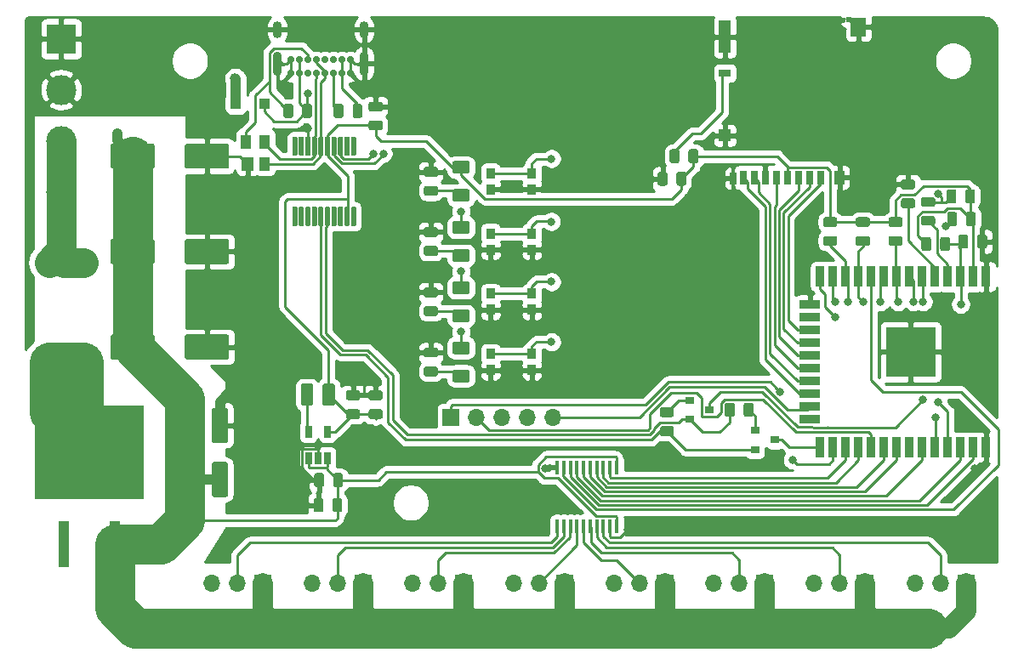
<source format=gtl>
G04 #@! TF.GenerationSoftware,KiCad,Pcbnew,5.1.5-1.fc30*
G04 #@! TF.CreationDate,2020-01-13T20:30:00-05:00*
G04 #@! TF.ProjectId,dot,646f742e-6b69-4636-9164-5f7063625858,rev?*
G04 #@! TF.SameCoordinates,Original*
G04 #@! TF.FileFunction,Copper,L1,Top*
G04 #@! TF.FilePolarity,Positive*
%FSLAX46Y46*%
G04 Gerber Fmt 4.6, Leading zero omitted, Abs format (unit mm)*
G04 Created by KiCad (PCBNEW 5.1.5-1.fc30) date 2020-01-13 20:30:00*
%MOMM*%
%LPD*%
G04 APERTURE LIST*
%ADD10C,0.100000*%
%ADD11R,1.100000X1.100000*%
%ADD12R,1.200000X1.400000*%
%ADD13R,1.000000X1.400000*%
%ADD14C,2.780000*%
%ADD15C,3.000000*%
%ADD16R,3.000000X3.000000*%
%ADD17O,1.700000X1.700000*%
%ADD18R,1.700000X1.700000*%
%ADD19C,0.700000*%
%ADD20O,0.900000X2.400000*%
%ADD21O,0.900000X1.700000*%
%ADD22R,1.100000X4.600000*%
%ADD23R,10.800000X9.400000*%
%ADD24R,0.900000X0.800000*%
%ADD25R,0.900000X1.000000*%
%ADD26R,5.000000X5.000000*%
%ADD27R,0.900000X2.000000*%
%ADD28R,2.000000X0.900000*%
%ADD29R,0.650000X1.220000*%
%ADD30R,0.700000X1.400000*%
%ADD31R,1.500000X1.900000*%
%ADD32R,1.200000X1.200000*%
%ADD33R,1.200000X3.200000*%
%ADD34R,0.700000X1.200000*%
%ADD35R,0.500000X0.500000*%
%ADD36R,1.200000X0.800000*%
%ADD37R,0.450000X1.450000*%
%ADD38C,1.400000*%
%ADD39C,0.800000*%
%ADD40C,1.000000*%
%ADD41C,0.250000*%
%ADD42C,1.000000*%
%ADD43C,4.000000*%
%ADD44C,2.000000*%
%ADD45C,3.000000*%
%ADD46C,0.254000*%
G04 APERTURE END LIST*
G04 #@! TA.AperFunction,SMDPad,CuDef*
D10*
G36*
X146955142Y-79801174D02*
G01*
X146978803Y-79804684D01*
X147002007Y-79810496D01*
X147024529Y-79818554D01*
X147046153Y-79828782D01*
X147066670Y-79841079D01*
X147085883Y-79855329D01*
X147103607Y-79871393D01*
X147119671Y-79889117D01*
X147133921Y-79908330D01*
X147146218Y-79928847D01*
X147156446Y-79950471D01*
X147164504Y-79972993D01*
X147170316Y-79996197D01*
X147173826Y-80019858D01*
X147175000Y-80043750D01*
X147175000Y-80956250D01*
X147173826Y-80980142D01*
X147170316Y-81003803D01*
X147164504Y-81027007D01*
X147156446Y-81049529D01*
X147146218Y-81071153D01*
X147133921Y-81091670D01*
X147119671Y-81110883D01*
X147103607Y-81128607D01*
X147085883Y-81144671D01*
X147066670Y-81158921D01*
X147046153Y-81171218D01*
X147024529Y-81181446D01*
X147002007Y-81189504D01*
X146978803Y-81195316D01*
X146955142Y-81198826D01*
X146931250Y-81200000D01*
X146443750Y-81200000D01*
X146419858Y-81198826D01*
X146396197Y-81195316D01*
X146372993Y-81189504D01*
X146350471Y-81181446D01*
X146328847Y-81171218D01*
X146308330Y-81158921D01*
X146289117Y-81144671D01*
X146271393Y-81128607D01*
X146255329Y-81110883D01*
X146241079Y-81091670D01*
X146228782Y-81071153D01*
X146218554Y-81049529D01*
X146210496Y-81027007D01*
X146204684Y-81003803D01*
X146201174Y-80980142D01*
X146200000Y-80956250D01*
X146200000Y-80043750D01*
X146201174Y-80019858D01*
X146204684Y-79996197D01*
X146210496Y-79972993D01*
X146218554Y-79950471D01*
X146228782Y-79928847D01*
X146241079Y-79908330D01*
X146255329Y-79889117D01*
X146271393Y-79871393D01*
X146289117Y-79855329D01*
X146308330Y-79841079D01*
X146328847Y-79828782D01*
X146350471Y-79818554D01*
X146372993Y-79810496D01*
X146396197Y-79804684D01*
X146419858Y-79801174D01*
X146443750Y-79800000D01*
X146931250Y-79800000D01*
X146955142Y-79801174D01*
G37*
G04 #@! TD.AperFunction*
G04 #@! TA.AperFunction,SMDPad,CuDef*
G36*
X145080142Y-79801174D02*
G01*
X145103803Y-79804684D01*
X145127007Y-79810496D01*
X145149529Y-79818554D01*
X145171153Y-79828782D01*
X145191670Y-79841079D01*
X145210883Y-79855329D01*
X145228607Y-79871393D01*
X145244671Y-79889117D01*
X145258921Y-79908330D01*
X145271218Y-79928847D01*
X145281446Y-79950471D01*
X145289504Y-79972993D01*
X145295316Y-79996197D01*
X145298826Y-80019858D01*
X145300000Y-80043750D01*
X145300000Y-80956250D01*
X145298826Y-80980142D01*
X145295316Y-81003803D01*
X145289504Y-81027007D01*
X145281446Y-81049529D01*
X145271218Y-81071153D01*
X145258921Y-81091670D01*
X145244671Y-81110883D01*
X145228607Y-81128607D01*
X145210883Y-81144671D01*
X145191670Y-81158921D01*
X145171153Y-81171218D01*
X145149529Y-81181446D01*
X145127007Y-81189504D01*
X145103803Y-81195316D01*
X145080142Y-81198826D01*
X145056250Y-81200000D01*
X144568750Y-81200000D01*
X144544858Y-81198826D01*
X144521197Y-81195316D01*
X144497993Y-81189504D01*
X144475471Y-81181446D01*
X144453847Y-81171218D01*
X144433330Y-81158921D01*
X144414117Y-81144671D01*
X144396393Y-81128607D01*
X144380329Y-81110883D01*
X144366079Y-81091670D01*
X144353782Y-81071153D01*
X144343554Y-81049529D01*
X144335496Y-81027007D01*
X144329684Y-81003803D01*
X144326174Y-80980142D01*
X144325000Y-80956250D01*
X144325000Y-80043750D01*
X144326174Y-80019858D01*
X144329684Y-79996197D01*
X144335496Y-79972993D01*
X144343554Y-79950471D01*
X144353782Y-79928847D01*
X144366079Y-79908330D01*
X144380329Y-79889117D01*
X144396393Y-79871393D01*
X144414117Y-79855329D01*
X144433330Y-79841079D01*
X144453847Y-79828782D01*
X144475471Y-79818554D01*
X144497993Y-79810496D01*
X144521197Y-79804684D01*
X144544858Y-79801174D01*
X144568750Y-79800000D01*
X145056250Y-79800000D01*
X145080142Y-79801174D01*
G37*
G04 #@! TD.AperFunction*
G04 #@! TA.AperFunction,SMDPad,CuDef*
G36*
X65274504Y-75251204D02*
G01*
X65298773Y-75254804D01*
X65322571Y-75260765D01*
X65345671Y-75269030D01*
X65367849Y-75279520D01*
X65388893Y-75292133D01*
X65408598Y-75306747D01*
X65426777Y-75323223D01*
X65443253Y-75341402D01*
X65457867Y-75361107D01*
X65470480Y-75382151D01*
X65480970Y-75404329D01*
X65489235Y-75427429D01*
X65495196Y-75451227D01*
X65498796Y-75475496D01*
X65500000Y-75500000D01*
X65500000Y-77500000D01*
X65498796Y-77524504D01*
X65495196Y-77548773D01*
X65489235Y-77572571D01*
X65480970Y-77595671D01*
X65470480Y-77617849D01*
X65457867Y-77638893D01*
X65443253Y-77658598D01*
X65426777Y-77676777D01*
X65408598Y-77693253D01*
X65388893Y-77707867D01*
X65367849Y-77720480D01*
X65345671Y-77730970D01*
X65322571Y-77739235D01*
X65298773Y-77745196D01*
X65274504Y-77748796D01*
X65250000Y-77750000D01*
X61350000Y-77750000D01*
X61325496Y-77748796D01*
X61301227Y-77745196D01*
X61277429Y-77739235D01*
X61254329Y-77730970D01*
X61232151Y-77720480D01*
X61211107Y-77707867D01*
X61191402Y-77693253D01*
X61173223Y-77676777D01*
X61156747Y-77658598D01*
X61142133Y-77638893D01*
X61129520Y-77617849D01*
X61119030Y-77595671D01*
X61110765Y-77572571D01*
X61104804Y-77548773D01*
X61101204Y-77524504D01*
X61100000Y-77500000D01*
X61100000Y-75500000D01*
X61101204Y-75475496D01*
X61104804Y-75451227D01*
X61110765Y-75427429D01*
X61119030Y-75404329D01*
X61129520Y-75382151D01*
X61142133Y-75361107D01*
X61156747Y-75341402D01*
X61173223Y-75323223D01*
X61191402Y-75306747D01*
X61211107Y-75292133D01*
X61232151Y-75279520D01*
X61254329Y-75269030D01*
X61277429Y-75260765D01*
X61301227Y-75254804D01*
X61325496Y-75251204D01*
X61350000Y-75250000D01*
X65250000Y-75250000D01*
X65274504Y-75251204D01*
G37*
G04 #@! TD.AperFunction*
G04 #@! TA.AperFunction,SMDPad,CuDef*
G36*
X72674504Y-75251204D02*
G01*
X72698773Y-75254804D01*
X72722571Y-75260765D01*
X72745671Y-75269030D01*
X72767849Y-75279520D01*
X72788893Y-75292133D01*
X72808598Y-75306747D01*
X72826777Y-75323223D01*
X72843253Y-75341402D01*
X72857867Y-75361107D01*
X72870480Y-75382151D01*
X72880970Y-75404329D01*
X72889235Y-75427429D01*
X72895196Y-75451227D01*
X72898796Y-75475496D01*
X72900000Y-75500000D01*
X72900000Y-77500000D01*
X72898796Y-77524504D01*
X72895196Y-77548773D01*
X72889235Y-77572571D01*
X72880970Y-77595671D01*
X72870480Y-77617849D01*
X72857867Y-77638893D01*
X72843253Y-77658598D01*
X72826777Y-77676777D01*
X72808598Y-77693253D01*
X72788893Y-77707867D01*
X72767849Y-77720480D01*
X72745671Y-77730970D01*
X72722571Y-77739235D01*
X72698773Y-77745196D01*
X72674504Y-77748796D01*
X72650000Y-77750000D01*
X68750000Y-77750000D01*
X68725496Y-77748796D01*
X68701227Y-77745196D01*
X68677429Y-77739235D01*
X68654329Y-77730970D01*
X68632151Y-77720480D01*
X68611107Y-77707867D01*
X68591402Y-77693253D01*
X68573223Y-77676777D01*
X68556747Y-77658598D01*
X68542133Y-77638893D01*
X68529520Y-77617849D01*
X68519030Y-77595671D01*
X68510765Y-77572571D01*
X68504804Y-77548773D01*
X68501204Y-77524504D01*
X68500000Y-77500000D01*
X68500000Y-75500000D01*
X68501204Y-75475496D01*
X68504804Y-75451227D01*
X68510765Y-75427429D01*
X68519030Y-75404329D01*
X68529520Y-75382151D01*
X68542133Y-75361107D01*
X68556747Y-75341402D01*
X68573223Y-75323223D01*
X68591402Y-75306747D01*
X68611107Y-75292133D01*
X68632151Y-75279520D01*
X68654329Y-75269030D01*
X68677429Y-75260765D01*
X68701227Y-75254804D01*
X68725496Y-75251204D01*
X68750000Y-75250000D01*
X72650000Y-75250000D01*
X72674504Y-75251204D01*
G37*
G04 #@! TD.AperFunction*
G04 #@! TA.AperFunction,SMDPad,CuDef*
G36*
X145142642Y-82051174D02*
G01*
X145166303Y-82054684D01*
X145189507Y-82060496D01*
X145212029Y-82068554D01*
X145233653Y-82078782D01*
X145254170Y-82091079D01*
X145273383Y-82105329D01*
X145291107Y-82121393D01*
X145307171Y-82139117D01*
X145321421Y-82158330D01*
X145333718Y-82178847D01*
X145343946Y-82200471D01*
X145352004Y-82222993D01*
X145357816Y-82246197D01*
X145361326Y-82269858D01*
X145362500Y-82293750D01*
X145362500Y-83206250D01*
X145361326Y-83230142D01*
X145357816Y-83253803D01*
X145352004Y-83277007D01*
X145343946Y-83299529D01*
X145333718Y-83321153D01*
X145321421Y-83341670D01*
X145307171Y-83360883D01*
X145291107Y-83378607D01*
X145273383Y-83394671D01*
X145254170Y-83408921D01*
X145233653Y-83421218D01*
X145212029Y-83431446D01*
X145189507Y-83439504D01*
X145166303Y-83445316D01*
X145142642Y-83448826D01*
X145118750Y-83450000D01*
X144631250Y-83450000D01*
X144607358Y-83448826D01*
X144583697Y-83445316D01*
X144560493Y-83439504D01*
X144537971Y-83431446D01*
X144516347Y-83421218D01*
X144495830Y-83408921D01*
X144476617Y-83394671D01*
X144458893Y-83378607D01*
X144442829Y-83360883D01*
X144428579Y-83341670D01*
X144416282Y-83321153D01*
X144406054Y-83299529D01*
X144397996Y-83277007D01*
X144392184Y-83253803D01*
X144388674Y-83230142D01*
X144387500Y-83206250D01*
X144387500Y-82293750D01*
X144388674Y-82269858D01*
X144392184Y-82246197D01*
X144397996Y-82222993D01*
X144406054Y-82200471D01*
X144416282Y-82178847D01*
X144428579Y-82158330D01*
X144442829Y-82139117D01*
X144458893Y-82121393D01*
X144476617Y-82105329D01*
X144495830Y-82091079D01*
X144516347Y-82078782D01*
X144537971Y-82068554D01*
X144560493Y-82060496D01*
X144583697Y-82054684D01*
X144607358Y-82051174D01*
X144631250Y-82050000D01*
X145118750Y-82050000D01*
X145142642Y-82051174D01*
G37*
G04 #@! TD.AperFunction*
G04 #@! TA.AperFunction,SMDPad,CuDef*
G36*
X147017642Y-82051174D02*
G01*
X147041303Y-82054684D01*
X147064507Y-82060496D01*
X147087029Y-82068554D01*
X147108653Y-82078782D01*
X147129170Y-82091079D01*
X147148383Y-82105329D01*
X147166107Y-82121393D01*
X147182171Y-82139117D01*
X147196421Y-82158330D01*
X147208718Y-82178847D01*
X147218946Y-82200471D01*
X147227004Y-82222993D01*
X147232816Y-82246197D01*
X147236326Y-82269858D01*
X147237500Y-82293750D01*
X147237500Y-83206250D01*
X147236326Y-83230142D01*
X147232816Y-83253803D01*
X147227004Y-83277007D01*
X147218946Y-83299529D01*
X147208718Y-83321153D01*
X147196421Y-83341670D01*
X147182171Y-83360883D01*
X147166107Y-83378607D01*
X147148383Y-83394671D01*
X147129170Y-83408921D01*
X147108653Y-83421218D01*
X147087029Y-83431446D01*
X147064507Y-83439504D01*
X147041303Y-83445316D01*
X147017642Y-83448826D01*
X146993750Y-83450000D01*
X146506250Y-83450000D01*
X146482358Y-83448826D01*
X146458697Y-83445316D01*
X146435493Y-83439504D01*
X146412971Y-83431446D01*
X146391347Y-83421218D01*
X146370830Y-83408921D01*
X146351617Y-83394671D01*
X146333893Y-83378607D01*
X146317829Y-83360883D01*
X146303579Y-83341670D01*
X146291282Y-83321153D01*
X146281054Y-83299529D01*
X146272996Y-83277007D01*
X146267184Y-83253803D01*
X146263674Y-83230142D01*
X146262500Y-83206250D01*
X146262500Y-82293750D01*
X146263674Y-82269858D01*
X146267184Y-82246197D01*
X146272996Y-82222993D01*
X146281054Y-82200471D01*
X146291282Y-82178847D01*
X146303579Y-82158330D01*
X146317829Y-82139117D01*
X146333893Y-82121393D01*
X146351617Y-82105329D01*
X146370830Y-82091079D01*
X146391347Y-82078782D01*
X146412971Y-82068554D01*
X146435493Y-82060496D01*
X146458697Y-82054684D01*
X146482358Y-82051174D01*
X146506250Y-82050000D01*
X146993750Y-82050000D01*
X147017642Y-82051174D01*
G37*
G04 #@! TD.AperFunction*
G04 #@! TA.AperFunction,SMDPad,CuDef*
G36*
X146267642Y-84301174D02*
G01*
X146291303Y-84304684D01*
X146314507Y-84310496D01*
X146337029Y-84318554D01*
X146358653Y-84328782D01*
X146379170Y-84341079D01*
X146398383Y-84355329D01*
X146416107Y-84371393D01*
X146432171Y-84389117D01*
X146446421Y-84408330D01*
X146458718Y-84428847D01*
X146468946Y-84450471D01*
X146477004Y-84472993D01*
X146482816Y-84496197D01*
X146486326Y-84519858D01*
X146487500Y-84543750D01*
X146487500Y-85456250D01*
X146486326Y-85480142D01*
X146482816Y-85503803D01*
X146477004Y-85527007D01*
X146468946Y-85549529D01*
X146458718Y-85571153D01*
X146446421Y-85591670D01*
X146432171Y-85610883D01*
X146416107Y-85628607D01*
X146398383Y-85644671D01*
X146379170Y-85658921D01*
X146358653Y-85671218D01*
X146337029Y-85681446D01*
X146314507Y-85689504D01*
X146291303Y-85695316D01*
X146267642Y-85698826D01*
X146243750Y-85700000D01*
X145756250Y-85700000D01*
X145732358Y-85698826D01*
X145708697Y-85695316D01*
X145685493Y-85689504D01*
X145662971Y-85681446D01*
X145641347Y-85671218D01*
X145620830Y-85658921D01*
X145601617Y-85644671D01*
X145583893Y-85628607D01*
X145567829Y-85610883D01*
X145553579Y-85591670D01*
X145541282Y-85571153D01*
X145531054Y-85549529D01*
X145522996Y-85527007D01*
X145517184Y-85503803D01*
X145513674Y-85480142D01*
X145512500Y-85456250D01*
X145512500Y-84543750D01*
X145513674Y-84519858D01*
X145517184Y-84496197D01*
X145522996Y-84472993D01*
X145531054Y-84450471D01*
X145541282Y-84428847D01*
X145553579Y-84408330D01*
X145567829Y-84389117D01*
X145583893Y-84371393D01*
X145601617Y-84355329D01*
X145620830Y-84341079D01*
X145641347Y-84328782D01*
X145662971Y-84318554D01*
X145685493Y-84310496D01*
X145708697Y-84304684D01*
X145732358Y-84301174D01*
X145756250Y-84300000D01*
X146243750Y-84300000D01*
X146267642Y-84301174D01*
G37*
G04 #@! TD.AperFunction*
G04 #@! TA.AperFunction,SMDPad,CuDef*
G36*
X148142642Y-84301174D02*
G01*
X148166303Y-84304684D01*
X148189507Y-84310496D01*
X148212029Y-84318554D01*
X148233653Y-84328782D01*
X148254170Y-84341079D01*
X148273383Y-84355329D01*
X148291107Y-84371393D01*
X148307171Y-84389117D01*
X148321421Y-84408330D01*
X148333718Y-84428847D01*
X148343946Y-84450471D01*
X148352004Y-84472993D01*
X148357816Y-84496197D01*
X148361326Y-84519858D01*
X148362500Y-84543750D01*
X148362500Y-85456250D01*
X148361326Y-85480142D01*
X148357816Y-85503803D01*
X148352004Y-85527007D01*
X148343946Y-85549529D01*
X148333718Y-85571153D01*
X148321421Y-85591670D01*
X148307171Y-85610883D01*
X148291107Y-85628607D01*
X148273383Y-85644671D01*
X148254170Y-85658921D01*
X148233653Y-85671218D01*
X148212029Y-85681446D01*
X148189507Y-85689504D01*
X148166303Y-85695316D01*
X148142642Y-85698826D01*
X148118750Y-85700000D01*
X147631250Y-85700000D01*
X147607358Y-85698826D01*
X147583697Y-85695316D01*
X147560493Y-85689504D01*
X147537971Y-85681446D01*
X147516347Y-85671218D01*
X147495830Y-85658921D01*
X147476617Y-85644671D01*
X147458893Y-85628607D01*
X147442829Y-85610883D01*
X147428579Y-85591670D01*
X147416282Y-85571153D01*
X147406054Y-85549529D01*
X147397996Y-85527007D01*
X147392184Y-85503803D01*
X147388674Y-85480142D01*
X147387500Y-85456250D01*
X147387500Y-84543750D01*
X147388674Y-84519858D01*
X147392184Y-84496197D01*
X147397996Y-84472993D01*
X147406054Y-84450471D01*
X147416282Y-84428847D01*
X147428579Y-84408330D01*
X147442829Y-84389117D01*
X147458893Y-84371393D01*
X147476617Y-84355329D01*
X147495830Y-84341079D01*
X147516347Y-84328782D01*
X147537971Y-84318554D01*
X147560493Y-84310496D01*
X147583697Y-84304684D01*
X147607358Y-84301174D01*
X147631250Y-84300000D01*
X148118750Y-84300000D01*
X148142642Y-84301174D01*
G37*
G04 #@! TD.AperFunction*
G04 #@! TA.AperFunction,SMDPad,CuDef*
G36*
X65274504Y-84751204D02*
G01*
X65298773Y-84754804D01*
X65322571Y-84760765D01*
X65345671Y-84769030D01*
X65367849Y-84779520D01*
X65388893Y-84792133D01*
X65408598Y-84806747D01*
X65426777Y-84823223D01*
X65443253Y-84841402D01*
X65457867Y-84861107D01*
X65470480Y-84882151D01*
X65480970Y-84904329D01*
X65489235Y-84927429D01*
X65495196Y-84951227D01*
X65498796Y-84975496D01*
X65500000Y-85000000D01*
X65500000Y-87000000D01*
X65498796Y-87024504D01*
X65495196Y-87048773D01*
X65489235Y-87072571D01*
X65480970Y-87095671D01*
X65470480Y-87117849D01*
X65457867Y-87138893D01*
X65443253Y-87158598D01*
X65426777Y-87176777D01*
X65408598Y-87193253D01*
X65388893Y-87207867D01*
X65367849Y-87220480D01*
X65345671Y-87230970D01*
X65322571Y-87239235D01*
X65298773Y-87245196D01*
X65274504Y-87248796D01*
X65250000Y-87250000D01*
X61350000Y-87250000D01*
X61325496Y-87248796D01*
X61301227Y-87245196D01*
X61277429Y-87239235D01*
X61254329Y-87230970D01*
X61232151Y-87220480D01*
X61211107Y-87207867D01*
X61191402Y-87193253D01*
X61173223Y-87176777D01*
X61156747Y-87158598D01*
X61142133Y-87138893D01*
X61129520Y-87117849D01*
X61119030Y-87095671D01*
X61110765Y-87072571D01*
X61104804Y-87048773D01*
X61101204Y-87024504D01*
X61100000Y-87000000D01*
X61100000Y-85000000D01*
X61101204Y-84975496D01*
X61104804Y-84951227D01*
X61110765Y-84927429D01*
X61119030Y-84904329D01*
X61129520Y-84882151D01*
X61142133Y-84861107D01*
X61156747Y-84841402D01*
X61173223Y-84823223D01*
X61191402Y-84806747D01*
X61211107Y-84792133D01*
X61232151Y-84779520D01*
X61254329Y-84769030D01*
X61277429Y-84760765D01*
X61301227Y-84754804D01*
X61325496Y-84751204D01*
X61350000Y-84750000D01*
X65250000Y-84750000D01*
X65274504Y-84751204D01*
G37*
G04 #@! TD.AperFunction*
G04 #@! TA.AperFunction,SMDPad,CuDef*
G36*
X72674504Y-84751204D02*
G01*
X72698773Y-84754804D01*
X72722571Y-84760765D01*
X72745671Y-84769030D01*
X72767849Y-84779520D01*
X72788893Y-84792133D01*
X72808598Y-84806747D01*
X72826777Y-84823223D01*
X72843253Y-84841402D01*
X72857867Y-84861107D01*
X72870480Y-84882151D01*
X72880970Y-84904329D01*
X72889235Y-84927429D01*
X72895196Y-84951227D01*
X72898796Y-84975496D01*
X72900000Y-85000000D01*
X72900000Y-87000000D01*
X72898796Y-87024504D01*
X72895196Y-87048773D01*
X72889235Y-87072571D01*
X72880970Y-87095671D01*
X72870480Y-87117849D01*
X72857867Y-87138893D01*
X72843253Y-87158598D01*
X72826777Y-87176777D01*
X72808598Y-87193253D01*
X72788893Y-87207867D01*
X72767849Y-87220480D01*
X72745671Y-87230970D01*
X72722571Y-87239235D01*
X72698773Y-87245196D01*
X72674504Y-87248796D01*
X72650000Y-87250000D01*
X68750000Y-87250000D01*
X68725496Y-87248796D01*
X68701227Y-87245196D01*
X68677429Y-87239235D01*
X68654329Y-87230970D01*
X68632151Y-87220480D01*
X68611107Y-87207867D01*
X68591402Y-87193253D01*
X68573223Y-87176777D01*
X68556747Y-87158598D01*
X68542133Y-87138893D01*
X68529520Y-87117849D01*
X68519030Y-87095671D01*
X68510765Y-87072571D01*
X68504804Y-87048773D01*
X68501204Y-87024504D01*
X68500000Y-87000000D01*
X68500000Y-85000000D01*
X68501204Y-84975496D01*
X68504804Y-84951227D01*
X68510765Y-84927429D01*
X68519030Y-84904329D01*
X68529520Y-84882151D01*
X68542133Y-84861107D01*
X68556747Y-84841402D01*
X68573223Y-84823223D01*
X68591402Y-84806747D01*
X68611107Y-84792133D01*
X68632151Y-84779520D01*
X68654329Y-84769030D01*
X68677429Y-84760765D01*
X68701227Y-84754804D01*
X68725496Y-84751204D01*
X68750000Y-84750000D01*
X72650000Y-84750000D01*
X72674504Y-84751204D01*
G37*
G04 #@! TD.AperFunction*
G04 #@! TA.AperFunction,SMDPad,CuDef*
G36*
X72674504Y-94251204D02*
G01*
X72698773Y-94254804D01*
X72722571Y-94260765D01*
X72745671Y-94269030D01*
X72767849Y-94279520D01*
X72788893Y-94292133D01*
X72808598Y-94306747D01*
X72826777Y-94323223D01*
X72843253Y-94341402D01*
X72857867Y-94361107D01*
X72870480Y-94382151D01*
X72880970Y-94404329D01*
X72889235Y-94427429D01*
X72895196Y-94451227D01*
X72898796Y-94475496D01*
X72900000Y-94500000D01*
X72900000Y-96500000D01*
X72898796Y-96524504D01*
X72895196Y-96548773D01*
X72889235Y-96572571D01*
X72880970Y-96595671D01*
X72870480Y-96617849D01*
X72857867Y-96638893D01*
X72843253Y-96658598D01*
X72826777Y-96676777D01*
X72808598Y-96693253D01*
X72788893Y-96707867D01*
X72767849Y-96720480D01*
X72745671Y-96730970D01*
X72722571Y-96739235D01*
X72698773Y-96745196D01*
X72674504Y-96748796D01*
X72650000Y-96750000D01*
X68750000Y-96750000D01*
X68725496Y-96748796D01*
X68701227Y-96745196D01*
X68677429Y-96739235D01*
X68654329Y-96730970D01*
X68632151Y-96720480D01*
X68611107Y-96707867D01*
X68591402Y-96693253D01*
X68573223Y-96676777D01*
X68556747Y-96658598D01*
X68542133Y-96638893D01*
X68529520Y-96617849D01*
X68519030Y-96595671D01*
X68510765Y-96572571D01*
X68504804Y-96548773D01*
X68501204Y-96524504D01*
X68500000Y-96500000D01*
X68500000Y-94500000D01*
X68501204Y-94475496D01*
X68504804Y-94451227D01*
X68510765Y-94427429D01*
X68519030Y-94404329D01*
X68529520Y-94382151D01*
X68542133Y-94361107D01*
X68556747Y-94341402D01*
X68573223Y-94323223D01*
X68591402Y-94306747D01*
X68611107Y-94292133D01*
X68632151Y-94279520D01*
X68654329Y-94269030D01*
X68677429Y-94260765D01*
X68701227Y-94254804D01*
X68725496Y-94251204D01*
X68750000Y-94250000D01*
X72650000Y-94250000D01*
X72674504Y-94251204D01*
G37*
G04 #@! TD.AperFunction*
G04 #@! TA.AperFunction,SMDPad,CuDef*
G36*
X65274504Y-94251204D02*
G01*
X65298773Y-94254804D01*
X65322571Y-94260765D01*
X65345671Y-94269030D01*
X65367849Y-94279520D01*
X65388893Y-94292133D01*
X65408598Y-94306747D01*
X65426777Y-94323223D01*
X65443253Y-94341402D01*
X65457867Y-94361107D01*
X65470480Y-94382151D01*
X65480970Y-94404329D01*
X65489235Y-94427429D01*
X65495196Y-94451227D01*
X65498796Y-94475496D01*
X65500000Y-94500000D01*
X65500000Y-96500000D01*
X65498796Y-96524504D01*
X65495196Y-96548773D01*
X65489235Y-96572571D01*
X65480970Y-96595671D01*
X65470480Y-96617849D01*
X65457867Y-96638893D01*
X65443253Y-96658598D01*
X65426777Y-96676777D01*
X65408598Y-96693253D01*
X65388893Y-96707867D01*
X65367849Y-96720480D01*
X65345671Y-96730970D01*
X65322571Y-96739235D01*
X65298773Y-96745196D01*
X65274504Y-96748796D01*
X65250000Y-96750000D01*
X61350000Y-96750000D01*
X61325496Y-96748796D01*
X61301227Y-96745196D01*
X61277429Y-96739235D01*
X61254329Y-96730970D01*
X61232151Y-96720480D01*
X61211107Y-96707867D01*
X61191402Y-96693253D01*
X61173223Y-96676777D01*
X61156747Y-96658598D01*
X61142133Y-96638893D01*
X61129520Y-96617849D01*
X61119030Y-96595671D01*
X61110765Y-96572571D01*
X61104804Y-96548773D01*
X61101204Y-96524504D01*
X61100000Y-96500000D01*
X61100000Y-94500000D01*
X61101204Y-94475496D01*
X61104804Y-94451227D01*
X61110765Y-94427429D01*
X61119030Y-94404329D01*
X61129520Y-94382151D01*
X61142133Y-94361107D01*
X61156747Y-94341402D01*
X61173223Y-94323223D01*
X61191402Y-94306747D01*
X61211107Y-94292133D01*
X61232151Y-94279520D01*
X61254329Y-94269030D01*
X61277429Y-94260765D01*
X61301227Y-94254804D01*
X61325496Y-94251204D01*
X61350000Y-94250000D01*
X65250000Y-94250000D01*
X65274504Y-94251204D01*
G37*
G04 #@! TD.AperFunction*
G04 #@! TA.AperFunction,SMDPad,CuDef*
G36*
X72574504Y-106951204D02*
G01*
X72598773Y-106954804D01*
X72622571Y-106960765D01*
X72645671Y-106969030D01*
X72667849Y-106979520D01*
X72688893Y-106992133D01*
X72708598Y-107006747D01*
X72726777Y-107023223D01*
X72743253Y-107041402D01*
X72757867Y-107061107D01*
X72770480Y-107082151D01*
X72780970Y-107104329D01*
X72789235Y-107127429D01*
X72795196Y-107151227D01*
X72798796Y-107175496D01*
X72800000Y-107200000D01*
X72800000Y-110200000D01*
X72798796Y-110224504D01*
X72795196Y-110248773D01*
X72789235Y-110272571D01*
X72780970Y-110295671D01*
X72770480Y-110317849D01*
X72757867Y-110338893D01*
X72743253Y-110358598D01*
X72726777Y-110376777D01*
X72708598Y-110393253D01*
X72688893Y-110407867D01*
X72667849Y-110420480D01*
X72645671Y-110430970D01*
X72622571Y-110439235D01*
X72598773Y-110445196D01*
X72574504Y-110448796D01*
X72550000Y-110450000D01*
X71450000Y-110450000D01*
X71425496Y-110448796D01*
X71401227Y-110445196D01*
X71377429Y-110439235D01*
X71354329Y-110430970D01*
X71332151Y-110420480D01*
X71311107Y-110407867D01*
X71291402Y-110393253D01*
X71273223Y-110376777D01*
X71256747Y-110358598D01*
X71242133Y-110338893D01*
X71229520Y-110317849D01*
X71219030Y-110295671D01*
X71210765Y-110272571D01*
X71204804Y-110248773D01*
X71201204Y-110224504D01*
X71200000Y-110200000D01*
X71200000Y-107200000D01*
X71201204Y-107175496D01*
X71204804Y-107151227D01*
X71210765Y-107127429D01*
X71219030Y-107104329D01*
X71229520Y-107082151D01*
X71242133Y-107061107D01*
X71256747Y-107041402D01*
X71273223Y-107023223D01*
X71291402Y-107006747D01*
X71311107Y-106992133D01*
X71332151Y-106979520D01*
X71354329Y-106969030D01*
X71377429Y-106960765D01*
X71401227Y-106954804D01*
X71425496Y-106951204D01*
X71450000Y-106950000D01*
X72550000Y-106950000D01*
X72574504Y-106951204D01*
G37*
G04 #@! TD.AperFunction*
G04 #@! TA.AperFunction,SMDPad,CuDef*
G36*
X72574504Y-101551204D02*
G01*
X72598773Y-101554804D01*
X72622571Y-101560765D01*
X72645671Y-101569030D01*
X72667849Y-101579520D01*
X72688893Y-101592133D01*
X72708598Y-101606747D01*
X72726777Y-101623223D01*
X72743253Y-101641402D01*
X72757867Y-101661107D01*
X72770480Y-101682151D01*
X72780970Y-101704329D01*
X72789235Y-101727429D01*
X72795196Y-101751227D01*
X72798796Y-101775496D01*
X72800000Y-101800000D01*
X72800000Y-104800000D01*
X72798796Y-104824504D01*
X72795196Y-104848773D01*
X72789235Y-104872571D01*
X72780970Y-104895671D01*
X72770480Y-104917849D01*
X72757867Y-104938893D01*
X72743253Y-104958598D01*
X72726777Y-104976777D01*
X72708598Y-104993253D01*
X72688893Y-105007867D01*
X72667849Y-105020480D01*
X72645671Y-105030970D01*
X72622571Y-105039235D01*
X72598773Y-105045196D01*
X72574504Y-105048796D01*
X72550000Y-105050000D01*
X71450000Y-105050000D01*
X71425496Y-105048796D01*
X71401227Y-105045196D01*
X71377429Y-105039235D01*
X71354329Y-105030970D01*
X71332151Y-105020480D01*
X71311107Y-105007867D01*
X71291402Y-104993253D01*
X71273223Y-104976777D01*
X71256747Y-104958598D01*
X71242133Y-104938893D01*
X71229520Y-104917849D01*
X71219030Y-104895671D01*
X71210765Y-104872571D01*
X71204804Y-104848773D01*
X71201204Y-104824504D01*
X71200000Y-104800000D01*
X71200000Y-101800000D01*
X71201204Y-101775496D01*
X71204804Y-101751227D01*
X71210765Y-101727429D01*
X71219030Y-101704329D01*
X71229520Y-101682151D01*
X71242133Y-101661107D01*
X71256747Y-101641402D01*
X71273223Y-101623223D01*
X71291402Y-101606747D01*
X71311107Y-101592133D01*
X71332151Y-101579520D01*
X71354329Y-101569030D01*
X71377429Y-101560765D01*
X71401227Y-101554804D01*
X71425496Y-101551204D01*
X71450000Y-101550000D01*
X72550000Y-101550000D01*
X72574504Y-101551204D01*
G37*
G04 #@! TD.AperFunction*
G04 #@! TA.AperFunction,SMDPad,CuDef*
G36*
X83955142Y-110551174D02*
G01*
X83978803Y-110554684D01*
X84002007Y-110560496D01*
X84024529Y-110568554D01*
X84046153Y-110578782D01*
X84066670Y-110591079D01*
X84085883Y-110605329D01*
X84103607Y-110621393D01*
X84119671Y-110639117D01*
X84133921Y-110658330D01*
X84146218Y-110678847D01*
X84156446Y-110700471D01*
X84164504Y-110722993D01*
X84170316Y-110746197D01*
X84173826Y-110769858D01*
X84175000Y-110793750D01*
X84175000Y-111706250D01*
X84173826Y-111730142D01*
X84170316Y-111753803D01*
X84164504Y-111777007D01*
X84156446Y-111799529D01*
X84146218Y-111821153D01*
X84133921Y-111841670D01*
X84119671Y-111860883D01*
X84103607Y-111878607D01*
X84085883Y-111894671D01*
X84066670Y-111908921D01*
X84046153Y-111921218D01*
X84024529Y-111931446D01*
X84002007Y-111939504D01*
X83978803Y-111945316D01*
X83955142Y-111948826D01*
X83931250Y-111950000D01*
X83443750Y-111950000D01*
X83419858Y-111948826D01*
X83396197Y-111945316D01*
X83372993Y-111939504D01*
X83350471Y-111931446D01*
X83328847Y-111921218D01*
X83308330Y-111908921D01*
X83289117Y-111894671D01*
X83271393Y-111878607D01*
X83255329Y-111860883D01*
X83241079Y-111841670D01*
X83228782Y-111821153D01*
X83218554Y-111799529D01*
X83210496Y-111777007D01*
X83204684Y-111753803D01*
X83201174Y-111730142D01*
X83200000Y-111706250D01*
X83200000Y-110793750D01*
X83201174Y-110769858D01*
X83204684Y-110746197D01*
X83210496Y-110722993D01*
X83218554Y-110700471D01*
X83228782Y-110678847D01*
X83241079Y-110658330D01*
X83255329Y-110639117D01*
X83271393Y-110621393D01*
X83289117Y-110605329D01*
X83308330Y-110591079D01*
X83328847Y-110578782D01*
X83350471Y-110568554D01*
X83372993Y-110560496D01*
X83396197Y-110554684D01*
X83419858Y-110551174D01*
X83443750Y-110550000D01*
X83931250Y-110550000D01*
X83955142Y-110551174D01*
G37*
G04 #@! TD.AperFunction*
G04 #@! TA.AperFunction,SMDPad,CuDef*
G36*
X82080142Y-110551174D02*
G01*
X82103803Y-110554684D01*
X82127007Y-110560496D01*
X82149529Y-110568554D01*
X82171153Y-110578782D01*
X82191670Y-110591079D01*
X82210883Y-110605329D01*
X82228607Y-110621393D01*
X82244671Y-110639117D01*
X82258921Y-110658330D01*
X82271218Y-110678847D01*
X82281446Y-110700471D01*
X82289504Y-110722993D01*
X82295316Y-110746197D01*
X82298826Y-110769858D01*
X82300000Y-110793750D01*
X82300000Y-111706250D01*
X82298826Y-111730142D01*
X82295316Y-111753803D01*
X82289504Y-111777007D01*
X82281446Y-111799529D01*
X82271218Y-111821153D01*
X82258921Y-111841670D01*
X82244671Y-111860883D01*
X82228607Y-111878607D01*
X82210883Y-111894671D01*
X82191670Y-111908921D01*
X82171153Y-111921218D01*
X82149529Y-111931446D01*
X82127007Y-111939504D01*
X82103803Y-111945316D01*
X82080142Y-111948826D01*
X82056250Y-111950000D01*
X81568750Y-111950000D01*
X81544858Y-111948826D01*
X81521197Y-111945316D01*
X81497993Y-111939504D01*
X81475471Y-111931446D01*
X81453847Y-111921218D01*
X81433330Y-111908921D01*
X81414117Y-111894671D01*
X81396393Y-111878607D01*
X81380329Y-111860883D01*
X81366079Y-111841670D01*
X81353782Y-111821153D01*
X81343554Y-111799529D01*
X81335496Y-111777007D01*
X81329684Y-111753803D01*
X81326174Y-111730142D01*
X81325000Y-111706250D01*
X81325000Y-110793750D01*
X81326174Y-110769858D01*
X81329684Y-110746197D01*
X81335496Y-110722993D01*
X81343554Y-110700471D01*
X81353782Y-110678847D01*
X81366079Y-110658330D01*
X81380329Y-110639117D01*
X81396393Y-110621393D01*
X81414117Y-110605329D01*
X81433330Y-110591079D01*
X81453847Y-110578782D01*
X81475471Y-110568554D01*
X81497993Y-110560496D01*
X81521197Y-110554684D01*
X81544858Y-110551174D01*
X81568750Y-110550000D01*
X82056250Y-110550000D01*
X82080142Y-110551174D01*
G37*
G04 #@! TD.AperFunction*
G04 #@! TA.AperFunction,SMDPad,CuDef*
G36*
X82142642Y-108051174D02*
G01*
X82166303Y-108054684D01*
X82189507Y-108060496D01*
X82212029Y-108068554D01*
X82233653Y-108078782D01*
X82254170Y-108091079D01*
X82273383Y-108105329D01*
X82291107Y-108121393D01*
X82307171Y-108139117D01*
X82321421Y-108158330D01*
X82333718Y-108178847D01*
X82343946Y-108200471D01*
X82352004Y-108222993D01*
X82357816Y-108246197D01*
X82361326Y-108269858D01*
X82362500Y-108293750D01*
X82362500Y-109206250D01*
X82361326Y-109230142D01*
X82357816Y-109253803D01*
X82352004Y-109277007D01*
X82343946Y-109299529D01*
X82333718Y-109321153D01*
X82321421Y-109341670D01*
X82307171Y-109360883D01*
X82291107Y-109378607D01*
X82273383Y-109394671D01*
X82254170Y-109408921D01*
X82233653Y-109421218D01*
X82212029Y-109431446D01*
X82189507Y-109439504D01*
X82166303Y-109445316D01*
X82142642Y-109448826D01*
X82118750Y-109450000D01*
X81631250Y-109450000D01*
X81607358Y-109448826D01*
X81583697Y-109445316D01*
X81560493Y-109439504D01*
X81537971Y-109431446D01*
X81516347Y-109421218D01*
X81495830Y-109408921D01*
X81476617Y-109394671D01*
X81458893Y-109378607D01*
X81442829Y-109360883D01*
X81428579Y-109341670D01*
X81416282Y-109321153D01*
X81406054Y-109299529D01*
X81397996Y-109277007D01*
X81392184Y-109253803D01*
X81388674Y-109230142D01*
X81387500Y-109206250D01*
X81387500Y-108293750D01*
X81388674Y-108269858D01*
X81392184Y-108246197D01*
X81397996Y-108222993D01*
X81406054Y-108200471D01*
X81416282Y-108178847D01*
X81428579Y-108158330D01*
X81442829Y-108139117D01*
X81458893Y-108121393D01*
X81476617Y-108105329D01*
X81495830Y-108091079D01*
X81516347Y-108078782D01*
X81537971Y-108068554D01*
X81560493Y-108060496D01*
X81583697Y-108054684D01*
X81607358Y-108051174D01*
X81631250Y-108050000D01*
X82118750Y-108050000D01*
X82142642Y-108051174D01*
G37*
G04 #@! TD.AperFunction*
G04 #@! TA.AperFunction,SMDPad,CuDef*
G36*
X84017642Y-108051174D02*
G01*
X84041303Y-108054684D01*
X84064507Y-108060496D01*
X84087029Y-108068554D01*
X84108653Y-108078782D01*
X84129170Y-108091079D01*
X84148383Y-108105329D01*
X84166107Y-108121393D01*
X84182171Y-108139117D01*
X84196421Y-108158330D01*
X84208718Y-108178847D01*
X84218946Y-108200471D01*
X84227004Y-108222993D01*
X84232816Y-108246197D01*
X84236326Y-108269858D01*
X84237500Y-108293750D01*
X84237500Y-109206250D01*
X84236326Y-109230142D01*
X84232816Y-109253803D01*
X84227004Y-109277007D01*
X84218946Y-109299529D01*
X84208718Y-109321153D01*
X84196421Y-109341670D01*
X84182171Y-109360883D01*
X84166107Y-109378607D01*
X84148383Y-109394671D01*
X84129170Y-109408921D01*
X84108653Y-109421218D01*
X84087029Y-109431446D01*
X84064507Y-109439504D01*
X84041303Y-109445316D01*
X84017642Y-109448826D01*
X83993750Y-109450000D01*
X83506250Y-109450000D01*
X83482358Y-109448826D01*
X83458697Y-109445316D01*
X83435493Y-109439504D01*
X83412971Y-109431446D01*
X83391347Y-109421218D01*
X83370830Y-109408921D01*
X83351617Y-109394671D01*
X83333893Y-109378607D01*
X83317829Y-109360883D01*
X83303579Y-109341670D01*
X83291282Y-109321153D01*
X83281054Y-109299529D01*
X83272996Y-109277007D01*
X83267184Y-109253803D01*
X83263674Y-109230142D01*
X83262500Y-109206250D01*
X83262500Y-108293750D01*
X83263674Y-108269858D01*
X83267184Y-108246197D01*
X83272996Y-108222993D01*
X83281054Y-108200471D01*
X83291282Y-108178847D01*
X83303579Y-108158330D01*
X83317829Y-108139117D01*
X83333893Y-108121393D01*
X83351617Y-108105329D01*
X83370830Y-108091079D01*
X83391347Y-108078782D01*
X83412971Y-108068554D01*
X83435493Y-108060496D01*
X83458697Y-108054684D01*
X83482358Y-108051174D01*
X83506250Y-108050000D01*
X83993750Y-108050000D01*
X84017642Y-108051174D01*
G37*
G04 #@! TD.AperFunction*
G04 #@! TA.AperFunction,SMDPad,CuDef*
G36*
X85730142Y-99826174D02*
G01*
X85753803Y-99829684D01*
X85777007Y-99835496D01*
X85799529Y-99843554D01*
X85821153Y-99853782D01*
X85841670Y-99866079D01*
X85860883Y-99880329D01*
X85878607Y-99896393D01*
X85894671Y-99914117D01*
X85908921Y-99933330D01*
X85921218Y-99953847D01*
X85931446Y-99975471D01*
X85939504Y-99997993D01*
X85945316Y-100021197D01*
X85948826Y-100044858D01*
X85950000Y-100068750D01*
X85950000Y-100556250D01*
X85948826Y-100580142D01*
X85945316Y-100603803D01*
X85939504Y-100627007D01*
X85931446Y-100649529D01*
X85921218Y-100671153D01*
X85908921Y-100691670D01*
X85894671Y-100710883D01*
X85878607Y-100728607D01*
X85860883Y-100744671D01*
X85841670Y-100758921D01*
X85821153Y-100771218D01*
X85799529Y-100781446D01*
X85777007Y-100789504D01*
X85753803Y-100795316D01*
X85730142Y-100798826D01*
X85706250Y-100800000D01*
X84793750Y-100800000D01*
X84769858Y-100798826D01*
X84746197Y-100795316D01*
X84722993Y-100789504D01*
X84700471Y-100781446D01*
X84678847Y-100771218D01*
X84658330Y-100758921D01*
X84639117Y-100744671D01*
X84621393Y-100728607D01*
X84605329Y-100710883D01*
X84591079Y-100691670D01*
X84578782Y-100671153D01*
X84568554Y-100649529D01*
X84560496Y-100627007D01*
X84554684Y-100603803D01*
X84551174Y-100580142D01*
X84550000Y-100556250D01*
X84550000Y-100068750D01*
X84551174Y-100044858D01*
X84554684Y-100021197D01*
X84560496Y-99997993D01*
X84568554Y-99975471D01*
X84578782Y-99953847D01*
X84591079Y-99933330D01*
X84605329Y-99914117D01*
X84621393Y-99896393D01*
X84639117Y-99880329D01*
X84658330Y-99866079D01*
X84678847Y-99853782D01*
X84700471Y-99843554D01*
X84722993Y-99835496D01*
X84746197Y-99829684D01*
X84769858Y-99826174D01*
X84793750Y-99825000D01*
X85706250Y-99825000D01*
X85730142Y-99826174D01*
G37*
G04 #@! TD.AperFunction*
G04 #@! TA.AperFunction,SMDPad,CuDef*
G36*
X85730142Y-101701174D02*
G01*
X85753803Y-101704684D01*
X85777007Y-101710496D01*
X85799529Y-101718554D01*
X85821153Y-101728782D01*
X85841670Y-101741079D01*
X85860883Y-101755329D01*
X85878607Y-101771393D01*
X85894671Y-101789117D01*
X85908921Y-101808330D01*
X85921218Y-101828847D01*
X85931446Y-101850471D01*
X85939504Y-101872993D01*
X85945316Y-101896197D01*
X85948826Y-101919858D01*
X85950000Y-101943750D01*
X85950000Y-102431250D01*
X85948826Y-102455142D01*
X85945316Y-102478803D01*
X85939504Y-102502007D01*
X85931446Y-102524529D01*
X85921218Y-102546153D01*
X85908921Y-102566670D01*
X85894671Y-102585883D01*
X85878607Y-102603607D01*
X85860883Y-102619671D01*
X85841670Y-102633921D01*
X85821153Y-102646218D01*
X85799529Y-102656446D01*
X85777007Y-102664504D01*
X85753803Y-102670316D01*
X85730142Y-102673826D01*
X85706250Y-102675000D01*
X84793750Y-102675000D01*
X84769858Y-102673826D01*
X84746197Y-102670316D01*
X84722993Y-102664504D01*
X84700471Y-102656446D01*
X84678847Y-102646218D01*
X84658330Y-102633921D01*
X84639117Y-102619671D01*
X84621393Y-102603607D01*
X84605329Y-102585883D01*
X84591079Y-102566670D01*
X84578782Y-102546153D01*
X84568554Y-102524529D01*
X84560496Y-102502007D01*
X84554684Y-102478803D01*
X84551174Y-102455142D01*
X84550000Y-102431250D01*
X84550000Y-101943750D01*
X84551174Y-101919858D01*
X84554684Y-101896197D01*
X84560496Y-101872993D01*
X84568554Y-101850471D01*
X84578782Y-101828847D01*
X84591079Y-101808330D01*
X84605329Y-101789117D01*
X84621393Y-101771393D01*
X84639117Y-101755329D01*
X84658330Y-101741079D01*
X84678847Y-101728782D01*
X84700471Y-101718554D01*
X84722993Y-101710496D01*
X84746197Y-101704684D01*
X84769858Y-101701174D01*
X84793750Y-101700000D01*
X85706250Y-101700000D01*
X85730142Y-101701174D01*
G37*
G04 #@! TD.AperFunction*
G04 #@! TA.AperFunction,SMDPad,CuDef*
G36*
X87980142Y-101701174D02*
G01*
X88003803Y-101704684D01*
X88027007Y-101710496D01*
X88049529Y-101718554D01*
X88071153Y-101728782D01*
X88091670Y-101741079D01*
X88110883Y-101755329D01*
X88128607Y-101771393D01*
X88144671Y-101789117D01*
X88158921Y-101808330D01*
X88171218Y-101828847D01*
X88181446Y-101850471D01*
X88189504Y-101872993D01*
X88195316Y-101896197D01*
X88198826Y-101919858D01*
X88200000Y-101943750D01*
X88200000Y-102431250D01*
X88198826Y-102455142D01*
X88195316Y-102478803D01*
X88189504Y-102502007D01*
X88181446Y-102524529D01*
X88171218Y-102546153D01*
X88158921Y-102566670D01*
X88144671Y-102585883D01*
X88128607Y-102603607D01*
X88110883Y-102619671D01*
X88091670Y-102633921D01*
X88071153Y-102646218D01*
X88049529Y-102656446D01*
X88027007Y-102664504D01*
X88003803Y-102670316D01*
X87980142Y-102673826D01*
X87956250Y-102675000D01*
X87043750Y-102675000D01*
X87019858Y-102673826D01*
X86996197Y-102670316D01*
X86972993Y-102664504D01*
X86950471Y-102656446D01*
X86928847Y-102646218D01*
X86908330Y-102633921D01*
X86889117Y-102619671D01*
X86871393Y-102603607D01*
X86855329Y-102585883D01*
X86841079Y-102566670D01*
X86828782Y-102546153D01*
X86818554Y-102524529D01*
X86810496Y-102502007D01*
X86804684Y-102478803D01*
X86801174Y-102455142D01*
X86800000Y-102431250D01*
X86800000Y-101943750D01*
X86801174Y-101919858D01*
X86804684Y-101896197D01*
X86810496Y-101872993D01*
X86818554Y-101850471D01*
X86828782Y-101828847D01*
X86841079Y-101808330D01*
X86855329Y-101789117D01*
X86871393Y-101771393D01*
X86889117Y-101755329D01*
X86908330Y-101741079D01*
X86928847Y-101728782D01*
X86950471Y-101718554D01*
X86972993Y-101710496D01*
X86996197Y-101704684D01*
X87019858Y-101701174D01*
X87043750Y-101700000D01*
X87956250Y-101700000D01*
X87980142Y-101701174D01*
G37*
G04 #@! TD.AperFunction*
G04 #@! TA.AperFunction,SMDPad,CuDef*
G36*
X87980142Y-99826174D02*
G01*
X88003803Y-99829684D01*
X88027007Y-99835496D01*
X88049529Y-99843554D01*
X88071153Y-99853782D01*
X88091670Y-99866079D01*
X88110883Y-99880329D01*
X88128607Y-99896393D01*
X88144671Y-99914117D01*
X88158921Y-99933330D01*
X88171218Y-99953847D01*
X88181446Y-99975471D01*
X88189504Y-99997993D01*
X88195316Y-100021197D01*
X88198826Y-100044858D01*
X88200000Y-100068750D01*
X88200000Y-100556250D01*
X88198826Y-100580142D01*
X88195316Y-100603803D01*
X88189504Y-100627007D01*
X88181446Y-100649529D01*
X88171218Y-100671153D01*
X88158921Y-100691670D01*
X88144671Y-100710883D01*
X88128607Y-100728607D01*
X88110883Y-100744671D01*
X88091670Y-100758921D01*
X88071153Y-100771218D01*
X88049529Y-100781446D01*
X88027007Y-100789504D01*
X88003803Y-100795316D01*
X87980142Y-100798826D01*
X87956250Y-100800000D01*
X87043750Y-100800000D01*
X87019858Y-100798826D01*
X86996197Y-100795316D01*
X86972993Y-100789504D01*
X86950471Y-100781446D01*
X86928847Y-100771218D01*
X86908330Y-100758921D01*
X86889117Y-100744671D01*
X86871393Y-100728607D01*
X86855329Y-100710883D01*
X86841079Y-100691670D01*
X86828782Y-100671153D01*
X86818554Y-100649529D01*
X86810496Y-100627007D01*
X86804684Y-100603803D01*
X86801174Y-100580142D01*
X86800000Y-100556250D01*
X86800000Y-100068750D01*
X86801174Y-100044858D01*
X86804684Y-100021197D01*
X86810496Y-99997993D01*
X86818554Y-99975471D01*
X86828782Y-99953847D01*
X86841079Y-99933330D01*
X86855329Y-99914117D01*
X86871393Y-99896393D01*
X86889117Y-99880329D01*
X86908330Y-99866079D01*
X86928847Y-99853782D01*
X86950471Y-99843554D01*
X86972993Y-99835496D01*
X86996197Y-99829684D01*
X87019858Y-99826174D01*
X87043750Y-99825000D01*
X87956250Y-99825000D01*
X87980142Y-99826174D01*
G37*
G04 #@! TD.AperFunction*
G04 #@! TA.AperFunction,SMDPad,CuDef*
G36*
X87980142Y-71076174D02*
G01*
X88003803Y-71079684D01*
X88027007Y-71085496D01*
X88049529Y-71093554D01*
X88071153Y-71103782D01*
X88091670Y-71116079D01*
X88110883Y-71130329D01*
X88128607Y-71146393D01*
X88144671Y-71164117D01*
X88158921Y-71183330D01*
X88171218Y-71203847D01*
X88181446Y-71225471D01*
X88189504Y-71247993D01*
X88195316Y-71271197D01*
X88198826Y-71294858D01*
X88200000Y-71318750D01*
X88200000Y-71806250D01*
X88198826Y-71830142D01*
X88195316Y-71853803D01*
X88189504Y-71877007D01*
X88181446Y-71899529D01*
X88171218Y-71921153D01*
X88158921Y-71941670D01*
X88144671Y-71960883D01*
X88128607Y-71978607D01*
X88110883Y-71994671D01*
X88091670Y-72008921D01*
X88071153Y-72021218D01*
X88049529Y-72031446D01*
X88027007Y-72039504D01*
X88003803Y-72045316D01*
X87980142Y-72048826D01*
X87956250Y-72050000D01*
X87043750Y-72050000D01*
X87019858Y-72048826D01*
X86996197Y-72045316D01*
X86972993Y-72039504D01*
X86950471Y-72031446D01*
X86928847Y-72021218D01*
X86908330Y-72008921D01*
X86889117Y-71994671D01*
X86871393Y-71978607D01*
X86855329Y-71960883D01*
X86841079Y-71941670D01*
X86828782Y-71921153D01*
X86818554Y-71899529D01*
X86810496Y-71877007D01*
X86804684Y-71853803D01*
X86801174Y-71830142D01*
X86800000Y-71806250D01*
X86800000Y-71318750D01*
X86801174Y-71294858D01*
X86804684Y-71271197D01*
X86810496Y-71247993D01*
X86818554Y-71225471D01*
X86828782Y-71203847D01*
X86841079Y-71183330D01*
X86855329Y-71164117D01*
X86871393Y-71146393D01*
X86889117Y-71130329D01*
X86908330Y-71116079D01*
X86928847Y-71103782D01*
X86950471Y-71093554D01*
X86972993Y-71085496D01*
X86996197Y-71079684D01*
X87019858Y-71076174D01*
X87043750Y-71075000D01*
X87956250Y-71075000D01*
X87980142Y-71076174D01*
G37*
G04 #@! TD.AperFunction*
G04 #@! TA.AperFunction,SMDPad,CuDef*
G36*
X87980142Y-72951174D02*
G01*
X88003803Y-72954684D01*
X88027007Y-72960496D01*
X88049529Y-72968554D01*
X88071153Y-72978782D01*
X88091670Y-72991079D01*
X88110883Y-73005329D01*
X88128607Y-73021393D01*
X88144671Y-73039117D01*
X88158921Y-73058330D01*
X88171218Y-73078847D01*
X88181446Y-73100471D01*
X88189504Y-73122993D01*
X88195316Y-73146197D01*
X88198826Y-73169858D01*
X88200000Y-73193750D01*
X88200000Y-73681250D01*
X88198826Y-73705142D01*
X88195316Y-73728803D01*
X88189504Y-73752007D01*
X88181446Y-73774529D01*
X88171218Y-73796153D01*
X88158921Y-73816670D01*
X88144671Y-73835883D01*
X88128607Y-73853607D01*
X88110883Y-73869671D01*
X88091670Y-73883921D01*
X88071153Y-73896218D01*
X88049529Y-73906446D01*
X88027007Y-73914504D01*
X88003803Y-73920316D01*
X87980142Y-73923826D01*
X87956250Y-73925000D01*
X87043750Y-73925000D01*
X87019858Y-73923826D01*
X86996197Y-73920316D01*
X86972993Y-73914504D01*
X86950471Y-73906446D01*
X86928847Y-73896218D01*
X86908330Y-73883921D01*
X86889117Y-73869671D01*
X86871393Y-73853607D01*
X86855329Y-73835883D01*
X86841079Y-73816670D01*
X86828782Y-73796153D01*
X86818554Y-73774529D01*
X86810496Y-73752007D01*
X86804684Y-73728803D01*
X86801174Y-73705142D01*
X86800000Y-73681250D01*
X86800000Y-73193750D01*
X86801174Y-73169858D01*
X86804684Y-73146197D01*
X86810496Y-73122993D01*
X86818554Y-73100471D01*
X86828782Y-73078847D01*
X86841079Y-73058330D01*
X86855329Y-73039117D01*
X86871393Y-73021393D01*
X86889117Y-73005329D01*
X86908330Y-72991079D01*
X86928847Y-72978782D01*
X86950471Y-72968554D01*
X86972993Y-72960496D01*
X86996197Y-72954684D01*
X87019858Y-72951174D01*
X87043750Y-72950000D01*
X87956250Y-72950000D01*
X87980142Y-72951174D01*
G37*
G04 #@! TD.AperFunction*
D11*
X73600000Y-71250000D03*
X76400000Y-71250000D03*
D12*
X74750000Y-77250000D03*
D13*
X76470000Y-77250000D03*
X76470000Y-75050000D03*
X74570000Y-75050000D03*
G04 #@! TA.AperFunction,SMDPad,CuDef*
D10*
G36*
X96649504Y-79776204D02*
G01*
X96673773Y-79779804D01*
X96697571Y-79785765D01*
X96720671Y-79794030D01*
X96742849Y-79804520D01*
X96763893Y-79817133D01*
X96783598Y-79831747D01*
X96801777Y-79848223D01*
X96818253Y-79866402D01*
X96832867Y-79886107D01*
X96845480Y-79907151D01*
X96855970Y-79929329D01*
X96864235Y-79952429D01*
X96870196Y-79976227D01*
X96873796Y-80000496D01*
X96875000Y-80025000D01*
X96875000Y-80775000D01*
X96873796Y-80799504D01*
X96870196Y-80823773D01*
X96864235Y-80847571D01*
X96855970Y-80870671D01*
X96845480Y-80892849D01*
X96832867Y-80913893D01*
X96818253Y-80933598D01*
X96801777Y-80951777D01*
X96783598Y-80968253D01*
X96763893Y-80982867D01*
X96742849Y-80995480D01*
X96720671Y-81005970D01*
X96697571Y-81014235D01*
X96673773Y-81020196D01*
X96649504Y-81023796D01*
X96625000Y-81025000D01*
X95375000Y-81025000D01*
X95350496Y-81023796D01*
X95326227Y-81020196D01*
X95302429Y-81014235D01*
X95279329Y-81005970D01*
X95257151Y-80995480D01*
X95236107Y-80982867D01*
X95216402Y-80968253D01*
X95198223Y-80951777D01*
X95181747Y-80933598D01*
X95167133Y-80913893D01*
X95154520Y-80892849D01*
X95144030Y-80870671D01*
X95135765Y-80847571D01*
X95129804Y-80823773D01*
X95126204Y-80799504D01*
X95125000Y-80775000D01*
X95125000Y-80025000D01*
X95126204Y-80000496D01*
X95129804Y-79976227D01*
X95135765Y-79952429D01*
X95144030Y-79929329D01*
X95154520Y-79907151D01*
X95167133Y-79886107D01*
X95181747Y-79866402D01*
X95198223Y-79848223D01*
X95216402Y-79831747D01*
X95236107Y-79817133D01*
X95257151Y-79804520D01*
X95279329Y-79794030D01*
X95302429Y-79785765D01*
X95326227Y-79779804D01*
X95350496Y-79776204D01*
X95375000Y-79775000D01*
X96625000Y-79775000D01*
X96649504Y-79776204D01*
G37*
G04 #@! TD.AperFunction*
G04 #@! TA.AperFunction,SMDPad,CuDef*
G36*
X96649504Y-76976204D02*
G01*
X96673773Y-76979804D01*
X96697571Y-76985765D01*
X96720671Y-76994030D01*
X96742849Y-77004520D01*
X96763893Y-77017133D01*
X96783598Y-77031747D01*
X96801777Y-77048223D01*
X96818253Y-77066402D01*
X96832867Y-77086107D01*
X96845480Y-77107151D01*
X96855970Y-77129329D01*
X96864235Y-77152429D01*
X96870196Y-77176227D01*
X96873796Y-77200496D01*
X96875000Y-77225000D01*
X96875000Y-77975000D01*
X96873796Y-77999504D01*
X96870196Y-78023773D01*
X96864235Y-78047571D01*
X96855970Y-78070671D01*
X96845480Y-78092849D01*
X96832867Y-78113893D01*
X96818253Y-78133598D01*
X96801777Y-78151777D01*
X96783598Y-78168253D01*
X96763893Y-78182867D01*
X96742849Y-78195480D01*
X96720671Y-78205970D01*
X96697571Y-78214235D01*
X96673773Y-78220196D01*
X96649504Y-78223796D01*
X96625000Y-78225000D01*
X95375000Y-78225000D01*
X95350496Y-78223796D01*
X95326227Y-78220196D01*
X95302429Y-78214235D01*
X95279329Y-78205970D01*
X95257151Y-78195480D01*
X95236107Y-78182867D01*
X95216402Y-78168253D01*
X95198223Y-78151777D01*
X95181747Y-78133598D01*
X95167133Y-78113893D01*
X95154520Y-78092849D01*
X95144030Y-78070671D01*
X95135765Y-78047571D01*
X95129804Y-78023773D01*
X95126204Y-77999504D01*
X95125000Y-77975000D01*
X95125000Y-77225000D01*
X95126204Y-77200496D01*
X95129804Y-77176227D01*
X95135765Y-77152429D01*
X95144030Y-77129329D01*
X95154520Y-77107151D01*
X95167133Y-77086107D01*
X95181747Y-77066402D01*
X95198223Y-77048223D01*
X95216402Y-77031747D01*
X95236107Y-77017133D01*
X95257151Y-77004520D01*
X95279329Y-76994030D01*
X95302429Y-76985765D01*
X95326227Y-76979804D01*
X95350496Y-76976204D01*
X95375000Y-76975000D01*
X96625000Y-76975000D01*
X96649504Y-76976204D01*
G37*
G04 #@! TD.AperFunction*
G04 #@! TA.AperFunction,SMDPad,CuDef*
G36*
X96649504Y-85776204D02*
G01*
X96673773Y-85779804D01*
X96697571Y-85785765D01*
X96720671Y-85794030D01*
X96742849Y-85804520D01*
X96763893Y-85817133D01*
X96783598Y-85831747D01*
X96801777Y-85848223D01*
X96818253Y-85866402D01*
X96832867Y-85886107D01*
X96845480Y-85907151D01*
X96855970Y-85929329D01*
X96864235Y-85952429D01*
X96870196Y-85976227D01*
X96873796Y-86000496D01*
X96875000Y-86025000D01*
X96875000Y-86775000D01*
X96873796Y-86799504D01*
X96870196Y-86823773D01*
X96864235Y-86847571D01*
X96855970Y-86870671D01*
X96845480Y-86892849D01*
X96832867Y-86913893D01*
X96818253Y-86933598D01*
X96801777Y-86951777D01*
X96783598Y-86968253D01*
X96763893Y-86982867D01*
X96742849Y-86995480D01*
X96720671Y-87005970D01*
X96697571Y-87014235D01*
X96673773Y-87020196D01*
X96649504Y-87023796D01*
X96625000Y-87025000D01*
X95375000Y-87025000D01*
X95350496Y-87023796D01*
X95326227Y-87020196D01*
X95302429Y-87014235D01*
X95279329Y-87005970D01*
X95257151Y-86995480D01*
X95236107Y-86982867D01*
X95216402Y-86968253D01*
X95198223Y-86951777D01*
X95181747Y-86933598D01*
X95167133Y-86913893D01*
X95154520Y-86892849D01*
X95144030Y-86870671D01*
X95135765Y-86847571D01*
X95129804Y-86823773D01*
X95126204Y-86799504D01*
X95125000Y-86775000D01*
X95125000Y-86025000D01*
X95126204Y-86000496D01*
X95129804Y-85976227D01*
X95135765Y-85952429D01*
X95144030Y-85929329D01*
X95154520Y-85907151D01*
X95167133Y-85886107D01*
X95181747Y-85866402D01*
X95198223Y-85848223D01*
X95216402Y-85831747D01*
X95236107Y-85817133D01*
X95257151Y-85804520D01*
X95279329Y-85794030D01*
X95302429Y-85785765D01*
X95326227Y-85779804D01*
X95350496Y-85776204D01*
X95375000Y-85775000D01*
X96625000Y-85775000D01*
X96649504Y-85776204D01*
G37*
G04 #@! TD.AperFunction*
G04 #@! TA.AperFunction,SMDPad,CuDef*
G36*
X96649504Y-82976204D02*
G01*
X96673773Y-82979804D01*
X96697571Y-82985765D01*
X96720671Y-82994030D01*
X96742849Y-83004520D01*
X96763893Y-83017133D01*
X96783598Y-83031747D01*
X96801777Y-83048223D01*
X96818253Y-83066402D01*
X96832867Y-83086107D01*
X96845480Y-83107151D01*
X96855970Y-83129329D01*
X96864235Y-83152429D01*
X96870196Y-83176227D01*
X96873796Y-83200496D01*
X96875000Y-83225000D01*
X96875000Y-83975000D01*
X96873796Y-83999504D01*
X96870196Y-84023773D01*
X96864235Y-84047571D01*
X96855970Y-84070671D01*
X96845480Y-84092849D01*
X96832867Y-84113893D01*
X96818253Y-84133598D01*
X96801777Y-84151777D01*
X96783598Y-84168253D01*
X96763893Y-84182867D01*
X96742849Y-84195480D01*
X96720671Y-84205970D01*
X96697571Y-84214235D01*
X96673773Y-84220196D01*
X96649504Y-84223796D01*
X96625000Y-84225000D01*
X95375000Y-84225000D01*
X95350496Y-84223796D01*
X95326227Y-84220196D01*
X95302429Y-84214235D01*
X95279329Y-84205970D01*
X95257151Y-84195480D01*
X95236107Y-84182867D01*
X95216402Y-84168253D01*
X95198223Y-84151777D01*
X95181747Y-84133598D01*
X95167133Y-84113893D01*
X95154520Y-84092849D01*
X95144030Y-84070671D01*
X95135765Y-84047571D01*
X95129804Y-84023773D01*
X95126204Y-83999504D01*
X95125000Y-83975000D01*
X95125000Y-83225000D01*
X95126204Y-83200496D01*
X95129804Y-83176227D01*
X95135765Y-83152429D01*
X95144030Y-83129329D01*
X95154520Y-83107151D01*
X95167133Y-83086107D01*
X95181747Y-83066402D01*
X95198223Y-83048223D01*
X95216402Y-83031747D01*
X95236107Y-83017133D01*
X95257151Y-83004520D01*
X95279329Y-82994030D01*
X95302429Y-82985765D01*
X95326227Y-82979804D01*
X95350496Y-82976204D01*
X95375000Y-82975000D01*
X96625000Y-82975000D01*
X96649504Y-82976204D01*
G37*
G04 #@! TD.AperFunction*
G04 #@! TA.AperFunction,SMDPad,CuDef*
G36*
X96649504Y-88976204D02*
G01*
X96673773Y-88979804D01*
X96697571Y-88985765D01*
X96720671Y-88994030D01*
X96742849Y-89004520D01*
X96763893Y-89017133D01*
X96783598Y-89031747D01*
X96801777Y-89048223D01*
X96818253Y-89066402D01*
X96832867Y-89086107D01*
X96845480Y-89107151D01*
X96855970Y-89129329D01*
X96864235Y-89152429D01*
X96870196Y-89176227D01*
X96873796Y-89200496D01*
X96875000Y-89225000D01*
X96875000Y-89975000D01*
X96873796Y-89999504D01*
X96870196Y-90023773D01*
X96864235Y-90047571D01*
X96855970Y-90070671D01*
X96845480Y-90092849D01*
X96832867Y-90113893D01*
X96818253Y-90133598D01*
X96801777Y-90151777D01*
X96783598Y-90168253D01*
X96763893Y-90182867D01*
X96742849Y-90195480D01*
X96720671Y-90205970D01*
X96697571Y-90214235D01*
X96673773Y-90220196D01*
X96649504Y-90223796D01*
X96625000Y-90225000D01*
X95375000Y-90225000D01*
X95350496Y-90223796D01*
X95326227Y-90220196D01*
X95302429Y-90214235D01*
X95279329Y-90205970D01*
X95257151Y-90195480D01*
X95236107Y-90182867D01*
X95216402Y-90168253D01*
X95198223Y-90151777D01*
X95181747Y-90133598D01*
X95167133Y-90113893D01*
X95154520Y-90092849D01*
X95144030Y-90070671D01*
X95135765Y-90047571D01*
X95129804Y-90023773D01*
X95126204Y-89999504D01*
X95125000Y-89975000D01*
X95125000Y-89225000D01*
X95126204Y-89200496D01*
X95129804Y-89176227D01*
X95135765Y-89152429D01*
X95144030Y-89129329D01*
X95154520Y-89107151D01*
X95167133Y-89086107D01*
X95181747Y-89066402D01*
X95198223Y-89048223D01*
X95216402Y-89031747D01*
X95236107Y-89017133D01*
X95257151Y-89004520D01*
X95279329Y-88994030D01*
X95302429Y-88985765D01*
X95326227Y-88979804D01*
X95350496Y-88976204D01*
X95375000Y-88975000D01*
X96625000Y-88975000D01*
X96649504Y-88976204D01*
G37*
G04 #@! TD.AperFunction*
G04 #@! TA.AperFunction,SMDPad,CuDef*
G36*
X96649504Y-91776204D02*
G01*
X96673773Y-91779804D01*
X96697571Y-91785765D01*
X96720671Y-91794030D01*
X96742849Y-91804520D01*
X96763893Y-91817133D01*
X96783598Y-91831747D01*
X96801777Y-91848223D01*
X96818253Y-91866402D01*
X96832867Y-91886107D01*
X96845480Y-91907151D01*
X96855970Y-91929329D01*
X96864235Y-91952429D01*
X96870196Y-91976227D01*
X96873796Y-92000496D01*
X96875000Y-92025000D01*
X96875000Y-92775000D01*
X96873796Y-92799504D01*
X96870196Y-92823773D01*
X96864235Y-92847571D01*
X96855970Y-92870671D01*
X96845480Y-92892849D01*
X96832867Y-92913893D01*
X96818253Y-92933598D01*
X96801777Y-92951777D01*
X96783598Y-92968253D01*
X96763893Y-92982867D01*
X96742849Y-92995480D01*
X96720671Y-93005970D01*
X96697571Y-93014235D01*
X96673773Y-93020196D01*
X96649504Y-93023796D01*
X96625000Y-93025000D01*
X95375000Y-93025000D01*
X95350496Y-93023796D01*
X95326227Y-93020196D01*
X95302429Y-93014235D01*
X95279329Y-93005970D01*
X95257151Y-92995480D01*
X95236107Y-92982867D01*
X95216402Y-92968253D01*
X95198223Y-92951777D01*
X95181747Y-92933598D01*
X95167133Y-92913893D01*
X95154520Y-92892849D01*
X95144030Y-92870671D01*
X95135765Y-92847571D01*
X95129804Y-92823773D01*
X95126204Y-92799504D01*
X95125000Y-92775000D01*
X95125000Y-92025000D01*
X95126204Y-92000496D01*
X95129804Y-91976227D01*
X95135765Y-91952429D01*
X95144030Y-91929329D01*
X95154520Y-91907151D01*
X95167133Y-91886107D01*
X95181747Y-91866402D01*
X95198223Y-91848223D01*
X95216402Y-91831747D01*
X95236107Y-91817133D01*
X95257151Y-91804520D01*
X95279329Y-91794030D01*
X95302429Y-91785765D01*
X95326227Y-91779804D01*
X95350496Y-91776204D01*
X95375000Y-91775000D01*
X96625000Y-91775000D01*
X96649504Y-91776204D01*
G37*
G04 #@! TD.AperFunction*
G04 #@! TA.AperFunction,SMDPad,CuDef*
G36*
X96649504Y-97776204D02*
G01*
X96673773Y-97779804D01*
X96697571Y-97785765D01*
X96720671Y-97794030D01*
X96742849Y-97804520D01*
X96763893Y-97817133D01*
X96783598Y-97831747D01*
X96801777Y-97848223D01*
X96818253Y-97866402D01*
X96832867Y-97886107D01*
X96845480Y-97907151D01*
X96855970Y-97929329D01*
X96864235Y-97952429D01*
X96870196Y-97976227D01*
X96873796Y-98000496D01*
X96875000Y-98025000D01*
X96875000Y-98775000D01*
X96873796Y-98799504D01*
X96870196Y-98823773D01*
X96864235Y-98847571D01*
X96855970Y-98870671D01*
X96845480Y-98892849D01*
X96832867Y-98913893D01*
X96818253Y-98933598D01*
X96801777Y-98951777D01*
X96783598Y-98968253D01*
X96763893Y-98982867D01*
X96742849Y-98995480D01*
X96720671Y-99005970D01*
X96697571Y-99014235D01*
X96673773Y-99020196D01*
X96649504Y-99023796D01*
X96625000Y-99025000D01*
X95375000Y-99025000D01*
X95350496Y-99023796D01*
X95326227Y-99020196D01*
X95302429Y-99014235D01*
X95279329Y-99005970D01*
X95257151Y-98995480D01*
X95236107Y-98982867D01*
X95216402Y-98968253D01*
X95198223Y-98951777D01*
X95181747Y-98933598D01*
X95167133Y-98913893D01*
X95154520Y-98892849D01*
X95144030Y-98870671D01*
X95135765Y-98847571D01*
X95129804Y-98823773D01*
X95126204Y-98799504D01*
X95125000Y-98775000D01*
X95125000Y-98025000D01*
X95126204Y-98000496D01*
X95129804Y-97976227D01*
X95135765Y-97952429D01*
X95144030Y-97929329D01*
X95154520Y-97907151D01*
X95167133Y-97886107D01*
X95181747Y-97866402D01*
X95198223Y-97848223D01*
X95216402Y-97831747D01*
X95236107Y-97817133D01*
X95257151Y-97804520D01*
X95279329Y-97794030D01*
X95302429Y-97785765D01*
X95326227Y-97779804D01*
X95350496Y-97776204D01*
X95375000Y-97775000D01*
X96625000Y-97775000D01*
X96649504Y-97776204D01*
G37*
G04 #@! TD.AperFunction*
G04 #@! TA.AperFunction,SMDPad,CuDef*
G36*
X96649504Y-94976204D02*
G01*
X96673773Y-94979804D01*
X96697571Y-94985765D01*
X96720671Y-94994030D01*
X96742849Y-95004520D01*
X96763893Y-95017133D01*
X96783598Y-95031747D01*
X96801777Y-95048223D01*
X96818253Y-95066402D01*
X96832867Y-95086107D01*
X96845480Y-95107151D01*
X96855970Y-95129329D01*
X96864235Y-95152429D01*
X96870196Y-95176227D01*
X96873796Y-95200496D01*
X96875000Y-95225000D01*
X96875000Y-95975000D01*
X96873796Y-95999504D01*
X96870196Y-96023773D01*
X96864235Y-96047571D01*
X96855970Y-96070671D01*
X96845480Y-96092849D01*
X96832867Y-96113893D01*
X96818253Y-96133598D01*
X96801777Y-96151777D01*
X96783598Y-96168253D01*
X96763893Y-96182867D01*
X96742849Y-96195480D01*
X96720671Y-96205970D01*
X96697571Y-96214235D01*
X96673773Y-96220196D01*
X96649504Y-96223796D01*
X96625000Y-96225000D01*
X95375000Y-96225000D01*
X95350496Y-96223796D01*
X95326227Y-96220196D01*
X95302429Y-96214235D01*
X95279329Y-96205970D01*
X95257151Y-96195480D01*
X95236107Y-96182867D01*
X95216402Y-96168253D01*
X95198223Y-96151777D01*
X95181747Y-96133598D01*
X95167133Y-96113893D01*
X95154520Y-96092849D01*
X95144030Y-96070671D01*
X95135765Y-96047571D01*
X95129804Y-96023773D01*
X95126204Y-95999504D01*
X95125000Y-95975000D01*
X95125000Y-95225000D01*
X95126204Y-95200496D01*
X95129804Y-95176227D01*
X95135765Y-95152429D01*
X95144030Y-95129329D01*
X95154520Y-95107151D01*
X95167133Y-95086107D01*
X95181747Y-95066402D01*
X95198223Y-95048223D01*
X95216402Y-95031747D01*
X95236107Y-95017133D01*
X95257151Y-95004520D01*
X95279329Y-94994030D01*
X95302429Y-94985765D01*
X95326227Y-94979804D01*
X95350496Y-94976204D01*
X95375000Y-94975000D01*
X96625000Y-94975000D01*
X96649504Y-94976204D01*
G37*
G04 #@! TD.AperFunction*
D14*
X55000000Y-97000000D03*
X58400000Y-97000000D03*
X55000000Y-87080000D03*
X58400000Y-87080000D03*
D15*
X56200000Y-69900000D03*
X56200000Y-74980000D03*
D16*
X56200000Y-64820000D03*
D15*
X56200000Y-80060000D03*
D17*
X105160000Y-102500000D03*
X102620000Y-102500000D03*
X100080000Y-102500000D03*
X97540000Y-102500000D03*
D18*
X95000000Y-102500000D03*
D19*
X85000000Y-68250000D03*
X84150000Y-68250000D03*
X83300000Y-68250000D03*
X82450000Y-68250000D03*
X81600000Y-68250000D03*
X80750000Y-68250000D03*
X79900000Y-68250000D03*
X79050000Y-68250000D03*
X84150000Y-66900000D03*
X82450000Y-66900000D03*
X83300000Y-66900000D03*
X85000000Y-66900000D03*
X80750000Y-66900000D03*
X79900000Y-66900000D03*
X79050000Y-66900000D03*
X81600000Y-66900000D03*
D20*
X86350000Y-67270000D03*
X77700000Y-67270000D03*
D21*
X86350000Y-63890000D03*
X77700000Y-63890000D03*
D17*
X141170000Y-119000000D03*
X143710000Y-119000000D03*
D18*
X146250000Y-119000000D03*
X136250000Y-119000000D03*
D17*
X133710000Y-119000000D03*
X131170000Y-119000000D03*
X121170000Y-119000000D03*
X123710000Y-119000000D03*
D18*
X126250000Y-119000000D03*
X116290000Y-119000000D03*
D17*
X113750000Y-119000000D03*
X111210000Y-119000000D03*
D18*
X106290000Y-119000000D03*
D17*
X103750000Y-119000000D03*
X101210000Y-119000000D03*
X91210000Y-119000000D03*
X93750000Y-119000000D03*
D18*
X96290000Y-119000000D03*
X86290000Y-119000000D03*
D17*
X83750000Y-119000000D03*
X81210000Y-119000000D03*
X71210000Y-119000000D03*
X73750000Y-119000000D03*
D18*
X76290000Y-119000000D03*
G04 #@! TA.AperFunction,SMDPad,CuDef*
D10*
G36*
X81074504Y-99151204D02*
G01*
X81098773Y-99154804D01*
X81122571Y-99160765D01*
X81145671Y-99169030D01*
X81167849Y-99179520D01*
X81188893Y-99192133D01*
X81208598Y-99206747D01*
X81226777Y-99223223D01*
X81243253Y-99241402D01*
X81257867Y-99261107D01*
X81270480Y-99282151D01*
X81280970Y-99304329D01*
X81289235Y-99327429D01*
X81295196Y-99351227D01*
X81298796Y-99375496D01*
X81300000Y-99400000D01*
X81300000Y-101100000D01*
X81298796Y-101124504D01*
X81295196Y-101148773D01*
X81289235Y-101172571D01*
X81280970Y-101195671D01*
X81270480Y-101217849D01*
X81257867Y-101238893D01*
X81243253Y-101258598D01*
X81226777Y-101276777D01*
X81208598Y-101293253D01*
X81188893Y-101307867D01*
X81167849Y-101320480D01*
X81145671Y-101330970D01*
X81122571Y-101339235D01*
X81098773Y-101345196D01*
X81074504Y-101348796D01*
X81050000Y-101350000D01*
X80300000Y-101350000D01*
X80275496Y-101348796D01*
X80251227Y-101345196D01*
X80227429Y-101339235D01*
X80204329Y-101330970D01*
X80182151Y-101320480D01*
X80161107Y-101307867D01*
X80141402Y-101293253D01*
X80123223Y-101276777D01*
X80106747Y-101258598D01*
X80092133Y-101238893D01*
X80079520Y-101217849D01*
X80069030Y-101195671D01*
X80060765Y-101172571D01*
X80054804Y-101148773D01*
X80051204Y-101124504D01*
X80050000Y-101100000D01*
X80050000Y-99400000D01*
X80051204Y-99375496D01*
X80054804Y-99351227D01*
X80060765Y-99327429D01*
X80069030Y-99304329D01*
X80079520Y-99282151D01*
X80092133Y-99261107D01*
X80106747Y-99241402D01*
X80123223Y-99223223D01*
X80141402Y-99206747D01*
X80161107Y-99192133D01*
X80182151Y-99179520D01*
X80204329Y-99169030D01*
X80227429Y-99160765D01*
X80251227Y-99154804D01*
X80275496Y-99151204D01*
X80300000Y-99150000D01*
X81050000Y-99150000D01*
X81074504Y-99151204D01*
G37*
G04 #@! TD.AperFunction*
G04 #@! TA.AperFunction,SMDPad,CuDef*
G36*
X83224504Y-99151204D02*
G01*
X83248773Y-99154804D01*
X83272571Y-99160765D01*
X83295671Y-99169030D01*
X83317849Y-99179520D01*
X83338893Y-99192133D01*
X83358598Y-99206747D01*
X83376777Y-99223223D01*
X83393253Y-99241402D01*
X83407867Y-99261107D01*
X83420480Y-99282151D01*
X83430970Y-99304329D01*
X83439235Y-99327429D01*
X83445196Y-99351227D01*
X83448796Y-99375496D01*
X83450000Y-99400000D01*
X83450000Y-101100000D01*
X83448796Y-101124504D01*
X83445196Y-101148773D01*
X83439235Y-101172571D01*
X83430970Y-101195671D01*
X83420480Y-101217849D01*
X83407867Y-101238893D01*
X83393253Y-101258598D01*
X83376777Y-101276777D01*
X83358598Y-101293253D01*
X83338893Y-101307867D01*
X83317849Y-101320480D01*
X83295671Y-101330970D01*
X83272571Y-101339235D01*
X83248773Y-101345196D01*
X83224504Y-101348796D01*
X83200000Y-101350000D01*
X82450000Y-101350000D01*
X82425496Y-101348796D01*
X82401227Y-101345196D01*
X82377429Y-101339235D01*
X82354329Y-101330970D01*
X82332151Y-101320480D01*
X82311107Y-101307867D01*
X82291402Y-101293253D01*
X82273223Y-101276777D01*
X82256747Y-101258598D01*
X82242133Y-101238893D01*
X82229520Y-101217849D01*
X82219030Y-101195671D01*
X82210765Y-101172571D01*
X82204804Y-101148773D01*
X82201204Y-101124504D01*
X82200000Y-101100000D01*
X82200000Y-99400000D01*
X82201204Y-99375496D01*
X82204804Y-99351227D01*
X82210765Y-99327429D01*
X82219030Y-99304329D01*
X82229520Y-99282151D01*
X82242133Y-99261107D01*
X82256747Y-99241402D01*
X82273223Y-99223223D01*
X82291402Y-99206747D01*
X82311107Y-99192133D01*
X82332151Y-99179520D01*
X82354329Y-99169030D01*
X82377429Y-99160765D01*
X82401227Y-99154804D01*
X82425496Y-99151204D01*
X82450000Y-99150000D01*
X83200000Y-99150000D01*
X83224504Y-99151204D01*
G37*
G04 #@! TD.AperFunction*
D22*
X56460000Y-115150000D03*
X61540000Y-115150000D03*
D23*
X59000000Y-106000000D03*
D24*
X127250000Y-104750000D03*
X125250000Y-105700000D03*
X125250000Y-103800000D03*
X118750000Y-100800000D03*
X118750000Y-102700000D03*
X120750000Y-101750000D03*
G04 #@! TA.AperFunction,SMDPad,CuDef*
D10*
G36*
X140980142Y-78826174D02*
G01*
X141003803Y-78829684D01*
X141027007Y-78835496D01*
X141049529Y-78843554D01*
X141071153Y-78853782D01*
X141091670Y-78866079D01*
X141110883Y-78880329D01*
X141128607Y-78896393D01*
X141144671Y-78914117D01*
X141158921Y-78933330D01*
X141171218Y-78953847D01*
X141181446Y-78975471D01*
X141189504Y-78997993D01*
X141195316Y-79021197D01*
X141198826Y-79044858D01*
X141200000Y-79068750D01*
X141200000Y-79556250D01*
X141198826Y-79580142D01*
X141195316Y-79603803D01*
X141189504Y-79627007D01*
X141181446Y-79649529D01*
X141171218Y-79671153D01*
X141158921Y-79691670D01*
X141144671Y-79710883D01*
X141128607Y-79728607D01*
X141110883Y-79744671D01*
X141091670Y-79758921D01*
X141071153Y-79771218D01*
X141049529Y-79781446D01*
X141027007Y-79789504D01*
X141003803Y-79795316D01*
X140980142Y-79798826D01*
X140956250Y-79800000D01*
X140043750Y-79800000D01*
X140019858Y-79798826D01*
X139996197Y-79795316D01*
X139972993Y-79789504D01*
X139950471Y-79781446D01*
X139928847Y-79771218D01*
X139908330Y-79758921D01*
X139889117Y-79744671D01*
X139871393Y-79728607D01*
X139855329Y-79710883D01*
X139841079Y-79691670D01*
X139828782Y-79671153D01*
X139818554Y-79649529D01*
X139810496Y-79627007D01*
X139804684Y-79603803D01*
X139801174Y-79580142D01*
X139800000Y-79556250D01*
X139800000Y-79068750D01*
X139801174Y-79044858D01*
X139804684Y-79021197D01*
X139810496Y-78997993D01*
X139818554Y-78975471D01*
X139828782Y-78953847D01*
X139841079Y-78933330D01*
X139855329Y-78914117D01*
X139871393Y-78896393D01*
X139889117Y-78880329D01*
X139908330Y-78866079D01*
X139928847Y-78853782D01*
X139950471Y-78843554D01*
X139972993Y-78835496D01*
X139996197Y-78829684D01*
X140019858Y-78826174D01*
X140043750Y-78825000D01*
X140956250Y-78825000D01*
X140980142Y-78826174D01*
G37*
G04 #@! TD.AperFunction*
G04 #@! TA.AperFunction,SMDPad,CuDef*
G36*
X140980142Y-80701174D02*
G01*
X141003803Y-80704684D01*
X141027007Y-80710496D01*
X141049529Y-80718554D01*
X141071153Y-80728782D01*
X141091670Y-80741079D01*
X141110883Y-80755329D01*
X141128607Y-80771393D01*
X141144671Y-80789117D01*
X141158921Y-80808330D01*
X141171218Y-80828847D01*
X141181446Y-80850471D01*
X141189504Y-80872993D01*
X141195316Y-80896197D01*
X141198826Y-80919858D01*
X141200000Y-80943750D01*
X141200000Y-81431250D01*
X141198826Y-81455142D01*
X141195316Y-81478803D01*
X141189504Y-81502007D01*
X141181446Y-81524529D01*
X141171218Y-81546153D01*
X141158921Y-81566670D01*
X141144671Y-81585883D01*
X141128607Y-81603607D01*
X141110883Y-81619671D01*
X141091670Y-81633921D01*
X141071153Y-81646218D01*
X141049529Y-81656446D01*
X141027007Y-81664504D01*
X141003803Y-81670316D01*
X140980142Y-81673826D01*
X140956250Y-81675000D01*
X140043750Y-81675000D01*
X140019858Y-81673826D01*
X139996197Y-81670316D01*
X139972993Y-81664504D01*
X139950471Y-81656446D01*
X139928847Y-81646218D01*
X139908330Y-81633921D01*
X139889117Y-81619671D01*
X139871393Y-81603607D01*
X139855329Y-81585883D01*
X139841079Y-81566670D01*
X139828782Y-81546153D01*
X139818554Y-81524529D01*
X139810496Y-81502007D01*
X139804684Y-81478803D01*
X139801174Y-81455142D01*
X139800000Y-81431250D01*
X139800000Y-80943750D01*
X139801174Y-80919858D01*
X139804684Y-80896197D01*
X139810496Y-80872993D01*
X139818554Y-80850471D01*
X139828782Y-80828847D01*
X139841079Y-80808330D01*
X139855329Y-80789117D01*
X139871393Y-80771393D01*
X139889117Y-80755329D01*
X139908330Y-80741079D01*
X139928847Y-80728782D01*
X139950471Y-80718554D01*
X139972993Y-80710496D01*
X139996197Y-80704684D01*
X140019858Y-80701174D01*
X140043750Y-80700000D01*
X140956250Y-80700000D01*
X140980142Y-80701174D01*
G37*
G04 #@! TD.AperFunction*
G04 #@! TA.AperFunction,SMDPad,CuDef*
G36*
X142580142Y-84551174D02*
G01*
X142603803Y-84554684D01*
X142627007Y-84560496D01*
X142649529Y-84568554D01*
X142671153Y-84578782D01*
X142691670Y-84591079D01*
X142710883Y-84605329D01*
X142728607Y-84621393D01*
X142744671Y-84639117D01*
X142758921Y-84658330D01*
X142771218Y-84678847D01*
X142781446Y-84700471D01*
X142789504Y-84722993D01*
X142795316Y-84746197D01*
X142798826Y-84769858D01*
X142800000Y-84793750D01*
X142800000Y-85706250D01*
X142798826Y-85730142D01*
X142795316Y-85753803D01*
X142789504Y-85777007D01*
X142781446Y-85799529D01*
X142771218Y-85821153D01*
X142758921Y-85841670D01*
X142744671Y-85860883D01*
X142728607Y-85878607D01*
X142710883Y-85894671D01*
X142691670Y-85908921D01*
X142671153Y-85921218D01*
X142649529Y-85931446D01*
X142627007Y-85939504D01*
X142603803Y-85945316D01*
X142580142Y-85948826D01*
X142556250Y-85950000D01*
X142068750Y-85950000D01*
X142044858Y-85948826D01*
X142021197Y-85945316D01*
X141997993Y-85939504D01*
X141975471Y-85931446D01*
X141953847Y-85921218D01*
X141933330Y-85908921D01*
X141914117Y-85894671D01*
X141896393Y-85878607D01*
X141880329Y-85860883D01*
X141866079Y-85841670D01*
X141853782Y-85821153D01*
X141843554Y-85799529D01*
X141835496Y-85777007D01*
X141829684Y-85753803D01*
X141826174Y-85730142D01*
X141825000Y-85706250D01*
X141825000Y-84793750D01*
X141826174Y-84769858D01*
X141829684Y-84746197D01*
X141835496Y-84722993D01*
X141843554Y-84700471D01*
X141853782Y-84678847D01*
X141866079Y-84658330D01*
X141880329Y-84639117D01*
X141896393Y-84621393D01*
X141914117Y-84605329D01*
X141933330Y-84591079D01*
X141953847Y-84578782D01*
X141975471Y-84568554D01*
X141997993Y-84560496D01*
X142021197Y-84554684D01*
X142044858Y-84551174D01*
X142068750Y-84550000D01*
X142556250Y-84550000D01*
X142580142Y-84551174D01*
G37*
G04 #@! TD.AperFunction*
G04 #@! TA.AperFunction,SMDPad,CuDef*
G36*
X144455142Y-84551174D02*
G01*
X144478803Y-84554684D01*
X144502007Y-84560496D01*
X144524529Y-84568554D01*
X144546153Y-84578782D01*
X144566670Y-84591079D01*
X144585883Y-84605329D01*
X144603607Y-84621393D01*
X144619671Y-84639117D01*
X144633921Y-84658330D01*
X144646218Y-84678847D01*
X144656446Y-84700471D01*
X144664504Y-84722993D01*
X144670316Y-84746197D01*
X144673826Y-84769858D01*
X144675000Y-84793750D01*
X144675000Y-85706250D01*
X144673826Y-85730142D01*
X144670316Y-85753803D01*
X144664504Y-85777007D01*
X144656446Y-85799529D01*
X144646218Y-85821153D01*
X144633921Y-85841670D01*
X144619671Y-85860883D01*
X144603607Y-85878607D01*
X144585883Y-85894671D01*
X144566670Y-85908921D01*
X144546153Y-85921218D01*
X144524529Y-85931446D01*
X144502007Y-85939504D01*
X144478803Y-85945316D01*
X144455142Y-85948826D01*
X144431250Y-85950000D01*
X143943750Y-85950000D01*
X143919858Y-85948826D01*
X143896197Y-85945316D01*
X143872993Y-85939504D01*
X143850471Y-85931446D01*
X143828847Y-85921218D01*
X143808330Y-85908921D01*
X143789117Y-85894671D01*
X143771393Y-85878607D01*
X143755329Y-85860883D01*
X143741079Y-85841670D01*
X143728782Y-85821153D01*
X143718554Y-85799529D01*
X143710496Y-85777007D01*
X143704684Y-85753803D01*
X143701174Y-85730142D01*
X143700000Y-85706250D01*
X143700000Y-84793750D01*
X143701174Y-84769858D01*
X143704684Y-84746197D01*
X143710496Y-84722993D01*
X143718554Y-84700471D01*
X143728782Y-84678847D01*
X143741079Y-84658330D01*
X143755329Y-84639117D01*
X143771393Y-84621393D01*
X143789117Y-84605329D01*
X143808330Y-84591079D01*
X143828847Y-84578782D01*
X143850471Y-84568554D01*
X143872993Y-84560496D01*
X143896197Y-84554684D01*
X143919858Y-84551174D01*
X143943750Y-84550000D01*
X144431250Y-84550000D01*
X144455142Y-84551174D01*
G37*
G04 #@! TD.AperFunction*
G04 #@! TA.AperFunction,SMDPad,CuDef*
G36*
X142980142Y-82451174D02*
G01*
X143003803Y-82454684D01*
X143027007Y-82460496D01*
X143049529Y-82468554D01*
X143071153Y-82478782D01*
X143091670Y-82491079D01*
X143110883Y-82505329D01*
X143128607Y-82521393D01*
X143144671Y-82539117D01*
X143158921Y-82558330D01*
X143171218Y-82578847D01*
X143181446Y-82600471D01*
X143189504Y-82622993D01*
X143195316Y-82646197D01*
X143198826Y-82669858D01*
X143200000Y-82693750D01*
X143200000Y-83181250D01*
X143198826Y-83205142D01*
X143195316Y-83228803D01*
X143189504Y-83252007D01*
X143181446Y-83274529D01*
X143171218Y-83296153D01*
X143158921Y-83316670D01*
X143144671Y-83335883D01*
X143128607Y-83353607D01*
X143110883Y-83369671D01*
X143091670Y-83383921D01*
X143071153Y-83396218D01*
X143049529Y-83406446D01*
X143027007Y-83414504D01*
X143003803Y-83420316D01*
X142980142Y-83423826D01*
X142956250Y-83425000D01*
X142043750Y-83425000D01*
X142019858Y-83423826D01*
X141996197Y-83420316D01*
X141972993Y-83414504D01*
X141950471Y-83406446D01*
X141928847Y-83396218D01*
X141908330Y-83383921D01*
X141889117Y-83369671D01*
X141871393Y-83353607D01*
X141855329Y-83335883D01*
X141841079Y-83316670D01*
X141828782Y-83296153D01*
X141818554Y-83274529D01*
X141810496Y-83252007D01*
X141804684Y-83228803D01*
X141801174Y-83205142D01*
X141800000Y-83181250D01*
X141800000Y-82693750D01*
X141801174Y-82669858D01*
X141804684Y-82646197D01*
X141810496Y-82622993D01*
X141818554Y-82600471D01*
X141828782Y-82578847D01*
X141841079Y-82558330D01*
X141855329Y-82539117D01*
X141871393Y-82521393D01*
X141889117Y-82505329D01*
X141908330Y-82491079D01*
X141928847Y-82478782D01*
X141950471Y-82468554D01*
X141972993Y-82460496D01*
X141996197Y-82454684D01*
X142019858Y-82451174D01*
X142043750Y-82450000D01*
X142956250Y-82450000D01*
X142980142Y-82451174D01*
G37*
G04 #@! TD.AperFunction*
G04 #@! TA.AperFunction,SMDPad,CuDef*
G36*
X142980142Y-80576174D02*
G01*
X143003803Y-80579684D01*
X143027007Y-80585496D01*
X143049529Y-80593554D01*
X143071153Y-80603782D01*
X143091670Y-80616079D01*
X143110883Y-80630329D01*
X143128607Y-80646393D01*
X143144671Y-80664117D01*
X143158921Y-80683330D01*
X143171218Y-80703847D01*
X143181446Y-80725471D01*
X143189504Y-80747993D01*
X143195316Y-80771197D01*
X143198826Y-80794858D01*
X143200000Y-80818750D01*
X143200000Y-81306250D01*
X143198826Y-81330142D01*
X143195316Y-81353803D01*
X143189504Y-81377007D01*
X143181446Y-81399529D01*
X143171218Y-81421153D01*
X143158921Y-81441670D01*
X143144671Y-81460883D01*
X143128607Y-81478607D01*
X143110883Y-81494671D01*
X143091670Y-81508921D01*
X143071153Y-81521218D01*
X143049529Y-81531446D01*
X143027007Y-81539504D01*
X143003803Y-81545316D01*
X142980142Y-81548826D01*
X142956250Y-81550000D01*
X142043750Y-81550000D01*
X142019858Y-81548826D01*
X141996197Y-81545316D01*
X141972993Y-81539504D01*
X141950471Y-81531446D01*
X141928847Y-81521218D01*
X141908330Y-81508921D01*
X141889117Y-81494671D01*
X141871393Y-81478607D01*
X141855329Y-81460883D01*
X141841079Y-81441670D01*
X141828782Y-81421153D01*
X141818554Y-81399529D01*
X141810496Y-81377007D01*
X141804684Y-81353803D01*
X141801174Y-81330142D01*
X141800000Y-81306250D01*
X141800000Y-80818750D01*
X141801174Y-80794858D01*
X141804684Y-80771197D01*
X141810496Y-80747993D01*
X141818554Y-80725471D01*
X141828782Y-80703847D01*
X141841079Y-80683330D01*
X141855329Y-80664117D01*
X141871393Y-80646393D01*
X141889117Y-80630329D01*
X141908330Y-80616079D01*
X141928847Y-80603782D01*
X141950471Y-80593554D01*
X141972993Y-80585496D01*
X141996197Y-80579684D01*
X142019858Y-80576174D01*
X142043750Y-80575000D01*
X142956250Y-80575000D01*
X142980142Y-80576174D01*
G37*
G04 #@! TD.AperFunction*
G04 #@! TA.AperFunction,SMDPad,CuDef*
G36*
X85955142Y-71301174D02*
G01*
X85978803Y-71304684D01*
X86002007Y-71310496D01*
X86024529Y-71318554D01*
X86046153Y-71328782D01*
X86066670Y-71341079D01*
X86085883Y-71355329D01*
X86103607Y-71371393D01*
X86119671Y-71389117D01*
X86133921Y-71408330D01*
X86146218Y-71428847D01*
X86156446Y-71450471D01*
X86164504Y-71472993D01*
X86170316Y-71496197D01*
X86173826Y-71519858D01*
X86175000Y-71543750D01*
X86175000Y-72456250D01*
X86173826Y-72480142D01*
X86170316Y-72503803D01*
X86164504Y-72527007D01*
X86156446Y-72549529D01*
X86146218Y-72571153D01*
X86133921Y-72591670D01*
X86119671Y-72610883D01*
X86103607Y-72628607D01*
X86085883Y-72644671D01*
X86066670Y-72658921D01*
X86046153Y-72671218D01*
X86024529Y-72681446D01*
X86002007Y-72689504D01*
X85978803Y-72695316D01*
X85955142Y-72698826D01*
X85931250Y-72700000D01*
X85443750Y-72700000D01*
X85419858Y-72698826D01*
X85396197Y-72695316D01*
X85372993Y-72689504D01*
X85350471Y-72681446D01*
X85328847Y-72671218D01*
X85308330Y-72658921D01*
X85289117Y-72644671D01*
X85271393Y-72628607D01*
X85255329Y-72610883D01*
X85241079Y-72591670D01*
X85228782Y-72571153D01*
X85218554Y-72549529D01*
X85210496Y-72527007D01*
X85204684Y-72503803D01*
X85201174Y-72480142D01*
X85200000Y-72456250D01*
X85200000Y-71543750D01*
X85201174Y-71519858D01*
X85204684Y-71496197D01*
X85210496Y-71472993D01*
X85218554Y-71450471D01*
X85228782Y-71428847D01*
X85241079Y-71408330D01*
X85255329Y-71389117D01*
X85271393Y-71371393D01*
X85289117Y-71355329D01*
X85308330Y-71341079D01*
X85328847Y-71328782D01*
X85350471Y-71318554D01*
X85372993Y-71310496D01*
X85396197Y-71304684D01*
X85419858Y-71301174D01*
X85443750Y-71300000D01*
X85931250Y-71300000D01*
X85955142Y-71301174D01*
G37*
G04 #@! TD.AperFunction*
G04 #@! TA.AperFunction,SMDPad,CuDef*
G36*
X84080142Y-71301174D02*
G01*
X84103803Y-71304684D01*
X84127007Y-71310496D01*
X84149529Y-71318554D01*
X84171153Y-71328782D01*
X84191670Y-71341079D01*
X84210883Y-71355329D01*
X84228607Y-71371393D01*
X84244671Y-71389117D01*
X84258921Y-71408330D01*
X84271218Y-71428847D01*
X84281446Y-71450471D01*
X84289504Y-71472993D01*
X84295316Y-71496197D01*
X84298826Y-71519858D01*
X84300000Y-71543750D01*
X84300000Y-72456250D01*
X84298826Y-72480142D01*
X84295316Y-72503803D01*
X84289504Y-72527007D01*
X84281446Y-72549529D01*
X84271218Y-72571153D01*
X84258921Y-72591670D01*
X84244671Y-72610883D01*
X84228607Y-72628607D01*
X84210883Y-72644671D01*
X84191670Y-72658921D01*
X84171153Y-72671218D01*
X84149529Y-72681446D01*
X84127007Y-72689504D01*
X84103803Y-72695316D01*
X84080142Y-72698826D01*
X84056250Y-72700000D01*
X83568750Y-72700000D01*
X83544858Y-72698826D01*
X83521197Y-72695316D01*
X83497993Y-72689504D01*
X83475471Y-72681446D01*
X83453847Y-72671218D01*
X83433330Y-72658921D01*
X83414117Y-72644671D01*
X83396393Y-72628607D01*
X83380329Y-72610883D01*
X83366079Y-72591670D01*
X83353782Y-72571153D01*
X83343554Y-72549529D01*
X83335496Y-72527007D01*
X83329684Y-72503803D01*
X83326174Y-72480142D01*
X83325000Y-72456250D01*
X83325000Y-71543750D01*
X83326174Y-71519858D01*
X83329684Y-71496197D01*
X83335496Y-71472993D01*
X83343554Y-71450471D01*
X83353782Y-71428847D01*
X83366079Y-71408330D01*
X83380329Y-71389117D01*
X83396393Y-71371393D01*
X83414117Y-71355329D01*
X83433330Y-71341079D01*
X83453847Y-71328782D01*
X83475471Y-71318554D01*
X83497993Y-71310496D01*
X83521197Y-71304684D01*
X83544858Y-71301174D01*
X83568750Y-71300000D01*
X84056250Y-71300000D01*
X84080142Y-71301174D01*
G37*
G04 #@! TD.AperFunction*
G04 #@! TA.AperFunction,SMDPad,CuDef*
G36*
X79080142Y-71301174D02*
G01*
X79103803Y-71304684D01*
X79127007Y-71310496D01*
X79149529Y-71318554D01*
X79171153Y-71328782D01*
X79191670Y-71341079D01*
X79210883Y-71355329D01*
X79228607Y-71371393D01*
X79244671Y-71389117D01*
X79258921Y-71408330D01*
X79271218Y-71428847D01*
X79281446Y-71450471D01*
X79289504Y-71472993D01*
X79295316Y-71496197D01*
X79298826Y-71519858D01*
X79300000Y-71543750D01*
X79300000Y-72456250D01*
X79298826Y-72480142D01*
X79295316Y-72503803D01*
X79289504Y-72527007D01*
X79281446Y-72549529D01*
X79271218Y-72571153D01*
X79258921Y-72591670D01*
X79244671Y-72610883D01*
X79228607Y-72628607D01*
X79210883Y-72644671D01*
X79191670Y-72658921D01*
X79171153Y-72671218D01*
X79149529Y-72681446D01*
X79127007Y-72689504D01*
X79103803Y-72695316D01*
X79080142Y-72698826D01*
X79056250Y-72700000D01*
X78568750Y-72700000D01*
X78544858Y-72698826D01*
X78521197Y-72695316D01*
X78497993Y-72689504D01*
X78475471Y-72681446D01*
X78453847Y-72671218D01*
X78433330Y-72658921D01*
X78414117Y-72644671D01*
X78396393Y-72628607D01*
X78380329Y-72610883D01*
X78366079Y-72591670D01*
X78353782Y-72571153D01*
X78343554Y-72549529D01*
X78335496Y-72527007D01*
X78329684Y-72503803D01*
X78326174Y-72480142D01*
X78325000Y-72456250D01*
X78325000Y-71543750D01*
X78326174Y-71519858D01*
X78329684Y-71496197D01*
X78335496Y-71472993D01*
X78343554Y-71450471D01*
X78353782Y-71428847D01*
X78366079Y-71408330D01*
X78380329Y-71389117D01*
X78396393Y-71371393D01*
X78414117Y-71355329D01*
X78433330Y-71341079D01*
X78453847Y-71328782D01*
X78475471Y-71318554D01*
X78497993Y-71310496D01*
X78521197Y-71304684D01*
X78544858Y-71301174D01*
X78568750Y-71300000D01*
X79056250Y-71300000D01*
X79080142Y-71301174D01*
G37*
G04 #@! TD.AperFunction*
G04 #@! TA.AperFunction,SMDPad,CuDef*
G36*
X80955142Y-71301174D02*
G01*
X80978803Y-71304684D01*
X81002007Y-71310496D01*
X81024529Y-71318554D01*
X81046153Y-71328782D01*
X81066670Y-71341079D01*
X81085883Y-71355329D01*
X81103607Y-71371393D01*
X81119671Y-71389117D01*
X81133921Y-71408330D01*
X81146218Y-71428847D01*
X81156446Y-71450471D01*
X81164504Y-71472993D01*
X81170316Y-71496197D01*
X81173826Y-71519858D01*
X81175000Y-71543750D01*
X81175000Y-72456250D01*
X81173826Y-72480142D01*
X81170316Y-72503803D01*
X81164504Y-72527007D01*
X81156446Y-72549529D01*
X81146218Y-72571153D01*
X81133921Y-72591670D01*
X81119671Y-72610883D01*
X81103607Y-72628607D01*
X81085883Y-72644671D01*
X81066670Y-72658921D01*
X81046153Y-72671218D01*
X81024529Y-72681446D01*
X81002007Y-72689504D01*
X80978803Y-72695316D01*
X80955142Y-72698826D01*
X80931250Y-72700000D01*
X80443750Y-72700000D01*
X80419858Y-72698826D01*
X80396197Y-72695316D01*
X80372993Y-72689504D01*
X80350471Y-72681446D01*
X80328847Y-72671218D01*
X80308330Y-72658921D01*
X80289117Y-72644671D01*
X80271393Y-72628607D01*
X80255329Y-72610883D01*
X80241079Y-72591670D01*
X80228782Y-72571153D01*
X80218554Y-72549529D01*
X80210496Y-72527007D01*
X80204684Y-72503803D01*
X80201174Y-72480142D01*
X80200000Y-72456250D01*
X80200000Y-71543750D01*
X80201174Y-71519858D01*
X80204684Y-71496197D01*
X80210496Y-71472993D01*
X80218554Y-71450471D01*
X80228782Y-71428847D01*
X80241079Y-71408330D01*
X80255329Y-71389117D01*
X80271393Y-71371393D01*
X80289117Y-71355329D01*
X80308330Y-71341079D01*
X80328847Y-71328782D01*
X80350471Y-71318554D01*
X80372993Y-71310496D01*
X80396197Y-71304684D01*
X80419858Y-71301174D01*
X80443750Y-71300000D01*
X80931250Y-71300000D01*
X80955142Y-71301174D01*
G37*
G04 #@! TD.AperFunction*
G04 #@! TA.AperFunction,SMDPad,CuDef*
G36*
X123017642Y-101051174D02*
G01*
X123041303Y-101054684D01*
X123064507Y-101060496D01*
X123087029Y-101068554D01*
X123108653Y-101078782D01*
X123129170Y-101091079D01*
X123148383Y-101105329D01*
X123166107Y-101121393D01*
X123182171Y-101139117D01*
X123196421Y-101158330D01*
X123208718Y-101178847D01*
X123218946Y-101200471D01*
X123227004Y-101222993D01*
X123232816Y-101246197D01*
X123236326Y-101269858D01*
X123237500Y-101293750D01*
X123237500Y-102206250D01*
X123236326Y-102230142D01*
X123232816Y-102253803D01*
X123227004Y-102277007D01*
X123218946Y-102299529D01*
X123208718Y-102321153D01*
X123196421Y-102341670D01*
X123182171Y-102360883D01*
X123166107Y-102378607D01*
X123148383Y-102394671D01*
X123129170Y-102408921D01*
X123108653Y-102421218D01*
X123087029Y-102431446D01*
X123064507Y-102439504D01*
X123041303Y-102445316D01*
X123017642Y-102448826D01*
X122993750Y-102450000D01*
X122506250Y-102450000D01*
X122482358Y-102448826D01*
X122458697Y-102445316D01*
X122435493Y-102439504D01*
X122412971Y-102431446D01*
X122391347Y-102421218D01*
X122370830Y-102408921D01*
X122351617Y-102394671D01*
X122333893Y-102378607D01*
X122317829Y-102360883D01*
X122303579Y-102341670D01*
X122291282Y-102321153D01*
X122281054Y-102299529D01*
X122272996Y-102277007D01*
X122267184Y-102253803D01*
X122263674Y-102230142D01*
X122262500Y-102206250D01*
X122262500Y-101293750D01*
X122263674Y-101269858D01*
X122267184Y-101246197D01*
X122272996Y-101222993D01*
X122281054Y-101200471D01*
X122291282Y-101178847D01*
X122303579Y-101158330D01*
X122317829Y-101139117D01*
X122333893Y-101121393D01*
X122351617Y-101105329D01*
X122370830Y-101091079D01*
X122391347Y-101078782D01*
X122412971Y-101068554D01*
X122435493Y-101060496D01*
X122458697Y-101054684D01*
X122482358Y-101051174D01*
X122506250Y-101050000D01*
X122993750Y-101050000D01*
X123017642Y-101051174D01*
G37*
G04 #@! TD.AperFunction*
G04 #@! TA.AperFunction,SMDPad,CuDef*
G36*
X124892642Y-101051174D02*
G01*
X124916303Y-101054684D01*
X124939507Y-101060496D01*
X124962029Y-101068554D01*
X124983653Y-101078782D01*
X125004170Y-101091079D01*
X125023383Y-101105329D01*
X125041107Y-101121393D01*
X125057171Y-101139117D01*
X125071421Y-101158330D01*
X125083718Y-101178847D01*
X125093946Y-101200471D01*
X125102004Y-101222993D01*
X125107816Y-101246197D01*
X125111326Y-101269858D01*
X125112500Y-101293750D01*
X125112500Y-102206250D01*
X125111326Y-102230142D01*
X125107816Y-102253803D01*
X125102004Y-102277007D01*
X125093946Y-102299529D01*
X125083718Y-102321153D01*
X125071421Y-102341670D01*
X125057171Y-102360883D01*
X125041107Y-102378607D01*
X125023383Y-102394671D01*
X125004170Y-102408921D01*
X124983653Y-102421218D01*
X124962029Y-102431446D01*
X124939507Y-102439504D01*
X124916303Y-102445316D01*
X124892642Y-102448826D01*
X124868750Y-102450000D01*
X124381250Y-102450000D01*
X124357358Y-102448826D01*
X124333697Y-102445316D01*
X124310493Y-102439504D01*
X124287971Y-102431446D01*
X124266347Y-102421218D01*
X124245830Y-102408921D01*
X124226617Y-102394671D01*
X124208893Y-102378607D01*
X124192829Y-102360883D01*
X124178579Y-102341670D01*
X124166282Y-102321153D01*
X124156054Y-102299529D01*
X124147996Y-102277007D01*
X124142184Y-102253803D01*
X124138674Y-102230142D01*
X124137500Y-102206250D01*
X124137500Y-101293750D01*
X124138674Y-101269858D01*
X124142184Y-101246197D01*
X124147996Y-101222993D01*
X124156054Y-101200471D01*
X124166282Y-101178847D01*
X124178579Y-101158330D01*
X124192829Y-101139117D01*
X124208893Y-101121393D01*
X124226617Y-101105329D01*
X124245830Y-101091079D01*
X124266347Y-101078782D01*
X124287971Y-101068554D01*
X124310493Y-101060496D01*
X124333697Y-101054684D01*
X124357358Y-101051174D01*
X124381250Y-101050000D01*
X124868750Y-101050000D01*
X124892642Y-101051174D01*
G37*
G04 #@! TD.AperFunction*
G04 #@! TA.AperFunction,SMDPad,CuDef*
G36*
X116980142Y-103388674D02*
G01*
X117003803Y-103392184D01*
X117027007Y-103397996D01*
X117049529Y-103406054D01*
X117071153Y-103416282D01*
X117091670Y-103428579D01*
X117110883Y-103442829D01*
X117128607Y-103458893D01*
X117144671Y-103476617D01*
X117158921Y-103495830D01*
X117171218Y-103516347D01*
X117181446Y-103537971D01*
X117189504Y-103560493D01*
X117195316Y-103583697D01*
X117198826Y-103607358D01*
X117200000Y-103631250D01*
X117200000Y-104118750D01*
X117198826Y-104142642D01*
X117195316Y-104166303D01*
X117189504Y-104189507D01*
X117181446Y-104212029D01*
X117171218Y-104233653D01*
X117158921Y-104254170D01*
X117144671Y-104273383D01*
X117128607Y-104291107D01*
X117110883Y-104307171D01*
X117091670Y-104321421D01*
X117071153Y-104333718D01*
X117049529Y-104343946D01*
X117027007Y-104352004D01*
X117003803Y-104357816D01*
X116980142Y-104361326D01*
X116956250Y-104362500D01*
X116043750Y-104362500D01*
X116019858Y-104361326D01*
X115996197Y-104357816D01*
X115972993Y-104352004D01*
X115950471Y-104343946D01*
X115928847Y-104333718D01*
X115908330Y-104321421D01*
X115889117Y-104307171D01*
X115871393Y-104291107D01*
X115855329Y-104273383D01*
X115841079Y-104254170D01*
X115828782Y-104233653D01*
X115818554Y-104212029D01*
X115810496Y-104189507D01*
X115804684Y-104166303D01*
X115801174Y-104142642D01*
X115800000Y-104118750D01*
X115800000Y-103631250D01*
X115801174Y-103607358D01*
X115804684Y-103583697D01*
X115810496Y-103560493D01*
X115818554Y-103537971D01*
X115828782Y-103516347D01*
X115841079Y-103495830D01*
X115855329Y-103476617D01*
X115871393Y-103458893D01*
X115889117Y-103442829D01*
X115908330Y-103428579D01*
X115928847Y-103416282D01*
X115950471Y-103406054D01*
X115972993Y-103397996D01*
X115996197Y-103392184D01*
X116019858Y-103388674D01*
X116043750Y-103387500D01*
X116956250Y-103387500D01*
X116980142Y-103388674D01*
G37*
G04 #@! TD.AperFunction*
G04 #@! TA.AperFunction,SMDPad,CuDef*
G36*
X116980142Y-101513674D02*
G01*
X117003803Y-101517184D01*
X117027007Y-101522996D01*
X117049529Y-101531054D01*
X117071153Y-101541282D01*
X117091670Y-101553579D01*
X117110883Y-101567829D01*
X117128607Y-101583893D01*
X117144671Y-101601617D01*
X117158921Y-101620830D01*
X117171218Y-101641347D01*
X117181446Y-101662971D01*
X117189504Y-101685493D01*
X117195316Y-101708697D01*
X117198826Y-101732358D01*
X117200000Y-101756250D01*
X117200000Y-102243750D01*
X117198826Y-102267642D01*
X117195316Y-102291303D01*
X117189504Y-102314507D01*
X117181446Y-102337029D01*
X117171218Y-102358653D01*
X117158921Y-102379170D01*
X117144671Y-102398383D01*
X117128607Y-102416107D01*
X117110883Y-102432171D01*
X117091670Y-102446421D01*
X117071153Y-102458718D01*
X117049529Y-102468946D01*
X117027007Y-102477004D01*
X117003803Y-102482816D01*
X116980142Y-102486326D01*
X116956250Y-102487500D01*
X116043750Y-102487500D01*
X116019858Y-102486326D01*
X115996197Y-102482816D01*
X115972993Y-102477004D01*
X115950471Y-102468946D01*
X115928847Y-102458718D01*
X115908330Y-102446421D01*
X115889117Y-102432171D01*
X115871393Y-102416107D01*
X115855329Y-102398383D01*
X115841079Y-102379170D01*
X115828782Y-102358653D01*
X115818554Y-102337029D01*
X115810496Y-102314507D01*
X115804684Y-102291303D01*
X115801174Y-102267642D01*
X115800000Y-102243750D01*
X115800000Y-101756250D01*
X115801174Y-101732358D01*
X115804684Y-101708697D01*
X115810496Y-101685493D01*
X115818554Y-101662971D01*
X115828782Y-101641347D01*
X115841079Y-101620830D01*
X115855329Y-101601617D01*
X115871393Y-101583893D01*
X115889117Y-101567829D01*
X115908330Y-101553579D01*
X115928847Y-101541282D01*
X115950471Y-101531054D01*
X115972993Y-101522996D01*
X115996197Y-101517184D01*
X116019858Y-101513674D01*
X116043750Y-101512500D01*
X116956250Y-101512500D01*
X116980142Y-101513674D01*
G37*
G04 #@! TD.AperFunction*
G04 #@! TA.AperFunction,SMDPad,CuDef*
G36*
X119392642Y-75801174D02*
G01*
X119416303Y-75804684D01*
X119439507Y-75810496D01*
X119462029Y-75818554D01*
X119483653Y-75828782D01*
X119504170Y-75841079D01*
X119523383Y-75855329D01*
X119541107Y-75871393D01*
X119557171Y-75889117D01*
X119571421Y-75908330D01*
X119583718Y-75928847D01*
X119593946Y-75950471D01*
X119602004Y-75972993D01*
X119607816Y-75996197D01*
X119611326Y-76019858D01*
X119612500Y-76043750D01*
X119612500Y-76956250D01*
X119611326Y-76980142D01*
X119607816Y-77003803D01*
X119602004Y-77027007D01*
X119593946Y-77049529D01*
X119583718Y-77071153D01*
X119571421Y-77091670D01*
X119557171Y-77110883D01*
X119541107Y-77128607D01*
X119523383Y-77144671D01*
X119504170Y-77158921D01*
X119483653Y-77171218D01*
X119462029Y-77181446D01*
X119439507Y-77189504D01*
X119416303Y-77195316D01*
X119392642Y-77198826D01*
X119368750Y-77200000D01*
X118881250Y-77200000D01*
X118857358Y-77198826D01*
X118833697Y-77195316D01*
X118810493Y-77189504D01*
X118787971Y-77181446D01*
X118766347Y-77171218D01*
X118745830Y-77158921D01*
X118726617Y-77144671D01*
X118708893Y-77128607D01*
X118692829Y-77110883D01*
X118678579Y-77091670D01*
X118666282Y-77071153D01*
X118656054Y-77049529D01*
X118647996Y-77027007D01*
X118642184Y-77003803D01*
X118638674Y-76980142D01*
X118637500Y-76956250D01*
X118637500Y-76043750D01*
X118638674Y-76019858D01*
X118642184Y-75996197D01*
X118647996Y-75972993D01*
X118656054Y-75950471D01*
X118666282Y-75928847D01*
X118678579Y-75908330D01*
X118692829Y-75889117D01*
X118708893Y-75871393D01*
X118726617Y-75855329D01*
X118745830Y-75841079D01*
X118766347Y-75828782D01*
X118787971Y-75818554D01*
X118810493Y-75810496D01*
X118833697Y-75804684D01*
X118857358Y-75801174D01*
X118881250Y-75800000D01*
X119368750Y-75800000D01*
X119392642Y-75801174D01*
G37*
G04 #@! TD.AperFunction*
G04 #@! TA.AperFunction,SMDPad,CuDef*
G36*
X117517642Y-75801174D02*
G01*
X117541303Y-75804684D01*
X117564507Y-75810496D01*
X117587029Y-75818554D01*
X117608653Y-75828782D01*
X117629170Y-75841079D01*
X117648383Y-75855329D01*
X117666107Y-75871393D01*
X117682171Y-75889117D01*
X117696421Y-75908330D01*
X117708718Y-75928847D01*
X117718946Y-75950471D01*
X117727004Y-75972993D01*
X117732816Y-75996197D01*
X117736326Y-76019858D01*
X117737500Y-76043750D01*
X117737500Y-76956250D01*
X117736326Y-76980142D01*
X117732816Y-77003803D01*
X117727004Y-77027007D01*
X117718946Y-77049529D01*
X117708718Y-77071153D01*
X117696421Y-77091670D01*
X117682171Y-77110883D01*
X117666107Y-77128607D01*
X117648383Y-77144671D01*
X117629170Y-77158921D01*
X117608653Y-77171218D01*
X117587029Y-77181446D01*
X117564507Y-77189504D01*
X117541303Y-77195316D01*
X117517642Y-77198826D01*
X117493750Y-77200000D01*
X117006250Y-77200000D01*
X116982358Y-77198826D01*
X116958697Y-77195316D01*
X116935493Y-77189504D01*
X116912971Y-77181446D01*
X116891347Y-77171218D01*
X116870830Y-77158921D01*
X116851617Y-77144671D01*
X116833893Y-77128607D01*
X116817829Y-77110883D01*
X116803579Y-77091670D01*
X116791282Y-77071153D01*
X116781054Y-77049529D01*
X116772996Y-77027007D01*
X116767184Y-77003803D01*
X116763674Y-76980142D01*
X116762500Y-76956250D01*
X116762500Y-76043750D01*
X116763674Y-76019858D01*
X116767184Y-75996197D01*
X116772996Y-75972993D01*
X116781054Y-75950471D01*
X116791282Y-75928847D01*
X116803579Y-75908330D01*
X116817829Y-75889117D01*
X116833893Y-75871393D01*
X116851617Y-75855329D01*
X116870830Y-75841079D01*
X116891347Y-75828782D01*
X116912971Y-75818554D01*
X116935493Y-75810496D01*
X116958697Y-75804684D01*
X116982358Y-75801174D01*
X117006250Y-75800000D01*
X117493750Y-75800000D01*
X117517642Y-75801174D01*
G37*
G04 #@! TD.AperFunction*
G04 #@! TA.AperFunction,SMDPad,CuDef*
G36*
X93480142Y-77576174D02*
G01*
X93503803Y-77579684D01*
X93527007Y-77585496D01*
X93549529Y-77593554D01*
X93571153Y-77603782D01*
X93591670Y-77616079D01*
X93610883Y-77630329D01*
X93628607Y-77646393D01*
X93644671Y-77664117D01*
X93658921Y-77683330D01*
X93671218Y-77703847D01*
X93681446Y-77725471D01*
X93689504Y-77747993D01*
X93695316Y-77771197D01*
X93698826Y-77794858D01*
X93700000Y-77818750D01*
X93700000Y-78306250D01*
X93698826Y-78330142D01*
X93695316Y-78353803D01*
X93689504Y-78377007D01*
X93681446Y-78399529D01*
X93671218Y-78421153D01*
X93658921Y-78441670D01*
X93644671Y-78460883D01*
X93628607Y-78478607D01*
X93610883Y-78494671D01*
X93591670Y-78508921D01*
X93571153Y-78521218D01*
X93549529Y-78531446D01*
X93527007Y-78539504D01*
X93503803Y-78545316D01*
X93480142Y-78548826D01*
X93456250Y-78550000D01*
X92543750Y-78550000D01*
X92519858Y-78548826D01*
X92496197Y-78545316D01*
X92472993Y-78539504D01*
X92450471Y-78531446D01*
X92428847Y-78521218D01*
X92408330Y-78508921D01*
X92389117Y-78494671D01*
X92371393Y-78478607D01*
X92355329Y-78460883D01*
X92341079Y-78441670D01*
X92328782Y-78421153D01*
X92318554Y-78399529D01*
X92310496Y-78377007D01*
X92304684Y-78353803D01*
X92301174Y-78330142D01*
X92300000Y-78306250D01*
X92300000Y-77818750D01*
X92301174Y-77794858D01*
X92304684Y-77771197D01*
X92310496Y-77747993D01*
X92318554Y-77725471D01*
X92328782Y-77703847D01*
X92341079Y-77683330D01*
X92355329Y-77664117D01*
X92371393Y-77646393D01*
X92389117Y-77630329D01*
X92408330Y-77616079D01*
X92428847Y-77603782D01*
X92450471Y-77593554D01*
X92472993Y-77585496D01*
X92496197Y-77579684D01*
X92519858Y-77576174D01*
X92543750Y-77575000D01*
X93456250Y-77575000D01*
X93480142Y-77576174D01*
G37*
G04 #@! TD.AperFunction*
G04 #@! TA.AperFunction,SMDPad,CuDef*
G36*
X93480142Y-79451174D02*
G01*
X93503803Y-79454684D01*
X93527007Y-79460496D01*
X93549529Y-79468554D01*
X93571153Y-79478782D01*
X93591670Y-79491079D01*
X93610883Y-79505329D01*
X93628607Y-79521393D01*
X93644671Y-79539117D01*
X93658921Y-79558330D01*
X93671218Y-79578847D01*
X93681446Y-79600471D01*
X93689504Y-79622993D01*
X93695316Y-79646197D01*
X93698826Y-79669858D01*
X93700000Y-79693750D01*
X93700000Y-80181250D01*
X93698826Y-80205142D01*
X93695316Y-80228803D01*
X93689504Y-80252007D01*
X93681446Y-80274529D01*
X93671218Y-80296153D01*
X93658921Y-80316670D01*
X93644671Y-80335883D01*
X93628607Y-80353607D01*
X93610883Y-80369671D01*
X93591670Y-80383921D01*
X93571153Y-80396218D01*
X93549529Y-80406446D01*
X93527007Y-80414504D01*
X93503803Y-80420316D01*
X93480142Y-80423826D01*
X93456250Y-80425000D01*
X92543750Y-80425000D01*
X92519858Y-80423826D01*
X92496197Y-80420316D01*
X92472993Y-80414504D01*
X92450471Y-80406446D01*
X92428847Y-80396218D01*
X92408330Y-80383921D01*
X92389117Y-80369671D01*
X92371393Y-80353607D01*
X92355329Y-80335883D01*
X92341079Y-80316670D01*
X92328782Y-80296153D01*
X92318554Y-80274529D01*
X92310496Y-80252007D01*
X92304684Y-80228803D01*
X92301174Y-80205142D01*
X92300000Y-80181250D01*
X92300000Y-79693750D01*
X92301174Y-79669858D01*
X92304684Y-79646197D01*
X92310496Y-79622993D01*
X92318554Y-79600471D01*
X92328782Y-79578847D01*
X92341079Y-79558330D01*
X92355329Y-79539117D01*
X92371393Y-79521393D01*
X92389117Y-79505329D01*
X92408330Y-79491079D01*
X92428847Y-79478782D01*
X92450471Y-79468554D01*
X92472993Y-79460496D01*
X92496197Y-79454684D01*
X92519858Y-79451174D01*
X92543750Y-79450000D01*
X93456250Y-79450000D01*
X93480142Y-79451174D01*
G37*
G04 #@! TD.AperFunction*
G04 #@! TA.AperFunction,SMDPad,CuDef*
G36*
X136480142Y-82576174D02*
G01*
X136503803Y-82579684D01*
X136527007Y-82585496D01*
X136549529Y-82593554D01*
X136571153Y-82603782D01*
X136591670Y-82616079D01*
X136610883Y-82630329D01*
X136628607Y-82646393D01*
X136644671Y-82664117D01*
X136658921Y-82683330D01*
X136671218Y-82703847D01*
X136681446Y-82725471D01*
X136689504Y-82747993D01*
X136695316Y-82771197D01*
X136698826Y-82794858D01*
X136700000Y-82818750D01*
X136700000Y-83306250D01*
X136698826Y-83330142D01*
X136695316Y-83353803D01*
X136689504Y-83377007D01*
X136681446Y-83399529D01*
X136671218Y-83421153D01*
X136658921Y-83441670D01*
X136644671Y-83460883D01*
X136628607Y-83478607D01*
X136610883Y-83494671D01*
X136591670Y-83508921D01*
X136571153Y-83521218D01*
X136549529Y-83531446D01*
X136527007Y-83539504D01*
X136503803Y-83545316D01*
X136480142Y-83548826D01*
X136456250Y-83550000D01*
X135543750Y-83550000D01*
X135519858Y-83548826D01*
X135496197Y-83545316D01*
X135472993Y-83539504D01*
X135450471Y-83531446D01*
X135428847Y-83521218D01*
X135408330Y-83508921D01*
X135389117Y-83494671D01*
X135371393Y-83478607D01*
X135355329Y-83460883D01*
X135341079Y-83441670D01*
X135328782Y-83421153D01*
X135318554Y-83399529D01*
X135310496Y-83377007D01*
X135304684Y-83353803D01*
X135301174Y-83330142D01*
X135300000Y-83306250D01*
X135300000Y-82818750D01*
X135301174Y-82794858D01*
X135304684Y-82771197D01*
X135310496Y-82747993D01*
X135318554Y-82725471D01*
X135328782Y-82703847D01*
X135341079Y-82683330D01*
X135355329Y-82664117D01*
X135371393Y-82646393D01*
X135389117Y-82630329D01*
X135408330Y-82616079D01*
X135428847Y-82603782D01*
X135450471Y-82593554D01*
X135472993Y-82585496D01*
X135496197Y-82579684D01*
X135519858Y-82576174D01*
X135543750Y-82575000D01*
X136456250Y-82575000D01*
X136480142Y-82576174D01*
G37*
G04 #@! TD.AperFunction*
G04 #@! TA.AperFunction,SMDPad,CuDef*
G36*
X136480142Y-84451174D02*
G01*
X136503803Y-84454684D01*
X136527007Y-84460496D01*
X136549529Y-84468554D01*
X136571153Y-84478782D01*
X136591670Y-84491079D01*
X136610883Y-84505329D01*
X136628607Y-84521393D01*
X136644671Y-84539117D01*
X136658921Y-84558330D01*
X136671218Y-84578847D01*
X136681446Y-84600471D01*
X136689504Y-84622993D01*
X136695316Y-84646197D01*
X136698826Y-84669858D01*
X136700000Y-84693750D01*
X136700000Y-85181250D01*
X136698826Y-85205142D01*
X136695316Y-85228803D01*
X136689504Y-85252007D01*
X136681446Y-85274529D01*
X136671218Y-85296153D01*
X136658921Y-85316670D01*
X136644671Y-85335883D01*
X136628607Y-85353607D01*
X136610883Y-85369671D01*
X136591670Y-85383921D01*
X136571153Y-85396218D01*
X136549529Y-85406446D01*
X136527007Y-85414504D01*
X136503803Y-85420316D01*
X136480142Y-85423826D01*
X136456250Y-85425000D01*
X135543750Y-85425000D01*
X135519858Y-85423826D01*
X135496197Y-85420316D01*
X135472993Y-85414504D01*
X135450471Y-85406446D01*
X135428847Y-85396218D01*
X135408330Y-85383921D01*
X135389117Y-85369671D01*
X135371393Y-85353607D01*
X135355329Y-85335883D01*
X135341079Y-85316670D01*
X135328782Y-85296153D01*
X135318554Y-85274529D01*
X135310496Y-85252007D01*
X135304684Y-85228803D01*
X135301174Y-85205142D01*
X135300000Y-85181250D01*
X135300000Y-84693750D01*
X135301174Y-84669858D01*
X135304684Y-84646197D01*
X135310496Y-84622993D01*
X135318554Y-84600471D01*
X135328782Y-84578847D01*
X135341079Y-84558330D01*
X135355329Y-84539117D01*
X135371393Y-84521393D01*
X135389117Y-84505329D01*
X135408330Y-84491079D01*
X135428847Y-84478782D01*
X135450471Y-84468554D01*
X135472993Y-84460496D01*
X135496197Y-84454684D01*
X135519858Y-84451174D01*
X135543750Y-84450000D01*
X136456250Y-84450000D01*
X136480142Y-84451174D01*
G37*
G04 #@! TD.AperFunction*
G04 #@! TA.AperFunction,SMDPad,CuDef*
G36*
X93480142Y-83576174D02*
G01*
X93503803Y-83579684D01*
X93527007Y-83585496D01*
X93549529Y-83593554D01*
X93571153Y-83603782D01*
X93591670Y-83616079D01*
X93610883Y-83630329D01*
X93628607Y-83646393D01*
X93644671Y-83664117D01*
X93658921Y-83683330D01*
X93671218Y-83703847D01*
X93681446Y-83725471D01*
X93689504Y-83747993D01*
X93695316Y-83771197D01*
X93698826Y-83794858D01*
X93700000Y-83818750D01*
X93700000Y-84306250D01*
X93698826Y-84330142D01*
X93695316Y-84353803D01*
X93689504Y-84377007D01*
X93681446Y-84399529D01*
X93671218Y-84421153D01*
X93658921Y-84441670D01*
X93644671Y-84460883D01*
X93628607Y-84478607D01*
X93610883Y-84494671D01*
X93591670Y-84508921D01*
X93571153Y-84521218D01*
X93549529Y-84531446D01*
X93527007Y-84539504D01*
X93503803Y-84545316D01*
X93480142Y-84548826D01*
X93456250Y-84550000D01*
X92543750Y-84550000D01*
X92519858Y-84548826D01*
X92496197Y-84545316D01*
X92472993Y-84539504D01*
X92450471Y-84531446D01*
X92428847Y-84521218D01*
X92408330Y-84508921D01*
X92389117Y-84494671D01*
X92371393Y-84478607D01*
X92355329Y-84460883D01*
X92341079Y-84441670D01*
X92328782Y-84421153D01*
X92318554Y-84399529D01*
X92310496Y-84377007D01*
X92304684Y-84353803D01*
X92301174Y-84330142D01*
X92300000Y-84306250D01*
X92300000Y-83818750D01*
X92301174Y-83794858D01*
X92304684Y-83771197D01*
X92310496Y-83747993D01*
X92318554Y-83725471D01*
X92328782Y-83703847D01*
X92341079Y-83683330D01*
X92355329Y-83664117D01*
X92371393Y-83646393D01*
X92389117Y-83630329D01*
X92408330Y-83616079D01*
X92428847Y-83603782D01*
X92450471Y-83593554D01*
X92472993Y-83585496D01*
X92496197Y-83579684D01*
X92519858Y-83576174D01*
X92543750Y-83575000D01*
X93456250Y-83575000D01*
X93480142Y-83576174D01*
G37*
G04 #@! TD.AperFunction*
G04 #@! TA.AperFunction,SMDPad,CuDef*
G36*
X93480142Y-85451174D02*
G01*
X93503803Y-85454684D01*
X93527007Y-85460496D01*
X93549529Y-85468554D01*
X93571153Y-85478782D01*
X93591670Y-85491079D01*
X93610883Y-85505329D01*
X93628607Y-85521393D01*
X93644671Y-85539117D01*
X93658921Y-85558330D01*
X93671218Y-85578847D01*
X93681446Y-85600471D01*
X93689504Y-85622993D01*
X93695316Y-85646197D01*
X93698826Y-85669858D01*
X93700000Y-85693750D01*
X93700000Y-86181250D01*
X93698826Y-86205142D01*
X93695316Y-86228803D01*
X93689504Y-86252007D01*
X93681446Y-86274529D01*
X93671218Y-86296153D01*
X93658921Y-86316670D01*
X93644671Y-86335883D01*
X93628607Y-86353607D01*
X93610883Y-86369671D01*
X93591670Y-86383921D01*
X93571153Y-86396218D01*
X93549529Y-86406446D01*
X93527007Y-86414504D01*
X93503803Y-86420316D01*
X93480142Y-86423826D01*
X93456250Y-86425000D01*
X92543750Y-86425000D01*
X92519858Y-86423826D01*
X92496197Y-86420316D01*
X92472993Y-86414504D01*
X92450471Y-86406446D01*
X92428847Y-86396218D01*
X92408330Y-86383921D01*
X92389117Y-86369671D01*
X92371393Y-86353607D01*
X92355329Y-86335883D01*
X92341079Y-86316670D01*
X92328782Y-86296153D01*
X92318554Y-86274529D01*
X92310496Y-86252007D01*
X92304684Y-86228803D01*
X92301174Y-86205142D01*
X92300000Y-86181250D01*
X92300000Y-85693750D01*
X92301174Y-85669858D01*
X92304684Y-85646197D01*
X92310496Y-85622993D01*
X92318554Y-85600471D01*
X92328782Y-85578847D01*
X92341079Y-85558330D01*
X92355329Y-85539117D01*
X92371393Y-85521393D01*
X92389117Y-85505329D01*
X92408330Y-85491079D01*
X92428847Y-85478782D01*
X92450471Y-85468554D01*
X92472993Y-85460496D01*
X92496197Y-85454684D01*
X92519858Y-85451174D01*
X92543750Y-85450000D01*
X93456250Y-85450000D01*
X93480142Y-85451174D01*
G37*
G04 #@! TD.AperFunction*
G04 #@! TA.AperFunction,SMDPad,CuDef*
G36*
X133230142Y-84451174D02*
G01*
X133253803Y-84454684D01*
X133277007Y-84460496D01*
X133299529Y-84468554D01*
X133321153Y-84478782D01*
X133341670Y-84491079D01*
X133360883Y-84505329D01*
X133378607Y-84521393D01*
X133394671Y-84539117D01*
X133408921Y-84558330D01*
X133421218Y-84578847D01*
X133431446Y-84600471D01*
X133439504Y-84622993D01*
X133445316Y-84646197D01*
X133448826Y-84669858D01*
X133450000Y-84693750D01*
X133450000Y-85181250D01*
X133448826Y-85205142D01*
X133445316Y-85228803D01*
X133439504Y-85252007D01*
X133431446Y-85274529D01*
X133421218Y-85296153D01*
X133408921Y-85316670D01*
X133394671Y-85335883D01*
X133378607Y-85353607D01*
X133360883Y-85369671D01*
X133341670Y-85383921D01*
X133321153Y-85396218D01*
X133299529Y-85406446D01*
X133277007Y-85414504D01*
X133253803Y-85420316D01*
X133230142Y-85423826D01*
X133206250Y-85425000D01*
X132293750Y-85425000D01*
X132269858Y-85423826D01*
X132246197Y-85420316D01*
X132222993Y-85414504D01*
X132200471Y-85406446D01*
X132178847Y-85396218D01*
X132158330Y-85383921D01*
X132139117Y-85369671D01*
X132121393Y-85353607D01*
X132105329Y-85335883D01*
X132091079Y-85316670D01*
X132078782Y-85296153D01*
X132068554Y-85274529D01*
X132060496Y-85252007D01*
X132054684Y-85228803D01*
X132051174Y-85205142D01*
X132050000Y-85181250D01*
X132050000Y-84693750D01*
X132051174Y-84669858D01*
X132054684Y-84646197D01*
X132060496Y-84622993D01*
X132068554Y-84600471D01*
X132078782Y-84578847D01*
X132091079Y-84558330D01*
X132105329Y-84539117D01*
X132121393Y-84521393D01*
X132139117Y-84505329D01*
X132158330Y-84491079D01*
X132178847Y-84478782D01*
X132200471Y-84468554D01*
X132222993Y-84460496D01*
X132246197Y-84454684D01*
X132269858Y-84451174D01*
X132293750Y-84450000D01*
X133206250Y-84450000D01*
X133230142Y-84451174D01*
G37*
G04 #@! TD.AperFunction*
G04 #@! TA.AperFunction,SMDPad,CuDef*
G36*
X133230142Y-82576174D02*
G01*
X133253803Y-82579684D01*
X133277007Y-82585496D01*
X133299529Y-82593554D01*
X133321153Y-82603782D01*
X133341670Y-82616079D01*
X133360883Y-82630329D01*
X133378607Y-82646393D01*
X133394671Y-82664117D01*
X133408921Y-82683330D01*
X133421218Y-82703847D01*
X133431446Y-82725471D01*
X133439504Y-82747993D01*
X133445316Y-82771197D01*
X133448826Y-82794858D01*
X133450000Y-82818750D01*
X133450000Y-83306250D01*
X133448826Y-83330142D01*
X133445316Y-83353803D01*
X133439504Y-83377007D01*
X133431446Y-83399529D01*
X133421218Y-83421153D01*
X133408921Y-83441670D01*
X133394671Y-83460883D01*
X133378607Y-83478607D01*
X133360883Y-83494671D01*
X133341670Y-83508921D01*
X133321153Y-83521218D01*
X133299529Y-83531446D01*
X133277007Y-83539504D01*
X133253803Y-83545316D01*
X133230142Y-83548826D01*
X133206250Y-83550000D01*
X132293750Y-83550000D01*
X132269858Y-83548826D01*
X132246197Y-83545316D01*
X132222993Y-83539504D01*
X132200471Y-83531446D01*
X132178847Y-83521218D01*
X132158330Y-83508921D01*
X132139117Y-83494671D01*
X132121393Y-83478607D01*
X132105329Y-83460883D01*
X132091079Y-83441670D01*
X132078782Y-83421153D01*
X132068554Y-83399529D01*
X132060496Y-83377007D01*
X132054684Y-83353803D01*
X132051174Y-83330142D01*
X132050000Y-83306250D01*
X132050000Y-82818750D01*
X132051174Y-82794858D01*
X132054684Y-82771197D01*
X132060496Y-82747993D01*
X132068554Y-82725471D01*
X132078782Y-82703847D01*
X132091079Y-82683330D01*
X132105329Y-82664117D01*
X132121393Y-82646393D01*
X132139117Y-82630329D01*
X132158330Y-82616079D01*
X132178847Y-82603782D01*
X132200471Y-82593554D01*
X132222993Y-82585496D01*
X132246197Y-82579684D01*
X132269858Y-82576174D01*
X132293750Y-82575000D01*
X133206250Y-82575000D01*
X133230142Y-82576174D01*
G37*
G04 #@! TD.AperFunction*
G04 #@! TA.AperFunction,SMDPad,CuDef*
G36*
X139730142Y-82576174D02*
G01*
X139753803Y-82579684D01*
X139777007Y-82585496D01*
X139799529Y-82593554D01*
X139821153Y-82603782D01*
X139841670Y-82616079D01*
X139860883Y-82630329D01*
X139878607Y-82646393D01*
X139894671Y-82664117D01*
X139908921Y-82683330D01*
X139921218Y-82703847D01*
X139931446Y-82725471D01*
X139939504Y-82747993D01*
X139945316Y-82771197D01*
X139948826Y-82794858D01*
X139950000Y-82818750D01*
X139950000Y-83306250D01*
X139948826Y-83330142D01*
X139945316Y-83353803D01*
X139939504Y-83377007D01*
X139931446Y-83399529D01*
X139921218Y-83421153D01*
X139908921Y-83441670D01*
X139894671Y-83460883D01*
X139878607Y-83478607D01*
X139860883Y-83494671D01*
X139841670Y-83508921D01*
X139821153Y-83521218D01*
X139799529Y-83531446D01*
X139777007Y-83539504D01*
X139753803Y-83545316D01*
X139730142Y-83548826D01*
X139706250Y-83550000D01*
X138793750Y-83550000D01*
X138769858Y-83548826D01*
X138746197Y-83545316D01*
X138722993Y-83539504D01*
X138700471Y-83531446D01*
X138678847Y-83521218D01*
X138658330Y-83508921D01*
X138639117Y-83494671D01*
X138621393Y-83478607D01*
X138605329Y-83460883D01*
X138591079Y-83441670D01*
X138578782Y-83421153D01*
X138568554Y-83399529D01*
X138560496Y-83377007D01*
X138554684Y-83353803D01*
X138551174Y-83330142D01*
X138550000Y-83306250D01*
X138550000Y-82818750D01*
X138551174Y-82794858D01*
X138554684Y-82771197D01*
X138560496Y-82747993D01*
X138568554Y-82725471D01*
X138578782Y-82703847D01*
X138591079Y-82683330D01*
X138605329Y-82664117D01*
X138621393Y-82646393D01*
X138639117Y-82630329D01*
X138658330Y-82616079D01*
X138678847Y-82603782D01*
X138700471Y-82593554D01*
X138722993Y-82585496D01*
X138746197Y-82579684D01*
X138769858Y-82576174D01*
X138793750Y-82575000D01*
X139706250Y-82575000D01*
X139730142Y-82576174D01*
G37*
G04 #@! TD.AperFunction*
G04 #@! TA.AperFunction,SMDPad,CuDef*
G36*
X139730142Y-84451174D02*
G01*
X139753803Y-84454684D01*
X139777007Y-84460496D01*
X139799529Y-84468554D01*
X139821153Y-84478782D01*
X139841670Y-84491079D01*
X139860883Y-84505329D01*
X139878607Y-84521393D01*
X139894671Y-84539117D01*
X139908921Y-84558330D01*
X139921218Y-84578847D01*
X139931446Y-84600471D01*
X139939504Y-84622993D01*
X139945316Y-84646197D01*
X139948826Y-84669858D01*
X139950000Y-84693750D01*
X139950000Y-85181250D01*
X139948826Y-85205142D01*
X139945316Y-85228803D01*
X139939504Y-85252007D01*
X139931446Y-85274529D01*
X139921218Y-85296153D01*
X139908921Y-85316670D01*
X139894671Y-85335883D01*
X139878607Y-85353607D01*
X139860883Y-85369671D01*
X139841670Y-85383921D01*
X139821153Y-85396218D01*
X139799529Y-85406446D01*
X139777007Y-85414504D01*
X139753803Y-85420316D01*
X139730142Y-85423826D01*
X139706250Y-85425000D01*
X138793750Y-85425000D01*
X138769858Y-85423826D01*
X138746197Y-85420316D01*
X138722993Y-85414504D01*
X138700471Y-85406446D01*
X138678847Y-85396218D01*
X138658330Y-85383921D01*
X138639117Y-85369671D01*
X138621393Y-85353607D01*
X138605329Y-85335883D01*
X138591079Y-85316670D01*
X138578782Y-85296153D01*
X138568554Y-85274529D01*
X138560496Y-85252007D01*
X138554684Y-85228803D01*
X138551174Y-85205142D01*
X138550000Y-85181250D01*
X138550000Y-84693750D01*
X138551174Y-84669858D01*
X138554684Y-84646197D01*
X138560496Y-84622993D01*
X138568554Y-84600471D01*
X138578782Y-84578847D01*
X138591079Y-84558330D01*
X138605329Y-84539117D01*
X138621393Y-84521393D01*
X138639117Y-84505329D01*
X138658330Y-84491079D01*
X138678847Y-84478782D01*
X138700471Y-84468554D01*
X138722993Y-84460496D01*
X138746197Y-84454684D01*
X138769858Y-84451174D01*
X138793750Y-84450000D01*
X139706250Y-84450000D01*
X139730142Y-84451174D01*
G37*
G04 #@! TD.AperFunction*
G04 #@! TA.AperFunction,SMDPad,CuDef*
G36*
X93480142Y-89576174D02*
G01*
X93503803Y-89579684D01*
X93527007Y-89585496D01*
X93549529Y-89593554D01*
X93571153Y-89603782D01*
X93591670Y-89616079D01*
X93610883Y-89630329D01*
X93628607Y-89646393D01*
X93644671Y-89664117D01*
X93658921Y-89683330D01*
X93671218Y-89703847D01*
X93681446Y-89725471D01*
X93689504Y-89747993D01*
X93695316Y-89771197D01*
X93698826Y-89794858D01*
X93700000Y-89818750D01*
X93700000Y-90306250D01*
X93698826Y-90330142D01*
X93695316Y-90353803D01*
X93689504Y-90377007D01*
X93681446Y-90399529D01*
X93671218Y-90421153D01*
X93658921Y-90441670D01*
X93644671Y-90460883D01*
X93628607Y-90478607D01*
X93610883Y-90494671D01*
X93591670Y-90508921D01*
X93571153Y-90521218D01*
X93549529Y-90531446D01*
X93527007Y-90539504D01*
X93503803Y-90545316D01*
X93480142Y-90548826D01*
X93456250Y-90550000D01*
X92543750Y-90550000D01*
X92519858Y-90548826D01*
X92496197Y-90545316D01*
X92472993Y-90539504D01*
X92450471Y-90531446D01*
X92428847Y-90521218D01*
X92408330Y-90508921D01*
X92389117Y-90494671D01*
X92371393Y-90478607D01*
X92355329Y-90460883D01*
X92341079Y-90441670D01*
X92328782Y-90421153D01*
X92318554Y-90399529D01*
X92310496Y-90377007D01*
X92304684Y-90353803D01*
X92301174Y-90330142D01*
X92300000Y-90306250D01*
X92300000Y-89818750D01*
X92301174Y-89794858D01*
X92304684Y-89771197D01*
X92310496Y-89747993D01*
X92318554Y-89725471D01*
X92328782Y-89703847D01*
X92341079Y-89683330D01*
X92355329Y-89664117D01*
X92371393Y-89646393D01*
X92389117Y-89630329D01*
X92408330Y-89616079D01*
X92428847Y-89603782D01*
X92450471Y-89593554D01*
X92472993Y-89585496D01*
X92496197Y-89579684D01*
X92519858Y-89576174D01*
X92543750Y-89575000D01*
X93456250Y-89575000D01*
X93480142Y-89576174D01*
G37*
G04 #@! TD.AperFunction*
G04 #@! TA.AperFunction,SMDPad,CuDef*
G36*
X93480142Y-91451174D02*
G01*
X93503803Y-91454684D01*
X93527007Y-91460496D01*
X93549529Y-91468554D01*
X93571153Y-91478782D01*
X93591670Y-91491079D01*
X93610883Y-91505329D01*
X93628607Y-91521393D01*
X93644671Y-91539117D01*
X93658921Y-91558330D01*
X93671218Y-91578847D01*
X93681446Y-91600471D01*
X93689504Y-91622993D01*
X93695316Y-91646197D01*
X93698826Y-91669858D01*
X93700000Y-91693750D01*
X93700000Y-92181250D01*
X93698826Y-92205142D01*
X93695316Y-92228803D01*
X93689504Y-92252007D01*
X93681446Y-92274529D01*
X93671218Y-92296153D01*
X93658921Y-92316670D01*
X93644671Y-92335883D01*
X93628607Y-92353607D01*
X93610883Y-92369671D01*
X93591670Y-92383921D01*
X93571153Y-92396218D01*
X93549529Y-92406446D01*
X93527007Y-92414504D01*
X93503803Y-92420316D01*
X93480142Y-92423826D01*
X93456250Y-92425000D01*
X92543750Y-92425000D01*
X92519858Y-92423826D01*
X92496197Y-92420316D01*
X92472993Y-92414504D01*
X92450471Y-92406446D01*
X92428847Y-92396218D01*
X92408330Y-92383921D01*
X92389117Y-92369671D01*
X92371393Y-92353607D01*
X92355329Y-92335883D01*
X92341079Y-92316670D01*
X92328782Y-92296153D01*
X92318554Y-92274529D01*
X92310496Y-92252007D01*
X92304684Y-92228803D01*
X92301174Y-92205142D01*
X92300000Y-92181250D01*
X92300000Y-91693750D01*
X92301174Y-91669858D01*
X92304684Y-91646197D01*
X92310496Y-91622993D01*
X92318554Y-91600471D01*
X92328782Y-91578847D01*
X92341079Y-91558330D01*
X92355329Y-91539117D01*
X92371393Y-91521393D01*
X92389117Y-91505329D01*
X92408330Y-91491079D01*
X92428847Y-91478782D01*
X92450471Y-91468554D01*
X92472993Y-91460496D01*
X92496197Y-91454684D01*
X92519858Y-91451174D01*
X92543750Y-91450000D01*
X93456250Y-91450000D01*
X93480142Y-91451174D01*
G37*
G04 #@! TD.AperFunction*
G04 #@! TA.AperFunction,SMDPad,CuDef*
G36*
X93480142Y-97451174D02*
G01*
X93503803Y-97454684D01*
X93527007Y-97460496D01*
X93549529Y-97468554D01*
X93571153Y-97478782D01*
X93591670Y-97491079D01*
X93610883Y-97505329D01*
X93628607Y-97521393D01*
X93644671Y-97539117D01*
X93658921Y-97558330D01*
X93671218Y-97578847D01*
X93681446Y-97600471D01*
X93689504Y-97622993D01*
X93695316Y-97646197D01*
X93698826Y-97669858D01*
X93700000Y-97693750D01*
X93700000Y-98181250D01*
X93698826Y-98205142D01*
X93695316Y-98228803D01*
X93689504Y-98252007D01*
X93681446Y-98274529D01*
X93671218Y-98296153D01*
X93658921Y-98316670D01*
X93644671Y-98335883D01*
X93628607Y-98353607D01*
X93610883Y-98369671D01*
X93591670Y-98383921D01*
X93571153Y-98396218D01*
X93549529Y-98406446D01*
X93527007Y-98414504D01*
X93503803Y-98420316D01*
X93480142Y-98423826D01*
X93456250Y-98425000D01*
X92543750Y-98425000D01*
X92519858Y-98423826D01*
X92496197Y-98420316D01*
X92472993Y-98414504D01*
X92450471Y-98406446D01*
X92428847Y-98396218D01*
X92408330Y-98383921D01*
X92389117Y-98369671D01*
X92371393Y-98353607D01*
X92355329Y-98335883D01*
X92341079Y-98316670D01*
X92328782Y-98296153D01*
X92318554Y-98274529D01*
X92310496Y-98252007D01*
X92304684Y-98228803D01*
X92301174Y-98205142D01*
X92300000Y-98181250D01*
X92300000Y-97693750D01*
X92301174Y-97669858D01*
X92304684Y-97646197D01*
X92310496Y-97622993D01*
X92318554Y-97600471D01*
X92328782Y-97578847D01*
X92341079Y-97558330D01*
X92355329Y-97539117D01*
X92371393Y-97521393D01*
X92389117Y-97505329D01*
X92408330Y-97491079D01*
X92428847Y-97478782D01*
X92450471Y-97468554D01*
X92472993Y-97460496D01*
X92496197Y-97454684D01*
X92519858Y-97451174D01*
X92543750Y-97450000D01*
X93456250Y-97450000D01*
X93480142Y-97451174D01*
G37*
G04 #@! TD.AperFunction*
G04 #@! TA.AperFunction,SMDPad,CuDef*
G36*
X93480142Y-95576174D02*
G01*
X93503803Y-95579684D01*
X93527007Y-95585496D01*
X93549529Y-95593554D01*
X93571153Y-95603782D01*
X93591670Y-95616079D01*
X93610883Y-95630329D01*
X93628607Y-95646393D01*
X93644671Y-95664117D01*
X93658921Y-95683330D01*
X93671218Y-95703847D01*
X93681446Y-95725471D01*
X93689504Y-95747993D01*
X93695316Y-95771197D01*
X93698826Y-95794858D01*
X93700000Y-95818750D01*
X93700000Y-96306250D01*
X93698826Y-96330142D01*
X93695316Y-96353803D01*
X93689504Y-96377007D01*
X93681446Y-96399529D01*
X93671218Y-96421153D01*
X93658921Y-96441670D01*
X93644671Y-96460883D01*
X93628607Y-96478607D01*
X93610883Y-96494671D01*
X93591670Y-96508921D01*
X93571153Y-96521218D01*
X93549529Y-96531446D01*
X93527007Y-96539504D01*
X93503803Y-96545316D01*
X93480142Y-96548826D01*
X93456250Y-96550000D01*
X92543750Y-96550000D01*
X92519858Y-96548826D01*
X92496197Y-96545316D01*
X92472993Y-96539504D01*
X92450471Y-96531446D01*
X92428847Y-96521218D01*
X92408330Y-96508921D01*
X92389117Y-96494671D01*
X92371393Y-96478607D01*
X92355329Y-96460883D01*
X92341079Y-96441670D01*
X92328782Y-96421153D01*
X92318554Y-96399529D01*
X92310496Y-96377007D01*
X92304684Y-96353803D01*
X92301174Y-96330142D01*
X92300000Y-96306250D01*
X92300000Y-95818750D01*
X92301174Y-95794858D01*
X92304684Y-95771197D01*
X92310496Y-95747993D01*
X92318554Y-95725471D01*
X92328782Y-95703847D01*
X92341079Y-95683330D01*
X92355329Y-95664117D01*
X92371393Y-95646393D01*
X92389117Y-95630329D01*
X92408330Y-95616079D01*
X92428847Y-95603782D01*
X92450471Y-95593554D01*
X92472993Y-95585496D01*
X92496197Y-95579684D01*
X92519858Y-95576174D01*
X92543750Y-95575000D01*
X93456250Y-95575000D01*
X93480142Y-95576174D01*
G37*
G04 #@! TD.AperFunction*
D25*
X98950000Y-78200000D03*
X98950000Y-79800000D03*
X103050000Y-78200000D03*
X103050000Y-79800000D03*
X103050000Y-85800000D03*
X103050000Y-84200000D03*
X98950000Y-85800000D03*
X98950000Y-84200000D03*
X103050000Y-91800000D03*
X103050000Y-90200000D03*
X98950000Y-91800000D03*
X98950000Y-90200000D03*
X98950000Y-96200000D03*
X98950000Y-97800000D03*
X103050000Y-96200000D03*
X103050000Y-97800000D03*
D26*
X140755000Y-96000000D03*
D27*
X148255000Y-88500000D03*
X146985000Y-88500000D03*
X145715000Y-88500000D03*
X144445000Y-88500000D03*
X143175000Y-88500000D03*
X141905000Y-88500000D03*
X140635000Y-88500000D03*
X139365000Y-88500000D03*
X138095000Y-88500000D03*
X136825000Y-88500000D03*
X135555000Y-88500000D03*
X134285000Y-88500000D03*
X133015000Y-88500000D03*
X131745000Y-88500000D03*
D28*
X130745000Y-91285000D03*
X130745000Y-92555000D03*
X130745000Y-93825000D03*
X130745000Y-95095000D03*
X130745000Y-96365000D03*
X130745000Y-97635000D03*
X130745000Y-98905000D03*
X130745000Y-100175000D03*
X130745000Y-101445000D03*
X130745000Y-102715000D03*
D27*
X131745000Y-105500000D03*
X133015000Y-105500000D03*
X134285000Y-105500000D03*
X135555000Y-105500000D03*
X136825000Y-105500000D03*
X138095000Y-105500000D03*
X139365000Y-105500000D03*
X140635000Y-105500000D03*
X141905000Y-105500000D03*
X143175000Y-105500000D03*
X144445000Y-105500000D03*
X145715000Y-105500000D03*
X146985000Y-105500000D03*
X148255000Y-105500000D03*
D29*
X80800000Y-106560000D03*
X81750000Y-106560000D03*
X82700000Y-106560000D03*
X82700000Y-103940000D03*
X80800000Y-103940000D03*
G04 #@! TA.AperFunction,SMDPad,CuDef*
D10*
G36*
X85437252Y-74550602D02*
G01*
X85449386Y-74552402D01*
X85461286Y-74555382D01*
X85472835Y-74559515D01*
X85483925Y-74564760D01*
X85494446Y-74571066D01*
X85504299Y-74578374D01*
X85513388Y-74586612D01*
X85521626Y-74595701D01*
X85528934Y-74605554D01*
X85535240Y-74616075D01*
X85540485Y-74627165D01*
X85544618Y-74638714D01*
X85547598Y-74650614D01*
X85549398Y-74662748D01*
X85550000Y-74675000D01*
X85550000Y-76325000D01*
X85549398Y-76337252D01*
X85547598Y-76349386D01*
X85544618Y-76361286D01*
X85540485Y-76372835D01*
X85535240Y-76383925D01*
X85528934Y-76394446D01*
X85521626Y-76404299D01*
X85513388Y-76413388D01*
X85504299Y-76421626D01*
X85494446Y-76428934D01*
X85483925Y-76435240D01*
X85472835Y-76440485D01*
X85461286Y-76444618D01*
X85449386Y-76447598D01*
X85437252Y-76449398D01*
X85425000Y-76450000D01*
X85175000Y-76450000D01*
X85162748Y-76449398D01*
X85150614Y-76447598D01*
X85138714Y-76444618D01*
X85127165Y-76440485D01*
X85116075Y-76435240D01*
X85105554Y-76428934D01*
X85095701Y-76421626D01*
X85086612Y-76413388D01*
X85078374Y-76404299D01*
X85071066Y-76394446D01*
X85064760Y-76383925D01*
X85059515Y-76372835D01*
X85055382Y-76361286D01*
X85052402Y-76349386D01*
X85050602Y-76337252D01*
X85050000Y-76325000D01*
X85050000Y-74675000D01*
X85050602Y-74662748D01*
X85052402Y-74650614D01*
X85055382Y-74638714D01*
X85059515Y-74627165D01*
X85064760Y-74616075D01*
X85071066Y-74605554D01*
X85078374Y-74595701D01*
X85086612Y-74586612D01*
X85095701Y-74578374D01*
X85105554Y-74571066D01*
X85116075Y-74564760D01*
X85127165Y-74559515D01*
X85138714Y-74555382D01*
X85150614Y-74552402D01*
X85162748Y-74550602D01*
X85175000Y-74550000D01*
X85425000Y-74550000D01*
X85437252Y-74550602D01*
G37*
G04 #@! TD.AperFunction*
G04 #@! TA.AperFunction,SMDPad,CuDef*
G36*
X84787252Y-74550602D02*
G01*
X84799386Y-74552402D01*
X84811286Y-74555382D01*
X84822835Y-74559515D01*
X84833925Y-74564760D01*
X84844446Y-74571066D01*
X84854299Y-74578374D01*
X84863388Y-74586612D01*
X84871626Y-74595701D01*
X84878934Y-74605554D01*
X84885240Y-74616075D01*
X84890485Y-74627165D01*
X84894618Y-74638714D01*
X84897598Y-74650614D01*
X84899398Y-74662748D01*
X84900000Y-74675000D01*
X84900000Y-76325000D01*
X84899398Y-76337252D01*
X84897598Y-76349386D01*
X84894618Y-76361286D01*
X84890485Y-76372835D01*
X84885240Y-76383925D01*
X84878934Y-76394446D01*
X84871626Y-76404299D01*
X84863388Y-76413388D01*
X84854299Y-76421626D01*
X84844446Y-76428934D01*
X84833925Y-76435240D01*
X84822835Y-76440485D01*
X84811286Y-76444618D01*
X84799386Y-76447598D01*
X84787252Y-76449398D01*
X84775000Y-76450000D01*
X84525000Y-76450000D01*
X84512748Y-76449398D01*
X84500614Y-76447598D01*
X84488714Y-76444618D01*
X84477165Y-76440485D01*
X84466075Y-76435240D01*
X84455554Y-76428934D01*
X84445701Y-76421626D01*
X84436612Y-76413388D01*
X84428374Y-76404299D01*
X84421066Y-76394446D01*
X84414760Y-76383925D01*
X84409515Y-76372835D01*
X84405382Y-76361286D01*
X84402402Y-76349386D01*
X84400602Y-76337252D01*
X84400000Y-76325000D01*
X84400000Y-74675000D01*
X84400602Y-74662748D01*
X84402402Y-74650614D01*
X84405382Y-74638714D01*
X84409515Y-74627165D01*
X84414760Y-74616075D01*
X84421066Y-74605554D01*
X84428374Y-74595701D01*
X84436612Y-74586612D01*
X84445701Y-74578374D01*
X84455554Y-74571066D01*
X84466075Y-74564760D01*
X84477165Y-74559515D01*
X84488714Y-74555382D01*
X84500614Y-74552402D01*
X84512748Y-74550602D01*
X84525000Y-74550000D01*
X84775000Y-74550000D01*
X84787252Y-74550602D01*
G37*
G04 #@! TD.AperFunction*
G04 #@! TA.AperFunction,SMDPad,CuDef*
G36*
X84137252Y-74550602D02*
G01*
X84149386Y-74552402D01*
X84161286Y-74555382D01*
X84172835Y-74559515D01*
X84183925Y-74564760D01*
X84194446Y-74571066D01*
X84204299Y-74578374D01*
X84213388Y-74586612D01*
X84221626Y-74595701D01*
X84228934Y-74605554D01*
X84235240Y-74616075D01*
X84240485Y-74627165D01*
X84244618Y-74638714D01*
X84247598Y-74650614D01*
X84249398Y-74662748D01*
X84250000Y-74675000D01*
X84250000Y-76325000D01*
X84249398Y-76337252D01*
X84247598Y-76349386D01*
X84244618Y-76361286D01*
X84240485Y-76372835D01*
X84235240Y-76383925D01*
X84228934Y-76394446D01*
X84221626Y-76404299D01*
X84213388Y-76413388D01*
X84204299Y-76421626D01*
X84194446Y-76428934D01*
X84183925Y-76435240D01*
X84172835Y-76440485D01*
X84161286Y-76444618D01*
X84149386Y-76447598D01*
X84137252Y-76449398D01*
X84125000Y-76450000D01*
X83875000Y-76450000D01*
X83862748Y-76449398D01*
X83850614Y-76447598D01*
X83838714Y-76444618D01*
X83827165Y-76440485D01*
X83816075Y-76435240D01*
X83805554Y-76428934D01*
X83795701Y-76421626D01*
X83786612Y-76413388D01*
X83778374Y-76404299D01*
X83771066Y-76394446D01*
X83764760Y-76383925D01*
X83759515Y-76372835D01*
X83755382Y-76361286D01*
X83752402Y-76349386D01*
X83750602Y-76337252D01*
X83750000Y-76325000D01*
X83750000Y-74675000D01*
X83750602Y-74662748D01*
X83752402Y-74650614D01*
X83755382Y-74638714D01*
X83759515Y-74627165D01*
X83764760Y-74616075D01*
X83771066Y-74605554D01*
X83778374Y-74595701D01*
X83786612Y-74586612D01*
X83795701Y-74578374D01*
X83805554Y-74571066D01*
X83816075Y-74564760D01*
X83827165Y-74559515D01*
X83838714Y-74555382D01*
X83850614Y-74552402D01*
X83862748Y-74550602D01*
X83875000Y-74550000D01*
X84125000Y-74550000D01*
X84137252Y-74550602D01*
G37*
G04 #@! TD.AperFunction*
G04 #@! TA.AperFunction,SMDPad,CuDef*
G36*
X83487252Y-74550602D02*
G01*
X83499386Y-74552402D01*
X83511286Y-74555382D01*
X83522835Y-74559515D01*
X83533925Y-74564760D01*
X83544446Y-74571066D01*
X83554299Y-74578374D01*
X83563388Y-74586612D01*
X83571626Y-74595701D01*
X83578934Y-74605554D01*
X83585240Y-74616075D01*
X83590485Y-74627165D01*
X83594618Y-74638714D01*
X83597598Y-74650614D01*
X83599398Y-74662748D01*
X83600000Y-74675000D01*
X83600000Y-76325000D01*
X83599398Y-76337252D01*
X83597598Y-76349386D01*
X83594618Y-76361286D01*
X83590485Y-76372835D01*
X83585240Y-76383925D01*
X83578934Y-76394446D01*
X83571626Y-76404299D01*
X83563388Y-76413388D01*
X83554299Y-76421626D01*
X83544446Y-76428934D01*
X83533925Y-76435240D01*
X83522835Y-76440485D01*
X83511286Y-76444618D01*
X83499386Y-76447598D01*
X83487252Y-76449398D01*
X83475000Y-76450000D01*
X83225000Y-76450000D01*
X83212748Y-76449398D01*
X83200614Y-76447598D01*
X83188714Y-76444618D01*
X83177165Y-76440485D01*
X83166075Y-76435240D01*
X83155554Y-76428934D01*
X83145701Y-76421626D01*
X83136612Y-76413388D01*
X83128374Y-76404299D01*
X83121066Y-76394446D01*
X83114760Y-76383925D01*
X83109515Y-76372835D01*
X83105382Y-76361286D01*
X83102402Y-76349386D01*
X83100602Y-76337252D01*
X83100000Y-76325000D01*
X83100000Y-74675000D01*
X83100602Y-74662748D01*
X83102402Y-74650614D01*
X83105382Y-74638714D01*
X83109515Y-74627165D01*
X83114760Y-74616075D01*
X83121066Y-74605554D01*
X83128374Y-74595701D01*
X83136612Y-74586612D01*
X83145701Y-74578374D01*
X83155554Y-74571066D01*
X83166075Y-74564760D01*
X83177165Y-74559515D01*
X83188714Y-74555382D01*
X83200614Y-74552402D01*
X83212748Y-74550602D01*
X83225000Y-74550000D01*
X83475000Y-74550000D01*
X83487252Y-74550602D01*
G37*
G04 #@! TD.AperFunction*
G04 #@! TA.AperFunction,SMDPad,CuDef*
G36*
X82837252Y-74550602D02*
G01*
X82849386Y-74552402D01*
X82861286Y-74555382D01*
X82872835Y-74559515D01*
X82883925Y-74564760D01*
X82894446Y-74571066D01*
X82904299Y-74578374D01*
X82913388Y-74586612D01*
X82921626Y-74595701D01*
X82928934Y-74605554D01*
X82935240Y-74616075D01*
X82940485Y-74627165D01*
X82944618Y-74638714D01*
X82947598Y-74650614D01*
X82949398Y-74662748D01*
X82950000Y-74675000D01*
X82950000Y-76325000D01*
X82949398Y-76337252D01*
X82947598Y-76349386D01*
X82944618Y-76361286D01*
X82940485Y-76372835D01*
X82935240Y-76383925D01*
X82928934Y-76394446D01*
X82921626Y-76404299D01*
X82913388Y-76413388D01*
X82904299Y-76421626D01*
X82894446Y-76428934D01*
X82883925Y-76435240D01*
X82872835Y-76440485D01*
X82861286Y-76444618D01*
X82849386Y-76447598D01*
X82837252Y-76449398D01*
X82825000Y-76450000D01*
X82575000Y-76450000D01*
X82562748Y-76449398D01*
X82550614Y-76447598D01*
X82538714Y-76444618D01*
X82527165Y-76440485D01*
X82516075Y-76435240D01*
X82505554Y-76428934D01*
X82495701Y-76421626D01*
X82486612Y-76413388D01*
X82478374Y-76404299D01*
X82471066Y-76394446D01*
X82464760Y-76383925D01*
X82459515Y-76372835D01*
X82455382Y-76361286D01*
X82452402Y-76349386D01*
X82450602Y-76337252D01*
X82450000Y-76325000D01*
X82450000Y-74675000D01*
X82450602Y-74662748D01*
X82452402Y-74650614D01*
X82455382Y-74638714D01*
X82459515Y-74627165D01*
X82464760Y-74616075D01*
X82471066Y-74605554D01*
X82478374Y-74595701D01*
X82486612Y-74586612D01*
X82495701Y-74578374D01*
X82505554Y-74571066D01*
X82516075Y-74564760D01*
X82527165Y-74559515D01*
X82538714Y-74555382D01*
X82550614Y-74552402D01*
X82562748Y-74550602D01*
X82575000Y-74550000D01*
X82825000Y-74550000D01*
X82837252Y-74550602D01*
G37*
G04 #@! TD.AperFunction*
G04 #@! TA.AperFunction,SMDPad,CuDef*
G36*
X82187252Y-74550602D02*
G01*
X82199386Y-74552402D01*
X82211286Y-74555382D01*
X82222835Y-74559515D01*
X82233925Y-74564760D01*
X82244446Y-74571066D01*
X82254299Y-74578374D01*
X82263388Y-74586612D01*
X82271626Y-74595701D01*
X82278934Y-74605554D01*
X82285240Y-74616075D01*
X82290485Y-74627165D01*
X82294618Y-74638714D01*
X82297598Y-74650614D01*
X82299398Y-74662748D01*
X82300000Y-74675000D01*
X82300000Y-76325000D01*
X82299398Y-76337252D01*
X82297598Y-76349386D01*
X82294618Y-76361286D01*
X82290485Y-76372835D01*
X82285240Y-76383925D01*
X82278934Y-76394446D01*
X82271626Y-76404299D01*
X82263388Y-76413388D01*
X82254299Y-76421626D01*
X82244446Y-76428934D01*
X82233925Y-76435240D01*
X82222835Y-76440485D01*
X82211286Y-76444618D01*
X82199386Y-76447598D01*
X82187252Y-76449398D01*
X82175000Y-76450000D01*
X81925000Y-76450000D01*
X81912748Y-76449398D01*
X81900614Y-76447598D01*
X81888714Y-76444618D01*
X81877165Y-76440485D01*
X81866075Y-76435240D01*
X81855554Y-76428934D01*
X81845701Y-76421626D01*
X81836612Y-76413388D01*
X81828374Y-76404299D01*
X81821066Y-76394446D01*
X81814760Y-76383925D01*
X81809515Y-76372835D01*
X81805382Y-76361286D01*
X81802402Y-76349386D01*
X81800602Y-76337252D01*
X81800000Y-76325000D01*
X81800000Y-74675000D01*
X81800602Y-74662748D01*
X81802402Y-74650614D01*
X81805382Y-74638714D01*
X81809515Y-74627165D01*
X81814760Y-74616075D01*
X81821066Y-74605554D01*
X81828374Y-74595701D01*
X81836612Y-74586612D01*
X81845701Y-74578374D01*
X81855554Y-74571066D01*
X81866075Y-74564760D01*
X81877165Y-74559515D01*
X81888714Y-74555382D01*
X81900614Y-74552402D01*
X81912748Y-74550602D01*
X81925000Y-74550000D01*
X82175000Y-74550000D01*
X82187252Y-74550602D01*
G37*
G04 #@! TD.AperFunction*
G04 #@! TA.AperFunction,SMDPad,CuDef*
G36*
X81537252Y-74550602D02*
G01*
X81549386Y-74552402D01*
X81561286Y-74555382D01*
X81572835Y-74559515D01*
X81583925Y-74564760D01*
X81594446Y-74571066D01*
X81604299Y-74578374D01*
X81613388Y-74586612D01*
X81621626Y-74595701D01*
X81628934Y-74605554D01*
X81635240Y-74616075D01*
X81640485Y-74627165D01*
X81644618Y-74638714D01*
X81647598Y-74650614D01*
X81649398Y-74662748D01*
X81650000Y-74675000D01*
X81650000Y-76325000D01*
X81649398Y-76337252D01*
X81647598Y-76349386D01*
X81644618Y-76361286D01*
X81640485Y-76372835D01*
X81635240Y-76383925D01*
X81628934Y-76394446D01*
X81621626Y-76404299D01*
X81613388Y-76413388D01*
X81604299Y-76421626D01*
X81594446Y-76428934D01*
X81583925Y-76435240D01*
X81572835Y-76440485D01*
X81561286Y-76444618D01*
X81549386Y-76447598D01*
X81537252Y-76449398D01*
X81525000Y-76450000D01*
X81275000Y-76450000D01*
X81262748Y-76449398D01*
X81250614Y-76447598D01*
X81238714Y-76444618D01*
X81227165Y-76440485D01*
X81216075Y-76435240D01*
X81205554Y-76428934D01*
X81195701Y-76421626D01*
X81186612Y-76413388D01*
X81178374Y-76404299D01*
X81171066Y-76394446D01*
X81164760Y-76383925D01*
X81159515Y-76372835D01*
X81155382Y-76361286D01*
X81152402Y-76349386D01*
X81150602Y-76337252D01*
X81150000Y-76325000D01*
X81150000Y-74675000D01*
X81150602Y-74662748D01*
X81152402Y-74650614D01*
X81155382Y-74638714D01*
X81159515Y-74627165D01*
X81164760Y-74616075D01*
X81171066Y-74605554D01*
X81178374Y-74595701D01*
X81186612Y-74586612D01*
X81195701Y-74578374D01*
X81205554Y-74571066D01*
X81216075Y-74564760D01*
X81227165Y-74559515D01*
X81238714Y-74555382D01*
X81250614Y-74552402D01*
X81262748Y-74550602D01*
X81275000Y-74550000D01*
X81525000Y-74550000D01*
X81537252Y-74550602D01*
G37*
G04 #@! TD.AperFunction*
G04 #@! TA.AperFunction,SMDPad,CuDef*
G36*
X80887252Y-74550602D02*
G01*
X80899386Y-74552402D01*
X80911286Y-74555382D01*
X80922835Y-74559515D01*
X80933925Y-74564760D01*
X80944446Y-74571066D01*
X80954299Y-74578374D01*
X80963388Y-74586612D01*
X80971626Y-74595701D01*
X80978934Y-74605554D01*
X80985240Y-74616075D01*
X80990485Y-74627165D01*
X80994618Y-74638714D01*
X80997598Y-74650614D01*
X80999398Y-74662748D01*
X81000000Y-74675000D01*
X81000000Y-76325000D01*
X80999398Y-76337252D01*
X80997598Y-76349386D01*
X80994618Y-76361286D01*
X80990485Y-76372835D01*
X80985240Y-76383925D01*
X80978934Y-76394446D01*
X80971626Y-76404299D01*
X80963388Y-76413388D01*
X80954299Y-76421626D01*
X80944446Y-76428934D01*
X80933925Y-76435240D01*
X80922835Y-76440485D01*
X80911286Y-76444618D01*
X80899386Y-76447598D01*
X80887252Y-76449398D01*
X80875000Y-76450000D01*
X80625000Y-76450000D01*
X80612748Y-76449398D01*
X80600614Y-76447598D01*
X80588714Y-76444618D01*
X80577165Y-76440485D01*
X80566075Y-76435240D01*
X80555554Y-76428934D01*
X80545701Y-76421626D01*
X80536612Y-76413388D01*
X80528374Y-76404299D01*
X80521066Y-76394446D01*
X80514760Y-76383925D01*
X80509515Y-76372835D01*
X80505382Y-76361286D01*
X80502402Y-76349386D01*
X80500602Y-76337252D01*
X80500000Y-76325000D01*
X80500000Y-74675000D01*
X80500602Y-74662748D01*
X80502402Y-74650614D01*
X80505382Y-74638714D01*
X80509515Y-74627165D01*
X80514760Y-74616075D01*
X80521066Y-74605554D01*
X80528374Y-74595701D01*
X80536612Y-74586612D01*
X80545701Y-74578374D01*
X80555554Y-74571066D01*
X80566075Y-74564760D01*
X80577165Y-74559515D01*
X80588714Y-74555382D01*
X80600614Y-74552402D01*
X80612748Y-74550602D01*
X80625000Y-74550000D01*
X80875000Y-74550000D01*
X80887252Y-74550602D01*
G37*
G04 #@! TD.AperFunction*
G04 #@! TA.AperFunction,SMDPad,CuDef*
G36*
X80237252Y-74550602D02*
G01*
X80249386Y-74552402D01*
X80261286Y-74555382D01*
X80272835Y-74559515D01*
X80283925Y-74564760D01*
X80294446Y-74571066D01*
X80304299Y-74578374D01*
X80313388Y-74586612D01*
X80321626Y-74595701D01*
X80328934Y-74605554D01*
X80335240Y-74616075D01*
X80340485Y-74627165D01*
X80344618Y-74638714D01*
X80347598Y-74650614D01*
X80349398Y-74662748D01*
X80350000Y-74675000D01*
X80350000Y-76325000D01*
X80349398Y-76337252D01*
X80347598Y-76349386D01*
X80344618Y-76361286D01*
X80340485Y-76372835D01*
X80335240Y-76383925D01*
X80328934Y-76394446D01*
X80321626Y-76404299D01*
X80313388Y-76413388D01*
X80304299Y-76421626D01*
X80294446Y-76428934D01*
X80283925Y-76435240D01*
X80272835Y-76440485D01*
X80261286Y-76444618D01*
X80249386Y-76447598D01*
X80237252Y-76449398D01*
X80225000Y-76450000D01*
X79975000Y-76450000D01*
X79962748Y-76449398D01*
X79950614Y-76447598D01*
X79938714Y-76444618D01*
X79927165Y-76440485D01*
X79916075Y-76435240D01*
X79905554Y-76428934D01*
X79895701Y-76421626D01*
X79886612Y-76413388D01*
X79878374Y-76404299D01*
X79871066Y-76394446D01*
X79864760Y-76383925D01*
X79859515Y-76372835D01*
X79855382Y-76361286D01*
X79852402Y-76349386D01*
X79850602Y-76337252D01*
X79850000Y-76325000D01*
X79850000Y-74675000D01*
X79850602Y-74662748D01*
X79852402Y-74650614D01*
X79855382Y-74638714D01*
X79859515Y-74627165D01*
X79864760Y-74616075D01*
X79871066Y-74605554D01*
X79878374Y-74595701D01*
X79886612Y-74586612D01*
X79895701Y-74578374D01*
X79905554Y-74571066D01*
X79916075Y-74564760D01*
X79927165Y-74559515D01*
X79938714Y-74555382D01*
X79950614Y-74552402D01*
X79962748Y-74550602D01*
X79975000Y-74550000D01*
X80225000Y-74550000D01*
X80237252Y-74550602D01*
G37*
G04 #@! TD.AperFunction*
G04 #@! TA.AperFunction,SMDPad,CuDef*
G36*
X79587252Y-74550602D02*
G01*
X79599386Y-74552402D01*
X79611286Y-74555382D01*
X79622835Y-74559515D01*
X79633925Y-74564760D01*
X79644446Y-74571066D01*
X79654299Y-74578374D01*
X79663388Y-74586612D01*
X79671626Y-74595701D01*
X79678934Y-74605554D01*
X79685240Y-74616075D01*
X79690485Y-74627165D01*
X79694618Y-74638714D01*
X79697598Y-74650614D01*
X79699398Y-74662748D01*
X79700000Y-74675000D01*
X79700000Y-76325000D01*
X79699398Y-76337252D01*
X79697598Y-76349386D01*
X79694618Y-76361286D01*
X79690485Y-76372835D01*
X79685240Y-76383925D01*
X79678934Y-76394446D01*
X79671626Y-76404299D01*
X79663388Y-76413388D01*
X79654299Y-76421626D01*
X79644446Y-76428934D01*
X79633925Y-76435240D01*
X79622835Y-76440485D01*
X79611286Y-76444618D01*
X79599386Y-76447598D01*
X79587252Y-76449398D01*
X79575000Y-76450000D01*
X79325000Y-76450000D01*
X79312748Y-76449398D01*
X79300614Y-76447598D01*
X79288714Y-76444618D01*
X79277165Y-76440485D01*
X79266075Y-76435240D01*
X79255554Y-76428934D01*
X79245701Y-76421626D01*
X79236612Y-76413388D01*
X79228374Y-76404299D01*
X79221066Y-76394446D01*
X79214760Y-76383925D01*
X79209515Y-76372835D01*
X79205382Y-76361286D01*
X79202402Y-76349386D01*
X79200602Y-76337252D01*
X79200000Y-76325000D01*
X79200000Y-74675000D01*
X79200602Y-74662748D01*
X79202402Y-74650614D01*
X79205382Y-74638714D01*
X79209515Y-74627165D01*
X79214760Y-74616075D01*
X79221066Y-74605554D01*
X79228374Y-74595701D01*
X79236612Y-74586612D01*
X79245701Y-74578374D01*
X79255554Y-74571066D01*
X79266075Y-74564760D01*
X79277165Y-74559515D01*
X79288714Y-74555382D01*
X79300614Y-74552402D01*
X79312748Y-74550602D01*
X79325000Y-74550000D01*
X79575000Y-74550000D01*
X79587252Y-74550602D01*
G37*
G04 #@! TD.AperFunction*
G04 #@! TA.AperFunction,SMDPad,CuDef*
G36*
X79587252Y-81550602D02*
G01*
X79599386Y-81552402D01*
X79611286Y-81555382D01*
X79622835Y-81559515D01*
X79633925Y-81564760D01*
X79644446Y-81571066D01*
X79654299Y-81578374D01*
X79663388Y-81586612D01*
X79671626Y-81595701D01*
X79678934Y-81605554D01*
X79685240Y-81616075D01*
X79690485Y-81627165D01*
X79694618Y-81638714D01*
X79697598Y-81650614D01*
X79699398Y-81662748D01*
X79700000Y-81675000D01*
X79700000Y-83325000D01*
X79699398Y-83337252D01*
X79697598Y-83349386D01*
X79694618Y-83361286D01*
X79690485Y-83372835D01*
X79685240Y-83383925D01*
X79678934Y-83394446D01*
X79671626Y-83404299D01*
X79663388Y-83413388D01*
X79654299Y-83421626D01*
X79644446Y-83428934D01*
X79633925Y-83435240D01*
X79622835Y-83440485D01*
X79611286Y-83444618D01*
X79599386Y-83447598D01*
X79587252Y-83449398D01*
X79575000Y-83450000D01*
X79325000Y-83450000D01*
X79312748Y-83449398D01*
X79300614Y-83447598D01*
X79288714Y-83444618D01*
X79277165Y-83440485D01*
X79266075Y-83435240D01*
X79255554Y-83428934D01*
X79245701Y-83421626D01*
X79236612Y-83413388D01*
X79228374Y-83404299D01*
X79221066Y-83394446D01*
X79214760Y-83383925D01*
X79209515Y-83372835D01*
X79205382Y-83361286D01*
X79202402Y-83349386D01*
X79200602Y-83337252D01*
X79200000Y-83325000D01*
X79200000Y-81675000D01*
X79200602Y-81662748D01*
X79202402Y-81650614D01*
X79205382Y-81638714D01*
X79209515Y-81627165D01*
X79214760Y-81616075D01*
X79221066Y-81605554D01*
X79228374Y-81595701D01*
X79236612Y-81586612D01*
X79245701Y-81578374D01*
X79255554Y-81571066D01*
X79266075Y-81564760D01*
X79277165Y-81559515D01*
X79288714Y-81555382D01*
X79300614Y-81552402D01*
X79312748Y-81550602D01*
X79325000Y-81550000D01*
X79575000Y-81550000D01*
X79587252Y-81550602D01*
G37*
G04 #@! TD.AperFunction*
G04 #@! TA.AperFunction,SMDPad,CuDef*
G36*
X80237252Y-81550602D02*
G01*
X80249386Y-81552402D01*
X80261286Y-81555382D01*
X80272835Y-81559515D01*
X80283925Y-81564760D01*
X80294446Y-81571066D01*
X80304299Y-81578374D01*
X80313388Y-81586612D01*
X80321626Y-81595701D01*
X80328934Y-81605554D01*
X80335240Y-81616075D01*
X80340485Y-81627165D01*
X80344618Y-81638714D01*
X80347598Y-81650614D01*
X80349398Y-81662748D01*
X80350000Y-81675000D01*
X80350000Y-83325000D01*
X80349398Y-83337252D01*
X80347598Y-83349386D01*
X80344618Y-83361286D01*
X80340485Y-83372835D01*
X80335240Y-83383925D01*
X80328934Y-83394446D01*
X80321626Y-83404299D01*
X80313388Y-83413388D01*
X80304299Y-83421626D01*
X80294446Y-83428934D01*
X80283925Y-83435240D01*
X80272835Y-83440485D01*
X80261286Y-83444618D01*
X80249386Y-83447598D01*
X80237252Y-83449398D01*
X80225000Y-83450000D01*
X79975000Y-83450000D01*
X79962748Y-83449398D01*
X79950614Y-83447598D01*
X79938714Y-83444618D01*
X79927165Y-83440485D01*
X79916075Y-83435240D01*
X79905554Y-83428934D01*
X79895701Y-83421626D01*
X79886612Y-83413388D01*
X79878374Y-83404299D01*
X79871066Y-83394446D01*
X79864760Y-83383925D01*
X79859515Y-83372835D01*
X79855382Y-83361286D01*
X79852402Y-83349386D01*
X79850602Y-83337252D01*
X79850000Y-83325000D01*
X79850000Y-81675000D01*
X79850602Y-81662748D01*
X79852402Y-81650614D01*
X79855382Y-81638714D01*
X79859515Y-81627165D01*
X79864760Y-81616075D01*
X79871066Y-81605554D01*
X79878374Y-81595701D01*
X79886612Y-81586612D01*
X79895701Y-81578374D01*
X79905554Y-81571066D01*
X79916075Y-81564760D01*
X79927165Y-81559515D01*
X79938714Y-81555382D01*
X79950614Y-81552402D01*
X79962748Y-81550602D01*
X79975000Y-81550000D01*
X80225000Y-81550000D01*
X80237252Y-81550602D01*
G37*
G04 #@! TD.AperFunction*
G04 #@! TA.AperFunction,SMDPad,CuDef*
G36*
X80887252Y-81550602D02*
G01*
X80899386Y-81552402D01*
X80911286Y-81555382D01*
X80922835Y-81559515D01*
X80933925Y-81564760D01*
X80944446Y-81571066D01*
X80954299Y-81578374D01*
X80963388Y-81586612D01*
X80971626Y-81595701D01*
X80978934Y-81605554D01*
X80985240Y-81616075D01*
X80990485Y-81627165D01*
X80994618Y-81638714D01*
X80997598Y-81650614D01*
X80999398Y-81662748D01*
X81000000Y-81675000D01*
X81000000Y-83325000D01*
X80999398Y-83337252D01*
X80997598Y-83349386D01*
X80994618Y-83361286D01*
X80990485Y-83372835D01*
X80985240Y-83383925D01*
X80978934Y-83394446D01*
X80971626Y-83404299D01*
X80963388Y-83413388D01*
X80954299Y-83421626D01*
X80944446Y-83428934D01*
X80933925Y-83435240D01*
X80922835Y-83440485D01*
X80911286Y-83444618D01*
X80899386Y-83447598D01*
X80887252Y-83449398D01*
X80875000Y-83450000D01*
X80625000Y-83450000D01*
X80612748Y-83449398D01*
X80600614Y-83447598D01*
X80588714Y-83444618D01*
X80577165Y-83440485D01*
X80566075Y-83435240D01*
X80555554Y-83428934D01*
X80545701Y-83421626D01*
X80536612Y-83413388D01*
X80528374Y-83404299D01*
X80521066Y-83394446D01*
X80514760Y-83383925D01*
X80509515Y-83372835D01*
X80505382Y-83361286D01*
X80502402Y-83349386D01*
X80500602Y-83337252D01*
X80500000Y-83325000D01*
X80500000Y-81675000D01*
X80500602Y-81662748D01*
X80502402Y-81650614D01*
X80505382Y-81638714D01*
X80509515Y-81627165D01*
X80514760Y-81616075D01*
X80521066Y-81605554D01*
X80528374Y-81595701D01*
X80536612Y-81586612D01*
X80545701Y-81578374D01*
X80555554Y-81571066D01*
X80566075Y-81564760D01*
X80577165Y-81559515D01*
X80588714Y-81555382D01*
X80600614Y-81552402D01*
X80612748Y-81550602D01*
X80625000Y-81550000D01*
X80875000Y-81550000D01*
X80887252Y-81550602D01*
G37*
G04 #@! TD.AperFunction*
G04 #@! TA.AperFunction,SMDPad,CuDef*
G36*
X81537252Y-81550602D02*
G01*
X81549386Y-81552402D01*
X81561286Y-81555382D01*
X81572835Y-81559515D01*
X81583925Y-81564760D01*
X81594446Y-81571066D01*
X81604299Y-81578374D01*
X81613388Y-81586612D01*
X81621626Y-81595701D01*
X81628934Y-81605554D01*
X81635240Y-81616075D01*
X81640485Y-81627165D01*
X81644618Y-81638714D01*
X81647598Y-81650614D01*
X81649398Y-81662748D01*
X81650000Y-81675000D01*
X81650000Y-83325000D01*
X81649398Y-83337252D01*
X81647598Y-83349386D01*
X81644618Y-83361286D01*
X81640485Y-83372835D01*
X81635240Y-83383925D01*
X81628934Y-83394446D01*
X81621626Y-83404299D01*
X81613388Y-83413388D01*
X81604299Y-83421626D01*
X81594446Y-83428934D01*
X81583925Y-83435240D01*
X81572835Y-83440485D01*
X81561286Y-83444618D01*
X81549386Y-83447598D01*
X81537252Y-83449398D01*
X81525000Y-83450000D01*
X81275000Y-83450000D01*
X81262748Y-83449398D01*
X81250614Y-83447598D01*
X81238714Y-83444618D01*
X81227165Y-83440485D01*
X81216075Y-83435240D01*
X81205554Y-83428934D01*
X81195701Y-83421626D01*
X81186612Y-83413388D01*
X81178374Y-83404299D01*
X81171066Y-83394446D01*
X81164760Y-83383925D01*
X81159515Y-83372835D01*
X81155382Y-83361286D01*
X81152402Y-83349386D01*
X81150602Y-83337252D01*
X81150000Y-83325000D01*
X81150000Y-81675000D01*
X81150602Y-81662748D01*
X81152402Y-81650614D01*
X81155382Y-81638714D01*
X81159515Y-81627165D01*
X81164760Y-81616075D01*
X81171066Y-81605554D01*
X81178374Y-81595701D01*
X81186612Y-81586612D01*
X81195701Y-81578374D01*
X81205554Y-81571066D01*
X81216075Y-81564760D01*
X81227165Y-81559515D01*
X81238714Y-81555382D01*
X81250614Y-81552402D01*
X81262748Y-81550602D01*
X81275000Y-81550000D01*
X81525000Y-81550000D01*
X81537252Y-81550602D01*
G37*
G04 #@! TD.AperFunction*
G04 #@! TA.AperFunction,SMDPad,CuDef*
G36*
X82187252Y-81550602D02*
G01*
X82199386Y-81552402D01*
X82211286Y-81555382D01*
X82222835Y-81559515D01*
X82233925Y-81564760D01*
X82244446Y-81571066D01*
X82254299Y-81578374D01*
X82263388Y-81586612D01*
X82271626Y-81595701D01*
X82278934Y-81605554D01*
X82285240Y-81616075D01*
X82290485Y-81627165D01*
X82294618Y-81638714D01*
X82297598Y-81650614D01*
X82299398Y-81662748D01*
X82300000Y-81675000D01*
X82300000Y-83325000D01*
X82299398Y-83337252D01*
X82297598Y-83349386D01*
X82294618Y-83361286D01*
X82290485Y-83372835D01*
X82285240Y-83383925D01*
X82278934Y-83394446D01*
X82271626Y-83404299D01*
X82263388Y-83413388D01*
X82254299Y-83421626D01*
X82244446Y-83428934D01*
X82233925Y-83435240D01*
X82222835Y-83440485D01*
X82211286Y-83444618D01*
X82199386Y-83447598D01*
X82187252Y-83449398D01*
X82175000Y-83450000D01*
X81925000Y-83450000D01*
X81912748Y-83449398D01*
X81900614Y-83447598D01*
X81888714Y-83444618D01*
X81877165Y-83440485D01*
X81866075Y-83435240D01*
X81855554Y-83428934D01*
X81845701Y-83421626D01*
X81836612Y-83413388D01*
X81828374Y-83404299D01*
X81821066Y-83394446D01*
X81814760Y-83383925D01*
X81809515Y-83372835D01*
X81805382Y-83361286D01*
X81802402Y-83349386D01*
X81800602Y-83337252D01*
X81800000Y-83325000D01*
X81800000Y-81675000D01*
X81800602Y-81662748D01*
X81802402Y-81650614D01*
X81805382Y-81638714D01*
X81809515Y-81627165D01*
X81814760Y-81616075D01*
X81821066Y-81605554D01*
X81828374Y-81595701D01*
X81836612Y-81586612D01*
X81845701Y-81578374D01*
X81855554Y-81571066D01*
X81866075Y-81564760D01*
X81877165Y-81559515D01*
X81888714Y-81555382D01*
X81900614Y-81552402D01*
X81912748Y-81550602D01*
X81925000Y-81550000D01*
X82175000Y-81550000D01*
X82187252Y-81550602D01*
G37*
G04 #@! TD.AperFunction*
G04 #@! TA.AperFunction,SMDPad,CuDef*
G36*
X82837252Y-81550602D02*
G01*
X82849386Y-81552402D01*
X82861286Y-81555382D01*
X82872835Y-81559515D01*
X82883925Y-81564760D01*
X82894446Y-81571066D01*
X82904299Y-81578374D01*
X82913388Y-81586612D01*
X82921626Y-81595701D01*
X82928934Y-81605554D01*
X82935240Y-81616075D01*
X82940485Y-81627165D01*
X82944618Y-81638714D01*
X82947598Y-81650614D01*
X82949398Y-81662748D01*
X82950000Y-81675000D01*
X82950000Y-83325000D01*
X82949398Y-83337252D01*
X82947598Y-83349386D01*
X82944618Y-83361286D01*
X82940485Y-83372835D01*
X82935240Y-83383925D01*
X82928934Y-83394446D01*
X82921626Y-83404299D01*
X82913388Y-83413388D01*
X82904299Y-83421626D01*
X82894446Y-83428934D01*
X82883925Y-83435240D01*
X82872835Y-83440485D01*
X82861286Y-83444618D01*
X82849386Y-83447598D01*
X82837252Y-83449398D01*
X82825000Y-83450000D01*
X82575000Y-83450000D01*
X82562748Y-83449398D01*
X82550614Y-83447598D01*
X82538714Y-83444618D01*
X82527165Y-83440485D01*
X82516075Y-83435240D01*
X82505554Y-83428934D01*
X82495701Y-83421626D01*
X82486612Y-83413388D01*
X82478374Y-83404299D01*
X82471066Y-83394446D01*
X82464760Y-83383925D01*
X82459515Y-83372835D01*
X82455382Y-83361286D01*
X82452402Y-83349386D01*
X82450602Y-83337252D01*
X82450000Y-83325000D01*
X82450000Y-81675000D01*
X82450602Y-81662748D01*
X82452402Y-81650614D01*
X82455382Y-81638714D01*
X82459515Y-81627165D01*
X82464760Y-81616075D01*
X82471066Y-81605554D01*
X82478374Y-81595701D01*
X82486612Y-81586612D01*
X82495701Y-81578374D01*
X82505554Y-81571066D01*
X82516075Y-81564760D01*
X82527165Y-81559515D01*
X82538714Y-81555382D01*
X82550614Y-81552402D01*
X82562748Y-81550602D01*
X82575000Y-81550000D01*
X82825000Y-81550000D01*
X82837252Y-81550602D01*
G37*
G04 #@! TD.AperFunction*
G04 #@! TA.AperFunction,SMDPad,CuDef*
G36*
X83487252Y-81550602D02*
G01*
X83499386Y-81552402D01*
X83511286Y-81555382D01*
X83522835Y-81559515D01*
X83533925Y-81564760D01*
X83544446Y-81571066D01*
X83554299Y-81578374D01*
X83563388Y-81586612D01*
X83571626Y-81595701D01*
X83578934Y-81605554D01*
X83585240Y-81616075D01*
X83590485Y-81627165D01*
X83594618Y-81638714D01*
X83597598Y-81650614D01*
X83599398Y-81662748D01*
X83600000Y-81675000D01*
X83600000Y-83325000D01*
X83599398Y-83337252D01*
X83597598Y-83349386D01*
X83594618Y-83361286D01*
X83590485Y-83372835D01*
X83585240Y-83383925D01*
X83578934Y-83394446D01*
X83571626Y-83404299D01*
X83563388Y-83413388D01*
X83554299Y-83421626D01*
X83544446Y-83428934D01*
X83533925Y-83435240D01*
X83522835Y-83440485D01*
X83511286Y-83444618D01*
X83499386Y-83447598D01*
X83487252Y-83449398D01*
X83475000Y-83450000D01*
X83225000Y-83450000D01*
X83212748Y-83449398D01*
X83200614Y-83447598D01*
X83188714Y-83444618D01*
X83177165Y-83440485D01*
X83166075Y-83435240D01*
X83155554Y-83428934D01*
X83145701Y-83421626D01*
X83136612Y-83413388D01*
X83128374Y-83404299D01*
X83121066Y-83394446D01*
X83114760Y-83383925D01*
X83109515Y-83372835D01*
X83105382Y-83361286D01*
X83102402Y-83349386D01*
X83100602Y-83337252D01*
X83100000Y-83325000D01*
X83100000Y-81675000D01*
X83100602Y-81662748D01*
X83102402Y-81650614D01*
X83105382Y-81638714D01*
X83109515Y-81627165D01*
X83114760Y-81616075D01*
X83121066Y-81605554D01*
X83128374Y-81595701D01*
X83136612Y-81586612D01*
X83145701Y-81578374D01*
X83155554Y-81571066D01*
X83166075Y-81564760D01*
X83177165Y-81559515D01*
X83188714Y-81555382D01*
X83200614Y-81552402D01*
X83212748Y-81550602D01*
X83225000Y-81550000D01*
X83475000Y-81550000D01*
X83487252Y-81550602D01*
G37*
G04 #@! TD.AperFunction*
G04 #@! TA.AperFunction,SMDPad,CuDef*
G36*
X84137252Y-81550602D02*
G01*
X84149386Y-81552402D01*
X84161286Y-81555382D01*
X84172835Y-81559515D01*
X84183925Y-81564760D01*
X84194446Y-81571066D01*
X84204299Y-81578374D01*
X84213388Y-81586612D01*
X84221626Y-81595701D01*
X84228934Y-81605554D01*
X84235240Y-81616075D01*
X84240485Y-81627165D01*
X84244618Y-81638714D01*
X84247598Y-81650614D01*
X84249398Y-81662748D01*
X84250000Y-81675000D01*
X84250000Y-83325000D01*
X84249398Y-83337252D01*
X84247598Y-83349386D01*
X84244618Y-83361286D01*
X84240485Y-83372835D01*
X84235240Y-83383925D01*
X84228934Y-83394446D01*
X84221626Y-83404299D01*
X84213388Y-83413388D01*
X84204299Y-83421626D01*
X84194446Y-83428934D01*
X84183925Y-83435240D01*
X84172835Y-83440485D01*
X84161286Y-83444618D01*
X84149386Y-83447598D01*
X84137252Y-83449398D01*
X84125000Y-83450000D01*
X83875000Y-83450000D01*
X83862748Y-83449398D01*
X83850614Y-83447598D01*
X83838714Y-83444618D01*
X83827165Y-83440485D01*
X83816075Y-83435240D01*
X83805554Y-83428934D01*
X83795701Y-83421626D01*
X83786612Y-83413388D01*
X83778374Y-83404299D01*
X83771066Y-83394446D01*
X83764760Y-83383925D01*
X83759515Y-83372835D01*
X83755382Y-83361286D01*
X83752402Y-83349386D01*
X83750602Y-83337252D01*
X83750000Y-83325000D01*
X83750000Y-81675000D01*
X83750602Y-81662748D01*
X83752402Y-81650614D01*
X83755382Y-81638714D01*
X83759515Y-81627165D01*
X83764760Y-81616075D01*
X83771066Y-81605554D01*
X83778374Y-81595701D01*
X83786612Y-81586612D01*
X83795701Y-81578374D01*
X83805554Y-81571066D01*
X83816075Y-81564760D01*
X83827165Y-81559515D01*
X83838714Y-81555382D01*
X83850614Y-81552402D01*
X83862748Y-81550602D01*
X83875000Y-81550000D01*
X84125000Y-81550000D01*
X84137252Y-81550602D01*
G37*
G04 #@! TD.AperFunction*
G04 #@! TA.AperFunction,SMDPad,CuDef*
G36*
X84787252Y-81550602D02*
G01*
X84799386Y-81552402D01*
X84811286Y-81555382D01*
X84822835Y-81559515D01*
X84833925Y-81564760D01*
X84844446Y-81571066D01*
X84854299Y-81578374D01*
X84863388Y-81586612D01*
X84871626Y-81595701D01*
X84878934Y-81605554D01*
X84885240Y-81616075D01*
X84890485Y-81627165D01*
X84894618Y-81638714D01*
X84897598Y-81650614D01*
X84899398Y-81662748D01*
X84900000Y-81675000D01*
X84900000Y-83325000D01*
X84899398Y-83337252D01*
X84897598Y-83349386D01*
X84894618Y-83361286D01*
X84890485Y-83372835D01*
X84885240Y-83383925D01*
X84878934Y-83394446D01*
X84871626Y-83404299D01*
X84863388Y-83413388D01*
X84854299Y-83421626D01*
X84844446Y-83428934D01*
X84833925Y-83435240D01*
X84822835Y-83440485D01*
X84811286Y-83444618D01*
X84799386Y-83447598D01*
X84787252Y-83449398D01*
X84775000Y-83450000D01*
X84525000Y-83450000D01*
X84512748Y-83449398D01*
X84500614Y-83447598D01*
X84488714Y-83444618D01*
X84477165Y-83440485D01*
X84466075Y-83435240D01*
X84455554Y-83428934D01*
X84445701Y-83421626D01*
X84436612Y-83413388D01*
X84428374Y-83404299D01*
X84421066Y-83394446D01*
X84414760Y-83383925D01*
X84409515Y-83372835D01*
X84405382Y-83361286D01*
X84402402Y-83349386D01*
X84400602Y-83337252D01*
X84400000Y-83325000D01*
X84400000Y-81675000D01*
X84400602Y-81662748D01*
X84402402Y-81650614D01*
X84405382Y-81638714D01*
X84409515Y-81627165D01*
X84414760Y-81616075D01*
X84421066Y-81605554D01*
X84428374Y-81595701D01*
X84436612Y-81586612D01*
X84445701Y-81578374D01*
X84455554Y-81571066D01*
X84466075Y-81564760D01*
X84477165Y-81559515D01*
X84488714Y-81555382D01*
X84500614Y-81552402D01*
X84512748Y-81550602D01*
X84525000Y-81550000D01*
X84775000Y-81550000D01*
X84787252Y-81550602D01*
G37*
G04 #@! TD.AperFunction*
G04 #@! TA.AperFunction,SMDPad,CuDef*
G36*
X85437252Y-81550602D02*
G01*
X85449386Y-81552402D01*
X85461286Y-81555382D01*
X85472835Y-81559515D01*
X85483925Y-81564760D01*
X85494446Y-81571066D01*
X85504299Y-81578374D01*
X85513388Y-81586612D01*
X85521626Y-81595701D01*
X85528934Y-81605554D01*
X85535240Y-81616075D01*
X85540485Y-81627165D01*
X85544618Y-81638714D01*
X85547598Y-81650614D01*
X85549398Y-81662748D01*
X85550000Y-81675000D01*
X85550000Y-83325000D01*
X85549398Y-83337252D01*
X85547598Y-83349386D01*
X85544618Y-83361286D01*
X85540485Y-83372835D01*
X85535240Y-83383925D01*
X85528934Y-83394446D01*
X85521626Y-83404299D01*
X85513388Y-83413388D01*
X85504299Y-83421626D01*
X85494446Y-83428934D01*
X85483925Y-83435240D01*
X85472835Y-83440485D01*
X85461286Y-83444618D01*
X85449386Y-83447598D01*
X85437252Y-83449398D01*
X85425000Y-83450000D01*
X85175000Y-83450000D01*
X85162748Y-83449398D01*
X85150614Y-83447598D01*
X85138714Y-83444618D01*
X85127165Y-83440485D01*
X85116075Y-83435240D01*
X85105554Y-83428934D01*
X85095701Y-83421626D01*
X85086612Y-83413388D01*
X85078374Y-83404299D01*
X85071066Y-83394446D01*
X85064760Y-83383925D01*
X85059515Y-83372835D01*
X85055382Y-83361286D01*
X85052402Y-83349386D01*
X85050602Y-83337252D01*
X85050000Y-83325000D01*
X85050000Y-81675000D01*
X85050602Y-81662748D01*
X85052402Y-81650614D01*
X85055382Y-81638714D01*
X85059515Y-81627165D01*
X85064760Y-81616075D01*
X85071066Y-81605554D01*
X85078374Y-81595701D01*
X85086612Y-81586612D01*
X85095701Y-81578374D01*
X85105554Y-81571066D01*
X85116075Y-81564760D01*
X85127165Y-81559515D01*
X85138714Y-81555382D01*
X85150614Y-81552402D01*
X85162748Y-81550602D01*
X85175000Y-81550000D01*
X85425000Y-81550000D01*
X85437252Y-81550602D01*
G37*
G04 #@! TD.AperFunction*
D30*
X131775000Y-78625000D03*
D31*
X135575000Y-63625000D03*
D13*
X133675000Y-78625000D03*
D32*
X122275000Y-74425000D03*
D33*
X122275000Y-64625000D03*
D34*
X123125000Y-78725000D03*
D30*
X130675000Y-78625000D03*
X129575000Y-78625000D03*
X128475000Y-78625000D03*
X127375000Y-78625000D03*
X126275000Y-78625000D03*
X125175000Y-78625000D03*
X124075000Y-78625000D03*
D35*
X134575000Y-62925000D03*
D36*
X122275000Y-68225000D03*
G04 #@! TA.AperFunction,SMDPad,CuDef*
D10*
G36*
X134825000Y-63033579D02*
G01*
X134966421Y-63175000D01*
X134825000Y-63316421D01*
X134683579Y-63175000D01*
X134825000Y-63033579D01*
G37*
G04 #@! TD.AperFunction*
G04 #@! TA.AperFunction,SMDPad,CuDef*
G36*
X118205142Y-78051174D02*
G01*
X118228803Y-78054684D01*
X118252007Y-78060496D01*
X118274529Y-78068554D01*
X118296153Y-78078782D01*
X118316670Y-78091079D01*
X118335883Y-78105329D01*
X118353607Y-78121393D01*
X118369671Y-78139117D01*
X118383921Y-78158330D01*
X118396218Y-78178847D01*
X118406446Y-78200471D01*
X118414504Y-78222993D01*
X118420316Y-78246197D01*
X118423826Y-78269858D01*
X118425000Y-78293750D01*
X118425000Y-79206250D01*
X118423826Y-79230142D01*
X118420316Y-79253803D01*
X118414504Y-79277007D01*
X118406446Y-79299529D01*
X118396218Y-79321153D01*
X118383921Y-79341670D01*
X118369671Y-79360883D01*
X118353607Y-79378607D01*
X118335883Y-79394671D01*
X118316670Y-79408921D01*
X118296153Y-79421218D01*
X118274529Y-79431446D01*
X118252007Y-79439504D01*
X118228803Y-79445316D01*
X118205142Y-79448826D01*
X118181250Y-79450000D01*
X117693750Y-79450000D01*
X117669858Y-79448826D01*
X117646197Y-79445316D01*
X117622993Y-79439504D01*
X117600471Y-79431446D01*
X117578847Y-79421218D01*
X117558330Y-79408921D01*
X117539117Y-79394671D01*
X117521393Y-79378607D01*
X117505329Y-79360883D01*
X117491079Y-79341670D01*
X117478782Y-79321153D01*
X117468554Y-79299529D01*
X117460496Y-79277007D01*
X117454684Y-79253803D01*
X117451174Y-79230142D01*
X117450000Y-79206250D01*
X117450000Y-78293750D01*
X117451174Y-78269858D01*
X117454684Y-78246197D01*
X117460496Y-78222993D01*
X117468554Y-78200471D01*
X117478782Y-78178847D01*
X117491079Y-78158330D01*
X117505329Y-78139117D01*
X117521393Y-78121393D01*
X117539117Y-78105329D01*
X117558330Y-78091079D01*
X117578847Y-78078782D01*
X117600471Y-78068554D01*
X117622993Y-78060496D01*
X117646197Y-78054684D01*
X117669858Y-78051174D01*
X117693750Y-78050000D01*
X118181250Y-78050000D01*
X118205142Y-78051174D01*
G37*
G04 #@! TD.AperFunction*
G04 #@! TA.AperFunction,SMDPad,CuDef*
G36*
X116330142Y-78051174D02*
G01*
X116353803Y-78054684D01*
X116377007Y-78060496D01*
X116399529Y-78068554D01*
X116421153Y-78078782D01*
X116441670Y-78091079D01*
X116460883Y-78105329D01*
X116478607Y-78121393D01*
X116494671Y-78139117D01*
X116508921Y-78158330D01*
X116521218Y-78178847D01*
X116531446Y-78200471D01*
X116539504Y-78222993D01*
X116545316Y-78246197D01*
X116548826Y-78269858D01*
X116550000Y-78293750D01*
X116550000Y-79206250D01*
X116548826Y-79230142D01*
X116545316Y-79253803D01*
X116539504Y-79277007D01*
X116531446Y-79299529D01*
X116521218Y-79321153D01*
X116508921Y-79341670D01*
X116494671Y-79360883D01*
X116478607Y-79378607D01*
X116460883Y-79394671D01*
X116441670Y-79408921D01*
X116421153Y-79421218D01*
X116399529Y-79431446D01*
X116377007Y-79439504D01*
X116353803Y-79445316D01*
X116330142Y-79448826D01*
X116306250Y-79450000D01*
X115818750Y-79450000D01*
X115794858Y-79448826D01*
X115771197Y-79445316D01*
X115747993Y-79439504D01*
X115725471Y-79431446D01*
X115703847Y-79421218D01*
X115683330Y-79408921D01*
X115664117Y-79394671D01*
X115646393Y-79378607D01*
X115630329Y-79360883D01*
X115616079Y-79341670D01*
X115603782Y-79321153D01*
X115593554Y-79299529D01*
X115585496Y-79277007D01*
X115579684Y-79253803D01*
X115576174Y-79230142D01*
X115575000Y-79206250D01*
X115575000Y-78293750D01*
X115576174Y-78269858D01*
X115579684Y-78246197D01*
X115585496Y-78222993D01*
X115593554Y-78200471D01*
X115603782Y-78178847D01*
X115616079Y-78158330D01*
X115630329Y-78139117D01*
X115646393Y-78121393D01*
X115664117Y-78105329D01*
X115683330Y-78091079D01*
X115703847Y-78078782D01*
X115725471Y-78068554D01*
X115747993Y-78060496D01*
X115771197Y-78054684D01*
X115794858Y-78051174D01*
X115818750Y-78050000D01*
X116306250Y-78050000D01*
X116330142Y-78051174D01*
G37*
G04 #@! TD.AperFunction*
D37*
X111450000Y-107500000D03*
X110800000Y-107500000D03*
X110150000Y-107500000D03*
X109500000Y-107500000D03*
X108850000Y-107500000D03*
X108200000Y-107500000D03*
X107550000Y-107500000D03*
X106900000Y-107500000D03*
X106250000Y-107500000D03*
X105600000Y-107500000D03*
X105600000Y-113400000D03*
X106250000Y-113400000D03*
X106900000Y-113400000D03*
X107550000Y-113400000D03*
X108200000Y-113400000D03*
X108850000Y-113400000D03*
X109500000Y-113400000D03*
X110150000Y-113400000D03*
X110800000Y-113400000D03*
X111450000Y-113400000D03*
D38*
X142000000Y-94500000D03*
D39*
X56500000Y-115250000D03*
X56500000Y-114250000D03*
X56500000Y-116250000D03*
X80750000Y-73750000D03*
X147112340Y-107612340D03*
X144250000Y-83500000D03*
X143500000Y-80250000D03*
X131750000Y-80750000D03*
X98750000Y-99500000D03*
X86500000Y-98500000D03*
X72500000Y-114750000D03*
X78000000Y-105000000D03*
X78000000Y-110000000D03*
X76000000Y-100000000D03*
X75000000Y-94000000D03*
X75000000Y-88000000D03*
X75000000Y-82000000D03*
X85400000Y-84700000D03*
X90000000Y-78000000D03*
X92000000Y-101000000D03*
D38*
X142000000Y-96000000D03*
X142000000Y-97500000D03*
X140500000Y-97500000D03*
X140500000Y-96000000D03*
X140500000Y-94500000D03*
X139000000Y-94500000D03*
X139000000Y-96000000D03*
X139000000Y-97500000D03*
D39*
X95000000Y-76000000D03*
X104400000Y-107600000D03*
X112600000Y-113700000D03*
X144400000Y-113600000D03*
X129000000Y-113600000D03*
X102100000Y-110200000D03*
X85600000Y-104400000D03*
X127100000Y-107300000D03*
X114700000Y-79500000D03*
X113900000Y-85200000D03*
X88000000Y-69900000D03*
X145400000Y-69900000D03*
X148700000Y-100000000D03*
X61540000Y-115150000D03*
D40*
X73500000Y-68750000D03*
X61750000Y-74250000D03*
D39*
X61540000Y-115150000D03*
X61540000Y-116460000D03*
X61540000Y-115150000D03*
X105000000Y-76750000D03*
X145750000Y-91250000D03*
X142000000Y-100750000D03*
X80750000Y-70250000D03*
X137750000Y-91000000D03*
X96000000Y-82000000D03*
X142000000Y-91000000D03*
X96000000Y-88000000D03*
X141000000Y-91000000D03*
X96000000Y-94000000D03*
X133250000Y-91000000D03*
X133250000Y-92500000D03*
X129000000Y-106750000D03*
X127762660Y-99987340D03*
X136000000Y-91000000D03*
X105000000Y-95000000D03*
X134500000Y-91000000D03*
X105000000Y-89000000D03*
X139500000Y-91000000D03*
X104987347Y-83012653D03*
X87250000Y-76250000D03*
X143250000Y-102500000D03*
X88250000Y-76250000D03*
X143500000Y-101000000D03*
D41*
X82700000Y-74550000D02*
X82700000Y-75500000D01*
X82700000Y-74413608D02*
X82700000Y-74550000D01*
X83676108Y-73437500D02*
X82700000Y-74413608D01*
X87500000Y-73437500D02*
X83676108Y-73437500D01*
X84724990Y-82425010D02*
X84650000Y-82500000D01*
X82700000Y-75500000D02*
X82700000Y-76450000D01*
X82700000Y-76450000D02*
X84724990Y-78474990D01*
X132750000Y-83062500D02*
X136000000Y-83062500D01*
X136000000Y-83062500D02*
X139250000Y-83062500D01*
X132750000Y-82575000D02*
X132750000Y-83062500D01*
X132750000Y-77964998D02*
X132750000Y-82575000D01*
X128550001Y-77599999D02*
X132385001Y-77599999D01*
X128475000Y-77675000D02*
X128550001Y-77599999D01*
X132385001Y-77599999D02*
X132750000Y-77964998D01*
X128475000Y-78625000D02*
X128475000Y-77675000D01*
X127450002Y-76500000D02*
X128550001Y-77599999D01*
X119125000Y-76500000D02*
X127450002Y-76500000D01*
X119125000Y-77562500D02*
X117937500Y-78750000D01*
X119125000Y-76500000D02*
X119125000Y-77562500D01*
X84762500Y-102187500D02*
X85250000Y-102187500D01*
X82825000Y-100250000D02*
X84762500Y-102187500D01*
X85250000Y-102187500D02*
X87500000Y-102187500D01*
X83497500Y-103940000D02*
X85250000Y-102187500D01*
X82700000Y-103940000D02*
X83497500Y-103940000D01*
X146985000Y-82985000D02*
X146750000Y-82750000D01*
X146985000Y-88500000D02*
X146985000Y-82985000D01*
X146750000Y-80562500D02*
X146687500Y-80500000D01*
X146750000Y-82750000D02*
X146750000Y-80562500D01*
X145724990Y-81724990D02*
X146264473Y-82264473D01*
X144395660Y-81724990D02*
X145724990Y-81724990D01*
X146264473Y-82264473D02*
X146750000Y-82750000D01*
X144120650Y-82000000D02*
X144395660Y-81724990D01*
X141933150Y-82000000D02*
X144120650Y-82000000D01*
X141474990Y-82458160D02*
X141933150Y-82000000D01*
X141474990Y-84412490D02*
X141474990Y-82458160D01*
X142312500Y-85250000D02*
X141474990Y-84412490D01*
X139250000Y-82575000D02*
X139250000Y-83062500D01*
X139250000Y-80933150D02*
X139250000Y-82575000D01*
X141125010Y-80374990D02*
X139808160Y-80374990D01*
X142025010Y-79474990D02*
X141125010Y-80374990D01*
X139808160Y-80374990D02*
X139250000Y-80933150D01*
X146362490Y-79474990D02*
X142025010Y-79474990D01*
X146687500Y-79800000D02*
X146362490Y-79474990D01*
X146687500Y-80500000D02*
X146687500Y-79800000D01*
X87500000Y-102187500D02*
X87500000Y-102675000D01*
X84724990Y-80775010D02*
X84724990Y-82425010D01*
X84724990Y-78474990D02*
X84724990Y-80775010D01*
X96000000Y-78385002D02*
X98364998Y-80750000D01*
X96000000Y-77600000D02*
X96000000Y-78385002D01*
X98364998Y-80750000D02*
X117000000Y-80750000D01*
X117937500Y-79812500D02*
X117937500Y-78750000D01*
X117000000Y-80750000D02*
X117937500Y-79812500D01*
X87500000Y-74500000D02*
X87500000Y-73437500D01*
X92525000Y-75000000D02*
X88000000Y-75000000D01*
X96000000Y-77600000D02*
X95125000Y-77600000D01*
X88000000Y-75000000D02*
X87500000Y-74500000D01*
X95125000Y-77600000D02*
X92525000Y-75000000D01*
X82825000Y-95825000D02*
X82825000Y-100250000D01*
X78500000Y-91500000D02*
X82825000Y-95825000D01*
X84724990Y-80775010D02*
X78724990Y-80775010D01*
X78500000Y-81000000D02*
X78500000Y-91500000D01*
X78724990Y-80775010D02*
X78500000Y-81000000D01*
X79050000Y-66900000D02*
X79050000Y-68250000D01*
X85000000Y-66900000D02*
X85000000Y-68250000D01*
X85370000Y-67270000D02*
X85000000Y-66900000D01*
X86350000Y-67270000D02*
X85370000Y-67270000D01*
X78680000Y-67270000D02*
X79050000Y-66900000D01*
X77700000Y-67270000D02*
X78680000Y-67270000D01*
X80750000Y-75500000D02*
X80750000Y-73750000D01*
X148255000Y-105500000D02*
X148255000Y-106750000D01*
X147392660Y-107612340D02*
X147112340Y-107612340D01*
X148255000Y-106750000D02*
X147392660Y-107612340D01*
X144875000Y-82750000D02*
X144875000Y-82875000D01*
X144875000Y-82875000D02*
X144250000Y-83500000D01*
X144250000Y-81062500D02*
X144812500Y-80500000D01*
X143812500Y-80562500D02*
X143500000Y-80250000D01*
X143812500Y-81062500D02*
X144250000Y-81062500D01*
X143812500Y-81062500D02*
X143812500Y-80562500D01*
X142500000Y-81062500D02*
X143812500Y-81062500D01*
X80149999Y-107512499D02*
X81387500Y-108750000D01*
X80149999Y-105689999D02*
X80149999Y-107512499D01*
X80214999Y-105624999D02*
X80149999Y-105689999D01*
X81674999Y-105624999D02*
X80214999Y-105624999D01*
X81750000Y-105700000D02*
X81674999Y-105624999D01*
X81387500Y-108750000D02*
X81875000Y-108750000D01*
X81750000Y-106560000D02*
X81750000Y-105700000D01*
X99650000Y-97800000D02*
X103050000Y-97800000D01*
X98950000Y-97800000D02*
X99650000Y-97800000D01*
X98950000Y-97800000D02*
X98950000Y-99300000D01*
X98950000Y-99300000D02*
X98750000Y-99500000D01*
X86312500Y-98687500D02*
X86500000Y-98500000D01*
X86312500Y-100312500D02*
X86312500Y-98687500D01*
X86312500Y-100312500D02*
X87500000Y-100312500D01*
X85250000Y-100312500D02*
X86312500Y-100312500D01*
X74000000Y-76500000D02*
X74750000Y-77250000D01*
X70700000Y-76500000D02*
X74000000Y-76500000D01*
D42*
X72000000Y-103300000D02*
X72000000Y-101000000D01*
X73000000Y-100000000D02*
X76000000Y-100000000D01*
X72000000Y-101000000D02*
X73000000Y-100000000D01*
D41*
X104500000Y-107500000D02*
X104400000Y-107600000D01*
X105600000Y-107500000D02*
X104500000Y-107500000D01*
X110875001Y-114450001D02*
X111849999Y-114450001D01*
X110800000Y-113400000D02*
X110800000Y-114375000D01*
X111849999Y-114450001D02*
X112600000Y-113700000D01*
X110800000Y-114375000D02*
X110875001Y-114450001D01*
D43*
X61540000Y-121450000D02*
X63590000Y-123500000D01*
X61540000Y-115150000D02*
X61540000Y-115150000D01*
X61540000Y-115150000D02*
X61540000Y-116460000D01*
D44*
X144600000Y-123500000D02*
X142500000Y-123500000D01*
X146250000Y-121850000D02*
X144600000Y-123500000D01*
X146250000Y-119000000D02*
X146250000Y-121850000D01*
X136250000Y-121850000D02*
X136500000Y-122100000D01*
X136250000Y-119000000D02*
X136250000Y-121850000D01*
X136500000Y-122100000D02*
X136500000Y-123500000D01*
D43*
X136500000Y-123500000D02*
X142500000Y-123500000D01*
D44*
X126250000Y-119000000D02*
X126250000Y-123500000D01*
X116290000Y-123210000D02*
X116000000Y-123500000D01*
X116290000Y-119000000D02*
X116290000Y-123210000D01*
D43*
X116000000Y-123500000D02*
X136500000Y-123500000D01*
D44*
X96290000Y-121850000D02*
X96750000Y-122310000D01*
X96750000Y-122310000D02*
X96750000Y-123500000D01*
X96290000Y-119000000D02*
X96290000Y-121850000D01*
X86750000Y-122310000D02*
X86750000Y-123500000D01*
X86290000Y-121850000D02*
X86750000Y-122310000D01*
X86290000Y-119000000D02*
X86290000Y-121850000D01*
D43*
X83000000Y-123500000D02*
X86750000Y-123500000D01*
X86750000Y-123500000D02*
X96750000Y-123500000D01*
D44*
X76290000Y-121850000D02*
X76500000Y-122060000D01*
X76500000Y-122060000D02*
X76500000Y-123500000D01*
X76290000Y-119000000D02*
X76290000Y-121850000D01*
D43*
X63590000Y-123500000D02*
X76500000Y-123500000D01*
X76500000Y-123500000D02*
X83000000Y-123500000D01*
D44*
X106500000Y-122060000D02*
X106500000Y-123500000D01*
X106290000Y-119000000D02*
X106290000Y-121850000D01*
X106290000Y-121850000D02*
X106500000Y-122060000D01*
D43*
X96750000Y-123500000D02*
X106500000Y-123500000D01*
X106500000Y-123500000D02*
X116000000Y-123500000D01*
D41*
X82700000Y-107420000D02*
X82700000Y-106560000D01*
X82624999Y-107495001D02*
X82700000Y-107420000D01*
X80875001Y-107495001D02*
X82624999Y-107495001D01*
X80800000Y-107420000D02*
X80875001Y-107495001D01*
X80800000Y-106560000D02*
X80800000Y-107420000D01*
X82624999Y-107624999D02*
X83750000Y-108750000D01*
X82624999Y-107495001D02*
X82624999Y-107624999D01*
X83750000Y-111187500D02*
X83687500Y-111250000D01*
X83750000Y-108750000D02*
X83750000Y-111187500D01*
D43*
X63300000Y-95500000D02*
X63300000Y-86000000D01*
X63300000Y-86000000D02*
X63300000Y-76500000D01*
D42*
X67800000Y-108700000D02*
X67500000Y-109000000D01*
X72000000Y-108700000D02*
X67800000Y-108700000D01*
D43*
X68500000Y-112740000D02*
X68500000Y-110000000D01*
X61540000Y-115150000D02*
X66090000Y-115150000D01*
X66090000Y-115150000D02*
X68500000Y-112740000D01*
X68500000Y-100700000D02*
X63300000Y-95500000D01*
X68500000Y-112740000D02*
X68500000Y-100700000D01*
D41*
X82197500Y-112740000D02*
X82207500Y-112750000D01*
X68500000Y-112740000D02*
X82197500Y-112740000D01*
X82207500Y-112750000D02*
X83500000Y-112750000D01*
X83687500Y-112562500D02*
X83687500Y-111250000D01*
X83500000Y-112750000D02*
X83687500Y-112562500D01*
X73600000Y-68850000D02*
X73500000Y-68750000D01*
D42*
X61750000Y-74950000D02*
X63300000Y-76500000D01*
X61750000Y-74250000D02*
X61750000Y-74950000D01*
X73600000Y-71250000D02*
X73600000Y-68850000D01*
D43*
X61540000Y-115150000D02*
X61540000Y-115150000D01*
X61540000Y-116460000D02*
X61540000Y-121450000D01*
X61540000Y-115150000D02*
X61540000Y-115150000D01*
D41*
X111374999Y-106449999D02*
X111450000Y-106525000D01*
X103674999Y-107251999D02*
X104476999Y-106449999D01*
X104276999Y-108550001D02*
X103674999Y-107948001D01*
X111450000Y-106525000D02*
X111450000Y-107500000D01*
X109463589Y-112349999D02*
X105663591Y-108550001D01*
X111374999Y-112349999D02*
X109463589Y-112349999D01*
X104476999Y-106449999D02*
X111374999Y-106449999D01*
X105663591Y-108550001D02*
X104276999Y-108550001D01*
X111450000Y-112425000D02*
X111374999Y-112349999D01*
X103674999Y-107948001D02*
X103674999Y-107251999D01*
X111450000Y-113400000D02*
X111450000Y-112425000D01*
X83750000Y-108750000D02*
X87750000Y-108750000D01*
X88551999Y-107948001D02*
X103674999Y-107948001D01*
X87750000Y-108750000D02*
X88551999Y-107948001D01*
X146000000Y-85000000D02*
X145500000Y-85500000D01*
X145715000Y-85715000D02*
X145715000Y-88500000D01*
X145500000Y-85500000D02*
X145715000Y-85715000D01*
X145750000Y-85250000D02*
X146000000Y-85000000D01*
X144187500Y-85250000D02*
X145750000Y-85250000D01*
X103050000Y-78200000D02*
X103050000Y-77200000D01*
X103500000Y-76750000D02*
X105000000Y-76750000D01*
X103050000Y-77200000D02*
X103500000Y-76750000D01*
X98950000Y-78200000D02*
X103050000Y-78200000D01*
X145750000Y-88535000D02*
X145715000Y-88500000D01*
X145750000Y-91250000D02*
X145750000Y-88535000D01*
X121850000Y-100000000D02*
X126000000Y-100000000D01*
X126000000Y-100000000D02*
X129490001Y-103490001D01*
X120750000Y-101750000D02*
X120750000Y-101100000D01*
X120750000Y-101100000D02*
X121850000Y-100000000D01*
X142000000Y-100750000D02*
X139250000Y-103500000D01*
X129490001Y-103490001D02*
X132500000Y-103500000D01*
X139250000Y-103500000D02*
X132500000Y-103500000D01*
X132500000Y-103500000D02*
X132509999Y-103490001D01*
X84150000Y-68250000D02*
X84150000Y-66900000D01*
X79900000Y-68250000D02*
X79900000Y-66900000D01*
X79900000Y-71212500D02*
X80687500Y-72000000D01*
X79900000Y-68250000D02*
X79900000Y-71212500D01*
X84150000Y-69762500D02*
X84150000Y-68744974D01*
X84150000Y-68744974D02*
X84150000Y-68250000D01*
X85687500Y-71300000D02*
X84150000Y-69762500D01*
X85687500Y-72000000D02*
X85687500Y-71300000D01*
X80201973Y-72485527D02*
X80687500Y-72000000D01*
X79662490Y-73025010D02*
X80201973Y-72485527D01*
X77375010Y-73025010D02*
X79662490Y-73025010D01*
X76400000Y-72050000D02*
X77375010Y-73025010D01*
X76400000Y-71250000D02*
X76400000Y-72050000D01*
X80687500Y-72000000D02*
X80687500Y-70312500D01*
X80687500Y-70312500D02*
X80750000Y-70250000D01*
X82450000Y-68100998D02*
X82450000Y-68250000D01*
X81600000Y-67250998D02*
X82450000Y-68100998D01*
X81600000Y-66900000D02*
X81600000Y-67250998D01*
X82450000Y-68744974D02*
X82450000Y-68250000D01*
X82050000Y-69144974D02*
X82450000Y-68744974D01*
X82050000Y-75500000D02*
X82050000Y-69144974D01*
X77220000Y-77250000D02*
X76470000Y-77250000D01*
X82050000Y-76436412D02*
X81236412Y-77250000D01*
X81236412Y-77250000D02*
X77220000Y-77250000D01*
X82050000Y-75500000D02*
X82050000Y-76436412D01*
X81600000Y-68744974D02*
X81500000Y-68844974D01*
X81600000Y-68250000D02*
X81600000Y-68744974D01*
X81400000Y-74550000D02*
X81400000Y-75500000D01*
X81500000Y-74450000D02*
X81400000Y-74550000D01*
X81500000Y-68844974D02*
X81500000Y-74450000D01*
X76470000Y-75250000D02*
X76470000Y-75050000D01*
X77995010Y-76775010D02*
X76470000Y-75250000D01*
X81061402Y-76775010D02*
X77995010Y-76775010D01*
X81400000Y-76436412D02*
X81061402Y-76775010D01*
X81400000Y-75500000D02*
X81400000Y-76436412D01*
X78326973Y-71514473D02*
X78812500Y-72000000D01*
X76924990Y-66198981D02*
X76924990Y-70112490D01*
X77378981Y-65744990D02*
X76924990Y-66198981D01*
X80089964Y-65744990D02*
X77378981Y-65744990D01*
X80750000Y-66405026D02*
X80089964Y-65744990D01*
X76924990Y-70112490D02*
X78326973Y-71514473D01*
X80750000Y-66900000D02*
X80750000Y-66405026D01*
X74570000Y-74100000D02*
X75500000Y-73170000D01*
X74570000Y-75050000D02*
X74570000Y-74100000D01*
X75500000Y-73170000D02*
X75500000Y-70464998D01*
X76924990Y-69040008D02*
X76924990Y-67500000D01*
X75500000Y-70464998D02*
X76924990Y-69040008D01*
X95537500Y-79937500D02*
X96000000Y-80400000D01*
X93000000Y-79937500D02*
X95537500Y-79937500D01*
X95537500Y-85937500D02*
X96000000Y-86400000D01*
X93000000Y-85937500D02*
X95537500Y-85937500D01*
X137750000Y-88845000D02*
X138095000Y-88500000D01*
X137750000Y-91000000D02*
X137750000Y-88845000D01*
X96000000Y-83600000D02*
X96000000Y-82000000D01*
X142000000Y-88595000D02*
X141905000Y-88500000D01*
X142000000Y-91000000D02*
X142000000Y-88595000D01*
X96000000Y-89600000D02*
X96000000Y-88000000D01*
X95537500Y-91937500D02*
X96000000Y-92400000D01*
X93000000Y-91937500D02*
X95537500Y-91937500D01*
X95537500Y-97937500D02*
X96000000Y-98400000D01*
X93000000Y-97937500D02*
X95537500Y-97937500D01*
X141000000Y-88865000D02*
X140635000Y-88500000D01*
X141000000Y-91000000D02*
X141000000Y-88865000D01*
X96000000Y-95600000D02*
X96000000Y-94000000D01*
D43*
X55000000Y-102000000D02*
X59000000Y-106000000D01*
X55000000Y-97000000D02*
X55000000Y-102000000D01*
X58400000Y-105400000D02*
X59000000Y-106000000D01*
X58400000Y-97000000D02*
X58400000Y-105400000D01*
X55000000Y-97000000D02*
X58400000Y-97000000D01*
D45*
X56200000Y-85880000D02*
X55000000Y-87080000D01*
X56200000Y-80060000D02*
X56200000Y-85880000D01*
X56200000Y-86845756D02*
X56200000Y-85880000D01*
X56434244Y-87080000D02*
X56200000Y-86845756D01*
X58400000Y-87080000D02*
X56434244Y-87080000D01*
X56200000Y-74980000D02*
X56200000Y-80060000D01*
D41*
X130440000Y-101750000D02*
X130745000Y-101445000D01*
X105160000Y-102500000D02*
X113750000Y-102500000D01*
X128500000Y-101750000D02*
X130440000Y-101750000D01*
X113750000Y-102500000D02*
X116750000Y-99500000D01*
X116750000Y-99500000D02*
X126250000Y-99500000D01*
X126250000Y-99500000D02*
X128500000Y-101750000D01*
X133015000Y-88500000D02*
X133015000Y-90765000D01*
X133015000Y-90765000D02*
X133250000Y-91000000D01*
X131745000Y-89750000D02*
X132250000Y-90255000D01*
X131745000Y-88500000D02*
X131745000Y-89750000D01*
X132250000Y-90255000D02*
X132250000Y-91500000D01*
X132250000Y-91500000D02*
X133250000Y-92500000D01*
X97540000Y-102500000D02*
X98790000Y-103750000D01*
X122270660Y-100724990D02*
X126088580Y-100724990D01*
X121937490Y-101058160D02*
X122270660Y-100724990D01*
X114613590Y-103750000D02*
X114799990Y-103563600D01*
X119974999Y-102410001D02*
X120039999Y-102475001D01*
X114799990Y-103563600D02*
X114799990Y-102195660D01*
X114799990Y-102195660D02*
X116920651Y-100074999D01*
X126088580Y-100724990D02*
X129363590Y-104000000D01*
X116920651Y-100074999D02*
X119460001Y-100074999D01*
X119460001Y-100074999D02*
X119974999Y-100589997D01*
X119974999Y-100589997D02*
X119974999Y-102410001D01*
X98790000Y-103750000D02*
X114613590Y-103750000D01*
X120039999Y-102475001D02*
X121460001Y-102475001D01*
X121460001Y-102475001D02*
X121937490Y-101997512D01*
X121937490Y-101997512D02*
X121937490Y-101058160D01*
X136825000Y-104250000D02*
X136825000Y-105500000D01*
X136575000Y-104000000D02*
X136825000Y-104250000D01*
X129363590Y-104000000D02*
X136575000Y-104000000D01*
X114363590Y-101250000D02*
X116613590Y-99000000D01*
X116613590Y-99000000D02*
X126775320Y-99000000D01*
X95000000Y-102500000D02*
X95000000Y-101400000D01*
X95000000Y-101400000D02*
X95150000Y-101250000D01*
X95150000Y-101250000D02*
X114363590Y-101250000D01*
X126775320Y-99000000D02*
X127362661Y-99587341D01*
X127362661Y-99587341D02*
X127762660Y-99987340D01*
X129000000Y-106750000D02*
X129399999Y-107149999D01*
X133015000Y-106750000D02*
X133015000Y-105500000D01*
X129399999Y-107149999D02*
X132615001Y-107149999D01*
X132615001Y-107149999D02*
X133015000Y-106750000D01*
X83300000Y-71487500D02*
X83300000Y-68250000D01*
X83812500Y-72000000D02*
X83300000Y-71487500D01*
X129675000Y-100175000D02*
X130745000Y-100175000D01*
X124499999Y-79049999D02*
X124500000Y-79750000D01*
X124075000Y-78625000D02*
X124499999Y-79049999D01*
X126299990Y-96799990D02*
X129675000Y-100175000D01*
X124500000Y-79750000D02*
X126299990Y-81549990D01*
X126299990Y-81549990D02*
X126299990Y-96799990D01*
X125599999Y-79049999D02*
X125599999Y-80099999D01*
X125175000Y-78625000D02*
X125599999Y-79049999D01*
X125599999Y-80099999D02*
X126750000Y-81250000D01*
X126750000Y-81250000D02*
X126750000Y-96160000D01*
X129495000Y-98905000D02*
X130745000Y-98905000D01*
X126750000Y-96160000D02*
X129495000Y-98905000D01*
X127200011Y-81549989D02*
X127200011Y-95340011D01*
X129495000Y-97635000D02*
X130745000Y-97635000D01*
X127200011Y-95340011D02*
X129495000Y-97635000D01*
X127375000Y-78625000D02*
X127375000Y-81375000D01*
X127375000Y-81375000D02*
X127200011Y-81549989D01*
X129495000Y-96365000D02*
X130745000Y-96365000D01*
X127650022Y-94520022D02*
X129495000Y-96365000D01*
X127650022Y-81849978D02*
X127650022Y-94520022D01*
X129575000Y-78625000D02*
X129575000Y-79925000D01*
X129575000Y-79925000D02*
X127650022Y-81849978D01*
X129495000Y-95095000D02*
X130745000Y-95095000D01*
X128100033Y-82149967D02*
X128100033Y-93700033D01*
X128100033Y-93700033D02*
X129495000Y-95095000D01*
X130675000Y-78625000D02*
X130675000Y-79575000D01*
X130675000Y-79575000D02*
X128100033Y-82149967D01*
X128550044Y-82449956D02*
X128550044Y-92880044D01*
X131775000Y-79225000D02*
X128550044Y-82449956D01*
X131775000Y-78625000D02*
X131775000Y-79225000D01*
X128550044Y-92880044D02*
X129495000Y-93825000D01*
X129495000Y-93825000D02*
X130745000Y-93825000D01*
X122000000Y-68500000D02*
X122275000Y-68225000D01*
X117250000Y-76000000D02*
X119000000Y-74250000D01*
X117250000Y-76500000D02*
X117250000Y-76000000D01*
X119875000Y-74250000D02*
X122000000Y-72125000D01*
X119000000Y-74250000D02*
X119875000Y-74250000D01*
X122000000Y-72125000D02*
X122000000Y-68500000D01*
X110775000Y-115000000D02*
X110150000Y-114375000D01*
X143710000Y-116210000D02*
X142500000Y-115000000D01*
X110150000Y-114375000D02*
X110150000Y-113400000D01*
X142500000Y-115000000D02*
X110775000Y-115000000D01*
X143710000Y-119000000D02*
X143710000Y-116210000D01*
X109500000Y-114375000D02*
X109500000Y-113400000D01*
X133710000Y-119000000D02*
X133710000Y-116210000D01*
X110515000Y-115500000D02*
X109500000Y-114485000D01*
X133000000Y-115500000D02*
X110515000Y-115500000D01*
X133710000Y-116210000D02*
X133000000Y-115500000D01*
X109500000Y-114485000D02*
X109500000Y-114375000D01*
X108949999Y-113499999D02*
X108850000Y-113400000D01*
X123710000Y-119000000D02*
X123710000Y-116710000D01*
X123710000Y-116710000D02*
X123000000Y-116000000D01*
X110000000Y-116000000D02*
X108949999Y-114949999D01*
X123000000Y-116000000D02*
X110000000Y-116000000D01*
X108949999Y-114949999D02*
X108949999Y-113499999D01*
X113730000Y-118980000D02*
X113750000Y-119000000D01*
X108200000Y-113400000D02*
X108200000Y-114950000D01*
X108200000Y-114950000D02*
X110000000Y-116750000D01*
X111500000Y-116750000D02*
X113750000Y-119000000D01*
X110000000Y-116750000D02*
X111500000Y-116750000D01*
X103540000Y-118790000D02*
X103750000Y-119000000D01*
X107550000Y-115200000D02*
X103750000Y-119000000D01*
X107550000Y-113400000D02*
X107550000Y-115200000D01*
X93750000Y-119000000D02*
X93750000Y-116750000D01*
X106800001Y-113499999D02*
X106900000Y-113400000D01*
X105261410Y-116000000D02*
X106800001Y-114461409D01*
X93750000Y-116750000D02*
X94500000Y-116000000D01*
X106800001Y-114461409D02*
X106800001Y-113499999D01*
X94500000Y-116000000D02*
X105261410Y-116000000D01*
X106250000Y-114375000D02*
X106250000Y-113400000D01*
X105125000Y-115500000D02*
X106250000Y-114375000D01*
X83750000Y-116250000D02*
X84500000Y-115500000D01*
X84500000Y-115500000D02*
X105125000Y-115500000D01*
X83750000Y-119000000D02*
X83750000Y-116250000D01*
X105600000Y-114375000D02*
X105600000Y-113400000D01*
X104975000Y-115000000D02*
X105600000Y-114375000D01*
X75000000Y-115000000D02*
X104975000Y-115000000D01*
X73750000Y-116250000D02*
X75000000Y-115000000D01*
X73750000Y-119000000D02*
X73750000Y-116250000D01*
X80675000Y-103815000D02*
X80800000Y-103940000D01*
X80675000Y-100250000D02*
X80675000Y-103815000D01*
X128700000Y-105500000D02*
X131045000Y-105500000D01*
X127950000Y-104750000D02*
X128700000Y-105500000D01*
X131045000Y-105500000D02*
X131745000Y-105500000D01*
X127250000Y-104750000D02*
X127950000Y-104750000D01*
X125200000Y-105700000D02*
X125250000Y-105700000D01*
X116500000Y-103875000D02*
X118375000Y-105750000D01*
X125150000Y-105750000D02*
X125200000Y-105700000D01*
X118375000Y-105750000D02*
X125150000Y-105750000D01*
X115800000Y-103875000D02*
X116500000Y-103875000D01*
X90500000Y-104750000D02*
X114925000Y-104750000D01*
X88750000Y-103000000D02*
X90500000Y-104750000D01*
X114925000Y-104750000D02*
X115800000Y-103875000D01*
X82050000Y-94300000D02*
X84000000Y-96250000D01*
X82050000Y-82500000D02*
X82050000Y-94300000D01*
X84000000Y-96250000D02*
X86500000Y-96250000D01*
X88750000Y-98500000D02*
X88750000Y-103000000D01*
X86500000Y-96250000D02*
X88750000Y-98500000D01*
X125250000Y-102375000D02*
X124625000Y-101750000D01*
X125250000Y-103800000D02*
X125250000Y-102375000D01*
X117700000Y-100800000D02*
X116500000Y-102000000D01*
X118750000Y-100800000D02*
X117700000Y-100800000D01*
X122750000Y-103000000D02*
X122750000Y-101750000D01*
X118750000Y-102700000D02*
X120050000Y-104000000D01*
X121750000Y-104000000D02*
X122750000Y-103000000D01*
X120050000Y-104000000D02*
X121750000Y-104000000D01*
X117687510Y-103062490D02*
X118050000Y-102700000D01*
X115250000Y-103750000D02*
X115250000Y-103620650D01*
X90636410Y-104250000D02*
X114750000Y-104250000D01*
X82500000Y-83636412D02*
X82500000Y-94113590D01*
X82500000Y-94113590D02*
X84186400Y-95799990D01*
X82700000Y-82500000D02*
X82625010Y-82574990D01*
X115808160Y-103062490D02*
X117687510Y-103062490D01*
X82625010Y-82574990D02*
X82625010Y-83511402D01*
X115250000Y-103620650D02*
X115808160Y-103062490D01*
X114750000Y-104250000D02*
X115250000Y-103750000D01*
X86686400Y-95799990D02*
X89200009Y-98313599D01*
X118050000Y-102700000D02*
X118750000Y-102700000D01*
X89200010Y-102813600D02*
X90636410Y-104250000D01*
X84186400Y-95799990D02*
X86686400Y-95799990D01*
X82625010Y-83511402D02*
X82500000Y-83636412D01*
X89200009Y-98313599D02*
X89200010Y-102813600D01*
X143175000Y-87616850D02*
X143175000Y-88500000D01*
X140500000Y-84941850D02*
X143175000Y-87616850D01*
X140500000Y-81187500D02*
X140500000Y-84941850D01*
X144445000Y-87250000D02*
X144445000Y-88500000D01*
X143374990Y-86179990D02*
X144445000Y-87250000D01*
X143374990Y-83812490D02*
X143374990Y-86179990D01*
X142500000Y-82937500D02*
X143374990Y-83812490D01*
X136000000Y-84937500D02*
X136000000Y-85500000D01*
X135555000Y-85945000D02*
X135555000Y-88500000D01*
X136000000Y-85500000D02*
X135555000Y-85945000D01*
X135555000Y-90555000D02*
X135555000Y-88500000D01*
X136000000Y-91000000D02*
X135555000Y-90555000D01*
X103050000Y-95450000D02*
X103500000Y-95000000D01*
X103050000Y-96200000D02*
X103050000Y-95450000D01*
X103500000Y-95000000D02*
X105000000Y-95000000D01*
X99650000Y-96200000D02*
X103050000Y-96200000D01*
X98950000Y-96200000D02*
X99650000Y-96200000D01*
X134285000Y-86960000D02*
X134285000Y-87250000D01*
X132750000Y-85425000D02*
X134285000Y-86960000D01*
X134285000Y-87250000D02*
X134285000Y-88500000D01*
X132750000Y-84937500D02*
X132750000Y-85425000D01*
X134500000Y-88715000D02*
X134285000Y-88500000D01*
X134500000Y-91000000D02*
X134500000Y-88715000D01*
X103050000Y-89450000D02*
X103050000Y-90200000D01*
X103500000Y-89000000D02*
X103050000Y-89450000D01*
X105000000Y-89000000D02*
X103500000Y-89000000D01*
X98950000Y-90200000D02*
X103050000Y-90200000D01*
X139250000Y-88385000D02*
X139365000Y-88500000D01*
X139250000Y-84937500D02*
X139250000Y-88385000D01*
X139365000Y-90865000D02*
X139500000Y-91000000D01*
X139365000Y-88500000D02*
X139365000Y-90865000D01*
X103050000Y-84200000D02*
X98950000Y-84200000D01*
X103050000Y-83450000D02*
X103500000Y-83000000D01*
X103050000Y-84200000D02*
X103050000Y-83450000D01*
X103500000Y-83000000D02*
X105000000Y-83000000D01*
X134285000Y-106750000D02*
X132485077Y-108549923D01*
X110875001Y-108550001D02*
X110800000Y-108475000D01*
X111935001Y-108550001D02*
X110875001Y-108550001D01*
X132485077Y-108549923D02*
X111935079Y-108549923D01*
X110800000Y-108475000D02*
X110800000Y-107500000D01*
X111935079Y-108549923D02*
X111935001Y-108550001D01*
X134285000Y-105500000D02*
X134285000Y-106750000D01*
X145750000Y-100000000D02*
X138000000Y-100000000D01*
X149480011Y-103730011D02*
X145750000Y-100000000D01*
X149480011Y-107269989D02*
X149480011Y-103730011D01*
X113239879Y-111700000D02*
X145050000Y-111700000D01*
X109660199Y-111700078D02*
X113239801Y-111700078D01*
X109450000Y-111700000D02*
X109660121Y-111700000D01*
X106150001Y-107599999D02*
X106150001Y-108400001D01*
X106250000Y-107500000D02*
X106150001Y-107599999D01*
X136825000Y-98825000D02*
X136825000Y-88500000D01*
X106150001Y-108400001D02*
X109450000Y-111700000D01*
X109660121Y-111700000D02*
X109660199Y-111700078D01*
X113239801Y-111700078D02*
X113239879Y-111700000D01*
X145050000Y-111700000D02*
X149480011Y-107269989D01*
X138000000Y-100000000D02*
X136825000Y-98825000D01*
X113053479Y-111249989D02*
X113053401Y-111250067D01*
X113053401Y-111250067D02*
X109675067Y-111250067D01*
X142401687Y-111249989D02*
X113053479Y-111249989D01*
X109675067Y-111250067D02*
X106900000Y-108475000D01*
X146985000Y-105500000D02*
X146985000Y-106666676D01*
X106900000Y-108475000D02*
X106900000Y-107500000D01*
X146985000Y-106666676D02*
X142401687Y-111249989D01*
X107550000Y-108475000D02*
X107550000Y-107500000D01*
X145715000Y-105500000D02*
X145715000Y-106750000D01*
X141665022Y-110799978D02*
X112867079Y-110799978D01*
X112867079Y-110799978D02*
X112867001Y-110800056D01*
X112867001Y-110800056D02*
X109875056Y-110800056D01*
X109875056Y-110800056D02*
X107550000Y-108475000D01*
X145715000Y-106750000D02*
X141665022Y-110799978D01*
X108200000Y-108475000D02*
X108200000Y-107500000D01*
X112680679Y-110349967D02*
X112680601Y-110350045D01*
X138305033Y-110349967D02*
X112680679Y-110349967D01*
X110075045Y-110350045D02*
X108200000Y-108475000D01*
X141905000Y-105500000D02*
X141905000Y-106750000D01*
X141905000Y-106750000D02*
X138305033Y-110349967D01*
X112680601Y-110350045D02*
X110075045Y-110350045D01*
X112494201Y-109900034D02*
X110275034Y-109900034D01*
X110275034Y-109900034D02*
X108850000Y-108475000D01*
X139365000Y-105500000D02*
X139365000Y-106750000D01*
X112494279Y-109899956D02*
X112494201Y-109900034D01*
X136215044Y-109899956D02*
X112494279Y-109899956D01*
X139365000Y-106750000D02*
X136215044Y-109899956D01*
X108850000Y-108475000D02*
X108850000Y-107500000D01*
X86724990Y-76775010D02*
X87250000Y-76250000D01*
X84325010Y-76775010D02*
X86724990Y-76775010D01*
X84000000Y-75500000D02*
X84000000Y-76450000D01*
X84000000Y-76450000D02*
X84325010Y-76775010D01*
X143250000Y-105425000D02*
X143175000Y-105500000D01*
X143250000Y-102500000D02*
X143250000Y-105425000D01*
X83350000Y-75500000D02*
X83350000Y-76450000D01*
X84125020Y-77225020D02*
X87347982Y-77225020D01*
X83350000Y-76450000D02*
X84125020Y-77225020D01*
X87347982Y-77225020D02*
X88250000Y-76323002D01*
X88250000Y-76323002D02*
X88250000Y-76250000D01*
X144445000Y-101945000D02*
X144445000Y-105500000D01*
X143500000Y-101000000D02*
X144445000Y-101945000D01*
X135395055Y-109449945D02*
X112307879Y-109449945D01*
X112307801Y-109450023D02*
X110475023Y-109450023D01*
X138095000Y-106750000D02*
X135395055Y-109449945D01*
X112307879Y-109449945D02*
X112307801Y-109450023D01*
X138095000Y-105500000D02*
X138095000Y-106750000D01*
X109500000Y-108475000D02*
X109500000Y-107500000D01*
X110475023Y-109450023D02*
X109500000Y-108475000D01*
X110675012Y-109000012D02*
X110150000Y-108475000D01*
X110150000Y-108475000D02*
X110150000Y-107500000D01*
X112121479Y-108999934D02*
X112121401Y-109000012D01*
X133305066Y-108999934D02*
X112121479Y-108999934D01*
X135555000Y-106750000D02*
X133305066Y-108999934D01*
X112121401Y-109000012D02*
X110675012Y-109000012D01*
X135555000Y-105500000D02*
X135555000Y-106750000D01*
D46*
G36*
X149340000Y-116873000D02*
G01*
X144470000Y-116873000D01*
X144470000Y-116247322D01*
X144473676Y-116209999D01*
X144470000Y-116172676D01*
X144470000Y-116172667D01*
X144459003Y-116061014D01*
X144415546Y-115917753D01*
X144344974Y-115785724D01*
X144285846Y-115713676D01*
X144273799Y-115698996D01*
X144273795Y-115698992D01*
X144250001Y-115669999D01*
X144221008Y-115646205D01*
X143063803Y-114489002D01*
X143040001Y-114459999D01*
X142924276Y-114365026D01*
X142792247Y-114294454D01*
X142648986Y-114250997D01*
X142537333Y-114240000D01*
X142537322Y-114240000D01*
X142500000Y-114236324D01*
X142462678Y-114240000D01*
X112301746Y-114240000D01*
X112313072Y-114125000D01*
X112313072Y-112675000D01*
X112300812Y-112550518D01*
X112273377Y-112460078D01*
X113202479Y-112460078D01*
X113239801Y-112463754D01*
X113277123Y-112460078D01*
X113277134Y-112460078D01*
X113277926Y-112460000D01*
X145012678Y-112460000D01*
X145050000Y-112463676D01*
X145087322Y-112460000D01*
X145087333Y-112460000D01*
X145198986Y-112449003D01*
X145342247Y-112405546D01*
X145474276Y-112334974D01*
X145590001Y-112240001D01*
X145613804Y-112210997D01*
X149340000Y-108484802D01*
X149340000Y-116873000D01*
G37*
X149340000Y-116873000D02*
X144470000Y-116873000D01*
X144470000Y-116247322D01*
X144473676Y-116209999D01*
X144470000Y-116172676D01*
X144470000Y-116172667D01*
X144459003Y-116061014D01*
X144415546Y-115917753D01*
X144344974Y-115785724D01*
X144285846Y-115713676D01*
X144273799Y-115698996D01*
X144273795Y-115698992D01*
X144250001Y-115669999D01*
X144221008Y-115646205D01*
X143063803Y-114489002D01*
X143040001Y-114459999D01*
X142924276Y-114365026D01*
X142792247Y-114294454D01*
X142648986Y-114250997D01*
X142537333Y-114240000D01*
X142537322Y-114240000D01*
X142500000Y-114236324D01*
X142462678Y-114240000D01*
X112301746Y-114240000D01*
X112313072Y-114125000D01*
X112313072Y-112675000D01*
X112300812Y-112550518D01*
X112273377Y-112460078D01*
X113202479Y-112460078D01*
X113239801Y-112463754D01*
X113277123Y-112460078D01*
X113277134Y-112460078D01*
X113277926Y-112460000D01*
X145012678Y-112460000D01*
X145050000Y-112463676D01*
X145087322Y-112460000D01*
X145087333Y-112460000D01*
X145198986Y-112449003D01*
X145342247Y-112405546D01*
X145474276Y-112334974D01*
X145590001Y-112240001D01*
X145613804Y-112210997D01*
X149340000Y-108484802D01*
X149340000Y-116873000D01*
G36*
X103713199Y-109061003D02*
G01*
X103736998Y-109090002D01*
X103765996Y-109113800D01*
X103852723Y-109184975D01*
X103984752Y-109255547D01*
X104128013Y-109299004D01*
X104276999Y-109313678D01*
X104314332Y-109310001D01*
X105348790Y-109310001D01*
X108075716Y-112036928D01*
X107975000Y-112036928D01*
X107875000Y-112046777D01*
X107775000Y-112036928D01*
X107325000Y-112036928D01*
X107225000Y-112046777D01*
X107125000Y-112036928D01*
X106675000Y-112036928D01*
X106575000Y-112046777D01*
X106475000Y-112036928D01*
X106025000Y-112036928D01*
X105925000Y-112046777D01*
X105825000Y-112036928D01*
X105375000Y-112036928D01*
X105250518Y-112049188D01*
X105130820Y-112085498D01*
X105020506Y-112144463D01*
X104923815Y-112223815D01*
X104844463Y-112320506D01*
X104785498Y-112430820D01*
X104749188Y-112550518D01*
X104736928Y-112675000D01*
X104736928Y-114125000D01*
X104740359Y-114159839D01*
X104660198Y-114240000D01*
X75037323Y-114240000D01*
X75000000Y-114236324D01*
X74962677Y-114240000D01*
X74962667Y-114240000D01*
X74851014Y-114250997D01*
X74707753Y-114294454D01*
X74575723Y-114365026D01*
X74520925Y-114409998D01*
X74459999Y-114459999D01*
X74436202Y-114488996D01*
X73238998Y-115686201D01*
X73210000Y-115709999D01*
X73186202Y-115738997D01*
X73186201Y-115738998D01*
X73115026Y-115825724D01*
X73044454Y-115957754D01*
X73028302Y-116011002D01*
X73000998Y-116101014D01*
X72993941Y-116172667D01*
X72986324Y-116250000D01*
X72990001Y-116287332D01*
X72990001Y-116873000D01*
X70482622Y-116873000D01*
X72606830Y-113568676D01*
X72617333Y-113548601D01*
X72624560Y-113524776D01*
X72627000Y-113500000D01*
X82068637Y-113500000D01*
X82170167Y-113510000D01*
X82170177Y-113510000D01*
X82207499Y-113513676D01*
X82244822Y-113510000D01*
X83462678Y-113510000D01*
X83500000Y-113513676D01*
X83537322Y-113510000D01*
X83537333Y-113510000D01*
X83648986Y-113499003D01*
X83792247Y-113455546D01*
X83924276Y-113384974D01*
X84040001Y-113290001D01*
X84063804Y-113260997D01*
X84198498Y-113126303D01*
X84227501Y-113102501D01*
X84322474Y-112986776D01*
X84393046Y-112854747D01*
X84436503Y-112711486D01*
X84447500Y-112599833D01*
X84447500Y-112599824D01*
X84451176Y-112562501D01*
X84447500Y-112525178D01*
X84447500Y-112417845D01*
X84554792Y-112329792D01*
X84664458Y-112196164D01*
X84745947Y-112043709D01*
X84796128Y-111878285D01*
X84813072Y-111706250D01*
X84813072Y-110814344D01*
X89115000Y-110814344D01*
X89115000Y-111185656D01*
X89187439Y-111549834D01*
X89329534Y-111892882D01*
X89535825Y-112201618D01*
X89798382Y-112464175D01*
X90107118Y-112670466D01*
X90450166Y-112812561D01*
X90814344Y-112885000D01*
X91185656Y-112885000D01*
X91549834Y-112812561D01*
X91892882Y-112670466D01*
X92201618Y-112464175D01*
X92464175Y-112201618D01*
X92670466Y-111892882D01*
X92812561Y-111549834D01*
X92885000Y-111185656D01*
X92885000Y-110814344D01*
X92812561Y-110450166D01*
X92670466Y-110107118D01*
X92464175Y-109798382D01*
X92201618Y-109535825D01*
X91892882Y-109329534D01*
X91549834Y-109187439D01*
X91185656Y-109115000D01*
X90814344Y-109115000D01*
X90450166Y-109187439D01*
X90107118Y-109329534D01*
X89798382Y-109535825D01*
X89535825Y-109798382D01*
X89329534Y-110107118D01*
X89187439Y-110450166D01*
X89115000Y-110814344D01*
X84813072Y-110814344D01*
X84813072Y-110793750D01*
X84796128Y-110621715D01*
X84745947Y-110456291D01*
X84664458Y-110303836D01*
X84554792Y-110170208D01*
X84510000Y-110133448D01*
X84510000Y-109917845D01*
X84617292Y-109829792D01*
X84726958Y-109696164D01*
X84808447Y-109543709D01*
X84818673Y-109510000D01*
X87712678Y-109510000D01*
X87750000Y-109513676D01*
X87787322Y-109510000D01*
X87787333Y-109510000D01*
X87898986Y-109499003D01*
X88042247Y-109455546D01*
X88174276Y-109384974D01*
X88290001Y-109290001D01*
X88313803Y-109260998D01*
X88866801Y-108708001D01*
X103360198Y-108708001D01*
X103713199Y-109061003D01*
G37*
X103713199Y-109061003D02*
X103736998Y-109090002D01*
X103765996Y-109113800D01*
X103852723Y-109184975D01*
X103984752Y-109255547D01*
X104128013Y-109299004D01*
X104276999Y-109313678D01*
X104314332Y-109310001D01*
X105348790Y-109310001D01*
X108075716Y-112036928D01*
X107975000Y-112036928D01*
X107875000Y-112046777D01*
X107775000Y-112036928D01*
X107325000Y-112036928D01*
X107225000Y-112046777D01*
X107125000Y-112036928D01*
X106675000Y-112036928D01*
X106575000Y-112046777D01*
X106475000Y-112036928D01*
X106025000Y-112036928D01*
X105925000Y-112046777D01*
X105825000Y-112036928D01*
X105375000Y-112036928D01*
X105250518Y-112049188D01*
X105130820Y-112085498D01*
X105020506Y-112144463D01*
X104923815Y-112223815D01*
X104844463Y-112320506D01*
X104785498Y-112430820D01*
X104749188Y-112550518D01*
X104736928Y-112675000D01*
X104736928Y-114125000D01*
X104740359Y-114159839D01*
X104660198Y-114240000D01*
X75037323Y-114240000D01*
X75000000Y-114236324D01*
X74962677Y-114240000D01*
X74962667Y-114240000D01*
X74851014Y-114250997D01*
X74707753Y-114294454D01*
X74575723Y-114365026D01*
X74520925Y-114409998D01*
X74459999Y-114459999D01*
X74436202Y-114488996D01*
X73238998Y-115686201D01*
X73210000Y-115709999D01*
X73186202Y-115738997D01*
X73186201Y-115738998D01*
X73115026Y-115825724D01*
X73044454Y-115957754D01*
X73028302Y-116011002D01*
X73000998Y-116101014D01*
X72993941Y-116172667D01*
X72986324Y-116250000D01*
X72990001Y-116287332D01*
X72990001Y-116873000D01*
X70482622Y-116873000D01*
X72606830Y-113568676D01*
X72617333Y-113548601D01*
X72624560Y-113524776D01*
X72627000Y-113500000D01*
X82068637Y-113500000D01*
X82170167Y-113510000D01*
X82170177Y-113510000D01*
X82207499Y-113513676D01*
X82244822Y-113510000D01*
X83462678Y-113510000D01*
X83500000Y-113513676D01*
X83537322Y-113510000D01*
X83537333Y-113510000D01*
X83648986Y-113499003D01*
X83792247Y-113455546D01*
X83924276Y-113384974D01*
X84040001Y-113290001D01*
X84063804Y-113260997D01*
X84198498Y-113126303D01*
X84227501Y-113102501D01*
X84322474Y-112986776D01*
X84393046Y-112854747D01*
X84436503Y-112711486D01*
X84447500Y-112599833D01*
X84447500Y-112599824D01*
X84451176Y-112562501D01*
X84447500Y-112525178D01*
X84447500Y-112417845D01*
X84554792Y-112329792D01*
X84664458Y-112196164D01*
X84745947Y-112043709D01*
X84796128Y-111878285D01*
X84813072Y-111706250D01*
X84813072Y-110814344D01*
X89115000Y-110814344D01*
X89115000Y-111185656D01*
X89187439Y-111549834D01*
X89329534Y-111892882D01*
X89535825Y-112201618D01*
X89798382Y-112464175D01*
X90107118Y-112670466D01*
X90450166Y-112812561D01*
X90814344Y-112885000D01*
X91185656Y-112885000D01*
X91549834Y-112812561D01*
X91892882Y-112670466D01*
X92201618Y-112464175D01*
X92464175Y-112201618D01*
X92670466Y-111892882D01*
X92812561Y-111549834D01*
X92885000Y-111185656D01*
X92885000Y-110814344D01*
X92812561Y-110450166D01*
X92670466Y-110107118D01*
X92464175Y-109798382D01*
X92201618Y-109535825D01*
X91892882Y-109329534D01*
X91549834Y-109187439D01*
X91185656Y-109115000D01*
X90814344Y-109115000D01*
X90450166Y-109187439D01*
X90107118Y-109329534D01*
X89798382Y-109535825D01*
X89535825Y-109798382D01*
X89329534Y-110107118D01*
X89187439Y-110450166D01*
X89115000Y-110814344D01*
X84813072Y-110814344D01*
X84813072Y-110793750D01*
X84796128Y-110621715D01*
X84745947Y-110456291D01*
X84664458Y-110303836D01*
X84554792Y-110170208D01*
X84510000Y-110133448D01*
X84510000Y-109917845D01*
X84617292Y-109829792D01*
X84726958Y-109696164D01*
X84808447Y-109543709D01*
X84818673Y-109510000D01*
X87712678Y-109510000D01*
X87750000Y-109513676D01*
X87787322Y-109510000D01*
X87787333Y-109510000D01*
X87898986Y-109499003D01*
X88042247Y-109455546D01*
X88174276Y-109384974D01*
X88290001Y-109290001D01*
X88313803Y-109260998D01*
X88866801Y-108708001D01*
X103360198Y-108708001D01*
X103713199Y-109061003D01*
G36*
X76868413Y-62781609D02*
G01*
X76746191Y-62957455D01*
X76660624Y-63153767D01*
X76615000Y-63363000D01*
X76615000Y-63763000D01*
X77573000Y-63763000D01*
X77573000Y-63743000D01*
X77827000Y-63743000D01*
X77827000Y-63763000D01*
X78785000Y-63763000D01*
X78785000Y-63363000D01*
X78739376Y-63153767D01*
X78653809Y-62957455D01*
X78531587Y-62781609D01*
X78405432Y-62660000D01*
X85644568Y-62660000D01*
X85518413Y-62781609D01*
X85396191Y-62957455D01*
X85310624Y-63153767D01*
X85265000Y-63363000D01*
X85265000Y-63763000D01*
X86223000Y-63763000D01*
X86223000Y-63743000D01*
X86477000Y-63743000D01*
X86477000Y-63763000D01*
X87435000Y-63763000D01*
X87435000Y-63363000D01*
X87389376Y-63153767D01*
X87303809Y-62957455D01*
X87181587Y-62781609D01*
X87055432Y-62660000D01*
X121153085Y-62660000D01*
X121144463Y-62670506D01*
X121085498Y-62780820D01*
X121049188Y-62900518D01*
X121036928Y-63025000D01*
X121040000Y-64339250D01*
X121198750Y-64498000D01*
X122148000Y-64498000D01*
X122148000Y-64478000D01*
X122402000Y-64478000D01*
X122402000Y-64498000D01*
X123351250Y-64498000D01*
X123510000Y-64339250D01*
X123513072Y-63025000D01*
X123500812Y-62900518D01*
X123464502Y-62780820D01*
X123405537Y-62670506D01*
X123396915Y-62660000D01*
X133706750Y-62660000D01*
X133848750Y-62802000D01*
X134168972Y-62802000D01*
X134129469Y-62858617D01*
X134078393Y-62972797D01*
X134061237Y-63048000D01*
X133848750Y-63048000D01*
X133690000Y-63206750D01*
X133695952Y-63281934D01*
X133728901Y-63402600D01*
X133784757Y-63514520D01*
X133861375Y-63613392D01*
X133955810Y-63695417D01*
X134064432Y-63757443D01*
X134183068Y-63797086D01*
X134291012Y-63809738D01*
X134190000Y-63910750D01*
X134186928Y-64575000D01*
X134199188Y-64699482D01*
X134235498Y-64819180D01*
X134294463Y-64929494D01*
X134373815Y-65026185D01*
X134470506Y-65105537D01*
X134580820Y-65164502D01*
X134700518Y-65200812D01*
X134825000Y-65213072D01*
X135289250Y-65210000D01*
X135448000Y-65051250D01*
X135448000Y-63752000D01*
X135702000Y-63752000D01*
X135702000Y-65051250D01*
X135860750Y-65210000D01*
X136325000Y-65213072D01*
X136449482Y-65200812D01*
X136569180Y-65164502D01*
X136679494Y-65105537D01*
X136776185Y-65026185D01*
X136855537Y-64929494D01*
X136914502Y-64819180D01*
X136950812Y-64699482D01*
X136963072Y-64575000D01*
X136960000Y-63910750D01*
X136801250Y-63752000D01*
X135702000Y-63752000D01*
X135448000Y-63752000D01*
X135428000Y-63752000D01*
X135428000Y-63582470D01*
X135456977Y-63582470D01*
X135520531Y-63491383D01*
X135526518Y-63478000D01*
X135702000Y-63478000D01*
X135702000Y-63498000D01*
X136801250Y-63498000D01*
X136960000Y-63339250D01*
X136963072Y-62675000D01*
X136961595Y-62660000D01*
X147967721Y-62660000D01*
X148259659Y-626886
... [174742 chars truncated]
</source>
